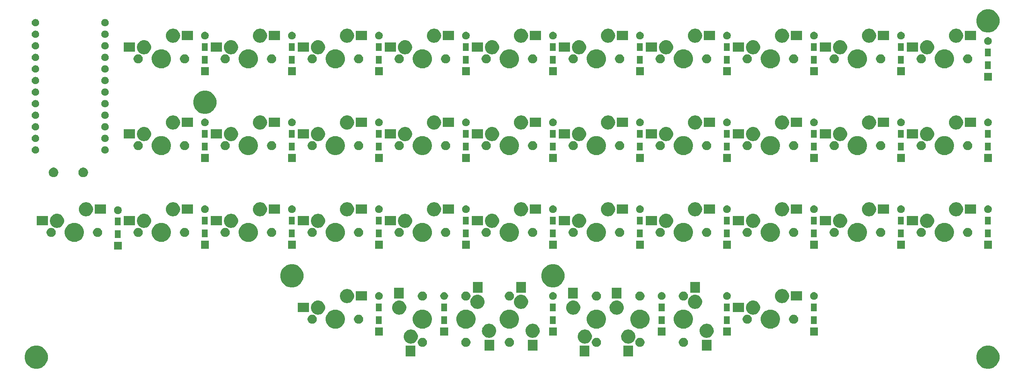
<source format=gbr>
G04 #@! TF.GenerationSoftware,KiCad,Pcbnew,(5.1.0-0)*
G04 #@! TF.CreationDate,2019-06-07T13:19:58+08:00*
G04 #@! TF.ProjectId,nqgTHD,6e716754-4844-42e6-9b69-6361645f7063,rev?*
G04 #@! TF.SameCoordinates,Original*
G04 #@! TF.FileFunction,Soldermask,Bot*
G04 #@! TF.FilePolarity,Negative*
%FSLAX46Y46*%
G04 Gerber Fmt 4.6, Leading zero omitted, Abs format (unit mm)*
G04 Created by KiCad (PCBNEW (5.1.0-0)) date 2019-06-07 13:19:58*
%MOMM*%
%LPD*%
G04 APERTURE LIST*
%ADD10C,0.100000*%
G04 APERTURE END LIST*
D10*
G36*
X353170578Y-196382243D02*
G01*
X353559482Y-196543332D01*
X353634832Y-196574543D01*
X354052648Y-196853719D01*
X354407971Y-197209042D01*
X354687147Y-197626858D01*
X354687148Y-197626860D01*
X354879447Y-198091112D01*
X354977480Y-198583957D01*
X354977480Y-199086463D01*
X354879447Y-199579308D01*
X354687148Y-200043560D01*
X354687147Y-200043562D01*
X354407971Y-200461378D01*
X354052648Y-200816701D01*
X353634832Y-201095877D01*
X353634831Y-201095878D01*
X353634830Y-201095878D01*
X353170578Y-201288177D01*
X352677733Y-201386210D01*
X352175227Y-201386210D01*
X351682382Y-201288177D01*
X351218130Y-201095878D01*
X351218129Y-201095878D01*
X351218128Y-201095877D01*
X350800312Y-200816701D01*
X350444989Y-200461378D01*
X350165813Y-200043562D01*
X350165812Y-200043560D01*
X349973513Y-199579308D01*
X349875480Y-199086463D01*
X349875480Y-198583957D01*
X349973513Y-198091112D01*
X350165812Y-197626860D01*
X350165813Y-197626858D01*
X350444989Y-197209042D01*
X350800312Y-196853719D01*
X351218128Y-196574543D01*
X351293478Y-196543332D01*
X351682382Y-196382243D01*
X352175227Y-196284210D01*
X352677733Y-196284210D01*
X353170578Y-196382243D01*
X353170578Y-196382243D01*
G37*
G36*
X144810328Y-196382243D02*
G01*
X145199232Y-196543332D01*
X145274582Y-196574543D01*
X145692398Y-196853719D01*
X146047721Y-197209042D01*
X146326897Y-197626858D01*
X146326898Y-197626860D01*
X146519197Y-198091112D01*
X146617230Y-198583957D01*
X146617230Y-199086463D01*
X146519197Y-199579308D01*
X146326898Y-200043560D01*
X146326897Y-200043562D01*
X146047721Y-200461378D01*
X145692398Y-200816701D01*
X145274582Y-201095877D01*
X145274581Y-201095878D01*
X145274580Y-201095878D01*
X144810328Y-201288177D01*
X144317483Y-201386210D01*
X143814977Y-201386210D01*
X143322132Y-201288177D01*
X142857880Y-201095878D01*
X142857879Y-201095878D01*
X142857878Y-201095877D01*
X142440062Y-200816701D01*
X142084739Y-200461378D01*
X141805563Y-200043562D01*
X141805562Y-200043560D01*
X141613263Y-199579308D01*
X141515230Y-199086463D01*
X141515230Y-198583957D01*
X141613263Y-198091112D01*
X141805562Y-197626860D01*
X141805563Y-197626858D01*
X142084739Y-197209042D01*
X142440062Y-196853719D01*
X142857878Y-196574543D01*
X142933228Y-196543332D01*
X143322132Y-196382243D01*
X143814977Y-196284210D01*
X144317483Y-196284210D01*
X144810328Y-196382243D01*
X144810328Y-196382243D01*
G37*
G36*
X227071960Y-198701800D02*
G01*
X224969960Y-198701800D01*
X224969960Y-196299800D01*
X227071960Y-196299800D01*
X227071960Y-198701800D01*
X227071960Y-198701800D01*
G37*
G36*
X274697160Y-198701800D02*
G01*
X272595160Y-198701800D01*
X272595160Y-196299800D01*
X274697160Y-196299800D01*
X274697160Y-198701800D01*
X274697160Y-198701800D01*
G37*
G36*
X265172120Y-198701800D02*
G01*
X263070120Y-198701800D01*
X263070120Y-196299800D01*
X265172120Y-196299800D01*
X265172120Y-198701800D01*
X265172120Y-198701800D01*
G37*
G36*
X291921000Y-197401800D02*
G01*
X289819000Y-197401800D01*
X289819000Y-194999800D01*
X291921000Y-194999800D01*
X291921000Y-197401800D01*
X291921000Y-197401800D01*
G37*
G36*
X253822040Y-197401800D02*
G01*
X251720040Y-197401800D01*
X251720040Y-194999800D01*
X253822040Y-194999800D01*
X253822040Y-197401800D01*
X253822040Y-197401800D01*
G37*
G36*
X244297000Y-197401800D02*
G01*
X242195000Y-197401800D01*
X242195000Y-194999800D01*
X244297000Y-194999800D01*
X244297000Y-197401800D01*
X244297000Y-197401800D01*
G37*
G36*
X276385078Y-194591800D02*
G01*
X276518141Y-194618268D01*
X276700311Y-194693726D01*
X276864260Y-194803273D01*
X277003687Y-194942700D01*
X277113234Y-195106649D01*
X277188692Y-195288819D01*
X277227160Y-195482210D01*
X277227160Y-195679390D01*
X277188692Y-195872781D01*
X277113234Y-196054951D01*
X277003687Y-196218900D01*
X276864260Y-196358327D01*
X276700311Y-196467874D01*
X276518141Y-196543332D01*
X276421445Y-196562566D01*
X276324751Y-196581800D01*
X276127569Y-196581800D01*
X276030875Y-196562566D01*
X275934179Y-196543332D01*
X275752009Y-196467874D01*
X275588060Y-196358327D01*
X275448633Y-196218900D01*
X275339086Y-196054951D01*
X275263628Y-195872781D01*
X275225160Y-195679390D01*
X275225160Y-195482210D01*
X275263628Y-195288819D01*
X275339086Y-195106649D01*
X275448633Y-194942700D01*
X275588060Y-194803273D01*
X275752009Y-194693726D01*
X275934179Y-194618268D01*
X276067242Y-194591800D01*
X276127569Y-194579800D01*
X276324751Y-194579800D01*
X276385078Y-194591800D01*
X276385078Y-194591800D01*
G37*
G36*
X238284918Y-194591800D02*
G01*
X238417981Y-194618268D01*
X238600151Y-194693726D01*
X238764100Y-194803273D01*
X238903527Y-194942700D01*
X239013074Y-195106649D01*
X239088532Y-195288819D01*
X239127000Y-195482210D01*
X239127000Y-195679390D01*
X239088532Y-195872781D01*
X239013074Y-196054951D01*
X238903527Y-196218900D01*
X238764100Y-196358327D01*
X238600151Y-196467874D01*
X238417981Y-196543332D01*
X238321285Y-196562566D01*
X238224591Y-196581800D01*
X238027409Y-196581800D01*
X237930715Y-196562566D01*
X237834019Y-196543332D01*
X237651849Y-196467874D01*
X237487900Y-196358327D01*
X237348473Y-196218900D01*
X237238926Y-196054951D01*
X237163468Y-195872781D01*
X237125000Y-195679390D01*
X237125000Y-195482210D01*
X237163468Y-195288819D01*
X237238926Y-195106649D01*
X237348473Y-194942700D01*
X237487900Y-194803273D01*
X237651849Y-194693726D01*
X237834019Y-194618268D01*
X237967082Y-194591800D01*
X238027409Y-194579800D01*
X238224591Y-194579800D01*
X238284918Y-194591800D01*
X238284918Y-194591800D01*
G37*
G36*
X228759878Y-194591800D02*
G01*
X228892941Y-194618268D01*
X229075111Y-194693726D01*
X229239060Y-194803273D01*
X229378487Y-194942700D01*
X229488034Y-195106649D01*
X229563492Y-195288819D01*
X229601960Y-195482210D01*
X229601960Y-195679390D01*
X229563492Y-195872781D01*
X229488034Y-196054951D01*
X229378487Y-196218900D01*
X229239060Y-196358327D01*
X229075111Y-196467874D01*
X228892941Y-196543332D01*
X228796245Y-196562566D01*
X228699551Y-196581800D01*
X228502369Y-196581800D01*
X228405675Y-196562566D01*
X228308979Y-196543332D01*
X228126809Y-196467874D01*
X227962860Y-196358327D01*
X227823433Y-196218900D01*
X227713886Y-196054951D01*
X227638428Y-195872781D01*
X227599960Y-195679390D01*
X227599960Y-195482210D01*
X227638428Y-195288819D01*
X227713886Y-195106649D01*
X227823433Y-194942700D01*
X227962860Y-194803273D01*
X228126809Y-194693726D01*
X228308979Y-194618268D01*
X228442042Y-194591800D01*
X228502369Y-194579800D01*
X228699551Y-194579800D01*
X228759878Y-194591800D01*
X228759878Y-194591800D01*
G37*
G36*
X285908918Y-194591800D02*
G01*
X286041981Y-194618268D01*
X286224151Y-194693726D01*
X286388100Y-194803273D01*
X286527527Y-194942700D01*
X286637074Y-195106649D01*
X286712532Y-195288819D01*
X286751000Y-195482210D01*
X286751000Y-195679390D01*
X286712532Y-195872781D01*
X286637074Y-196054951D01*
X286527527Y-196218900D01*
X286388100Y-196358327D01*
X286224151Y-196467874D01*
X286041981Y-196543332D01*
X285945285Y-196562566D01*
X285848591Y-196581800D01*
X285651409Y-196581800D01*
X285554715Y-196562566D01*
X285458019Y-196543332D01*
X285275849Y-196467874D01*
X285111900Y-196358327D01*
X284972473Y-196218900D01*
X284862926Y-196054951D01*
X284787468Y-195872781D01*
X284749000Y-195679390D01*
X284749000Y-195482210D01*
X284787468Y-195288819D01*
X284862926Y-195106649D01*
X284972473Y-194942700D01*
X285111900Y-194803273D01*
X285275849Y-194693726D01*
X285458019Y-194618268D01*
X285591082Y-194591800D01*
X285651409Y-194579800D01*
X285848591Y-194579800D01*
X285908918Y-194591800D01*
X285908918Y-194591800D01*
G37*
G36*
X266860038Y-194591800D02*
G01*
X266993101Y-194618268D01*
X267175271Y-194693726D01*
X267339220Y-194803273D01*
X267478647Y-194942700D01*
X267588194Y-195106649D01*
X267663652Y-195288819D01*
X267702120Y-195482210D01*
X267702120Y-195679390D01*
X267663652Y-195872781D01*
X267588194Y-196054951D01*
X267478647Y-196218900D01*
X267339220Y-196358327D01*
X267175271Y-196467874D01*
X266993101Y-196543332D01*
X266896405Y-196562566D01*
X266799711Y-196581800D01*
X266602529Y-196581800D01*
X266505835Y-196562566D01*
X266409139Y-196543332D01*
X266226969Y-196467874D01*
X266063020Y-196358327D01*
X265923593Y-196218900D01*
X265814046Y-196054951D01*
X265738588Y-195872781D01*
X265700120Y-195679390D01*
X265700120Y-195482210D01*
X265738588Y-195288819D01*
X265814046Y-195106649D01*
X265923593Y-194942700D01*
X266063020Y-194803273D01*
X266226969Y-194693726D01*
X266409139Y-194618268D01*
X266542202Y-194591800D01*
X266602529Y-194579800D01*
X266799711Y-194579800D01*
X266860038Y-194591800D01*
X266860038Y-194591800D01*
G37*
G36*
X247809958Y-194591800D02*
G01*
X247943021Y-194618268D01*
X248125191Y-194693726D01*
X248289140Y-194803273D01*
X248428567Y-194942700D01*
X248538114Y-195106649D01*
X248613572Y-195288819D01*
X248652040Y-195482210D01*
X248652040Y-195679390D01*
X248613572Y-195872781D01*
X248538114Y-196054951D01*
X248428567Y-196218900D01*
X248289140Y-196358327D01*
X248125191Y-196467874D01*
X247943021Y-196543332D01*
X247846325Y-196562566D01*
X247749631Y-196581800D01*
X247552449Y-196581800D01*
X247455755Y-196562566D01*
X247359059Y-196543332D01*
X247176889Y-196467874D01*
X247012940Y-196358327D01*
X246873513Y-196218900D01*
X246763966Y-196054951D01*
X246688508Y-195872781D01*
X246650040Y-195679390D01*
X246650040Y-195482210D01*
X246688508Y-195288819D01*
X246763966Y-195106649D01*
X246873513Y-194942700D01*
X247012940Y-194803273D01*
X247176889Y-194693726D01*
X247359059Y-194618268D01*
X247492122Y-194591800D01*
X247552449Y-194579800D01*
X247749631Y-194579800D01*
X247809958Y-194591800D01*
X247809958Y-194591800D01*
G37*
G36*
X264463705Y-192789602D02*
G01*
X264613530Y-192819404D01*
X264895794Y-192936321D01*
X265149825Y-193106059D01*
X265365861Y-193322095D01*
X265535599Y-193576126D01*
X265618170Y-193775472D01*
X265652516Y-193858391D01*
X265712120Y-194158039D01*
X265712120Y-194463561D01*
X265686612Y-194591800D01*
X265652516Y-194763210D01*
X265535599Y-195045474D01*
X265365861Y-195299505D01*
X265149825Y-195515541D01*
X264895794Y-195685279D01*
X264613530Y-195802196D01*
X264463705Y-195831998D01*
X264313881Y-195861800D01*
X264008359Y-195861800D01*
X263858535Y-195831998D01*
X263708710Y-195802196D01*
X263426446Y-195685279D01*
X263172415Y-195515541D01*
X262956379Y-195299505D01*
X262786641Y-195045474D01*
X262669724Y-194763210D01*
X262635628Y-194591800D01*
X262610120Y-194463561D01*
X262610120Y-194158039D01*
X262669724Y-193858391D01*
X262704070Y-193775472D01*
X262786641Y-193576126D01*
X262956379Y-193322095D01*
X263172415Y-193106059D01*
X263426446Y-192936321D01*
X263708710Y-192819404D01*
X263858535Y-192789602D01*
X264008359Y-192759800D01*
X264313881Y-192759800D01*
X264463705Y-192789602D01*
X264463705Y-192789602D01*
G37*
G36*
X226363545Y-192789602D02*
G01*
X226513370Y-192819404D01*
X226795634Y-192936321D01*
X227049665Y-193106059D01*
X227265701Y-193322095D01*
X227435439Y-193576126D01*
X227518010Y-193775472D01*
X227552356Y-193858391D01*
X227611960Y-194158039D01*
X227611960Y-194463561D01*
X227586452Y-194591800D01*
X227552356Y-194763210D01*
X227435439Y-195045474D01*
X227265701Y-195299505D01*
X227049665Y-195515541D01*
X226795634Y-195685279D01*
X226513370Y-195802196D01*
X226363545Y-195831998D01*
X226213721Y-195861800D01*
X225908199Y-195861800D01*
X225758375Y-195831998D01*
X225608550Y-195802196D01*
X225326286Y-195685279D01*
X225072255Y-195515541D01*
X224856219Y-195299505D01*
X224686481Y-195045474D01*
X224569564Y-194763210D01*
X224535468Y-194591800D01*
X224509960Y-194463561D01*
X224509960Y-194158039D01*
X224569564Y-193858391D01*
X224603910Y-193775472D01*
X224686481Y-193576126D01*
X224856219Y-193322095D01*
X225072255Y-193106059D01*
X225326286Y-192936321D01*
X225608550Y-192819404D01*
X225758375Y-192789602D01*
X225908199Y-192759800D01*
X226213721Y-192759800D01*
X226363545Y-192789602D01*
X226363545Y-192789602D01*
G37*
G36*
X273988745Y-192789602D02*
G01*
X274138570Y-192819404D01*
X274420834Y-192936321D01*
X274674865Y-193106059D01*
X274890901Y-193322095D01*
X275060639Y-193576126D01*
X275143210Y-193775472D01*
X275177556Y-193858391D01*
X275237160Y-194158039D01*
X275237160Y-194463561D01*
X275211652Y-194591800D01*
X275177556Y-194763210D01*
X275060639Y-195045474D01*
X274890901Y-195299505D01*
X274674865Y-195515541D01*
X274420834Y-195685279D01*
X274138570Y-195802196D01*
X273988745Y-195831998D01*
X273838921Y-195861800D01*
X273533399Y-195861800D01*
X273383575Y-195831998D01*
X273233750Y-195802196D01*
X272951486Y-195685279D01*
X272697455Y-195515541D01*
X272481419Y-195299505D01*
X272311681Y-195045474D01*
X272194764Y-194763210D01*
X272160668Y-194591800D01*
X272135160Y-194463561D01*
X272135160Y-194158039D01*
X272194764Y-193858391D01*
X272229110Y-193775472D01*
X272311681Y-193576126D01*
X272481419Y-193322095D01*
X272697455Y-193106059D01*
X272951486Y-192936321D01*
X273233750Y-192819404D01*
X273383575Y-192789602D01*
X273533399Y-192759800D01*
X273838921Y-192759800D01*
X273988745Y-192789602D01*
X273988745Y-192789602D01*
G37*
G36*
X253033625Y-191519602D02*
G01*
X253183450Y-191549404D01*
X253465714Y-191666321D01*
X253719745Y-191836059D01*
X253935781Y-192052095D01*
X254105519Y-192306126D01*
X254194547Y-192521060D01*
X254222436Y-192588391D01*
X254268388Y-192819404D01*
X254282040Y-192888040D01*
X254282040Y-193193560D01*
X254222436Y-193493210D01*
X254105519Y-193775474D01*
X253935781Y-194029505D01*
X253719745Y-194245541D01*
X253465714Y-194415279D01*
X253183450Y-194532196D01*
X253033625Y-194561998D01*
X252883801Y-194591800D01*
X252578279Y-194591800D01*
X252428455Y-194561998D01*
X252278630Y-194532196D01*
X251996366Y-194415279D01*
X251742335Y-194245541D01*
X251526299Y-194029505D01*
X251356561Y-193775474D01*
X251239644Y-193493210D01*
X251180040Y-193193560D01*
X251180040Y-192888040D01*
X251193693Y-192819404D01*
X251239644Y-192588391D01*
X251267533Y-192521060D01*
X251356561Y-192306126D01*
X251526299Y-192052095D01*
X251742335Y-191836059D01*
X251996366Y-191666321D01*
X252278630Y-191549404D01*
X252428455Y-191519602D01*
X252578279Y-191489800D01*
X252883801Y-191489800D01*
X253033625Y-191519602D01*
X253033625Y-191519602D01*
G37*
G36*
X291132585Y-191519602D02*
G01*
X291282410Y-191549404D01*
X291564674Y-191666321D01*
X291818705Y-191836059D01*
X292034741Y-192052095D01*
X292204479Y-192306126D01*
X292293507Y-192521060D01*
X292321396Y-192588391D01*
X292367348Y-192819404D01*
X292381000Y-192888040D01*
X292381000Y-193193560D01*
X292321396Y-193493210D01*
X292204479Y-193775474D01*
X292034741Y-194029505D01*
X291818705Y-194245541D01*
X291564674Y-194415279D01*
X291282410Y-194532196D01*
X291132585Y-194561998D01*
X290982761Y-194591800D01*
X290677239Y-194591800D01*
X290527415Y-194561998D01*
X290377590Y-194532196D01*
X290095326Y-194415279D01*
X289841295Y-194245541D01*
X289625259Y-194029505D01*
X289455521Y-193775474D01*
X289338604Y-193493210D01*
X289279000Y-193193560D01*
X289279000Y-192888040D01*
X289292653Y-192819404D01*
X289338604Y-192588391D01*
X289366493Y-192521060D01*
X289455521Y-192306126D01*
X289625259Y-192052095D01*
X289841295Y-191836059D01*
X290095326Y-191666321D01*
X290377590Y-191549404D01*
X290527415Y-191519602D01*
X290677239Y-191489800D01*
X290982761Y-191489800D01*
X291132585Y-191519602D01*
X291132585Y-191519602D01*
G37*
G36*
X243508585Y-191519602D02*
G01*
X243658410Y-191549404D01*
X243940674Y-191666321D01*
X244194705Y-191836059D01*
X244410741Y-192052095D01*
X244580479Y-192306126D01*
X244669507Y-192521060D01*
X244697396Y-192588391D01*
X244743348Y-192819404D01*
X244757000Y-192888040D01*
X244757000Y-193193560D01*
X244697396Y-193493210D01*
X244580479Y-193775474D01*
X244410741Y-194029505D01*
X244194705Y-194245541D01*
X243940674Y-194415279D01*
X243658410Y-194532196D01*
X243508585Y-194561998D01*
X243358761Y-194591800D01*
X243053239Y-194591800D01*
X242903415Y-194561998D01*
X242753590Y-194532196D01*
X242471326Y-194415279D01*
X242217295Y-194245541D01*
X242001259Y-194029505D01*
X241831521Y-193775474D01*
X241714604Y-193493210D01*
X241655000Y-193193560D01*
X241655000Y-192888040D01*
X241668653Y-192819404D01*
X241714604Y-192588391D01*
X241742493Y-192521060D01*
X241831521Y-192306126D01*
X242001259Y-192052095D01*
X242217295Y-191836059D01*
X242471326Y-191666321D01*
X242753590Y-191549404D01*
X242903415Y-191519602D01*
X243053239Y-191489800D01*
X243358761Y-191489800D01*
X243508585Y-191519602D01*
X243508585Y-191519602D01*
G37*
G36*
X258027080Y-194061170D02*
G01*
X256325080Y-194061170D01*
X256325080Y-192359170D01*
X258027080Y-192359170D01*
X258027080Y-194061170D01*
X258027080Y-194061170D01*
G37*
G36*
X281839680Y-194061170D02*
G01*
X280137680Y-194061170D01*
X280137680Y-192359170D01*
X281839680Y-192359170D01*
X281839680Y-194061170D01*
X281839680Y-194061170D01*
G37*
G36*
X296127240Y-194061170D02*
G01*
X294425240Y-194061170D01*
X294425240Y-192359170D01*
X296127240Y-192359170D01*
X296127240Y-194061170D01*
X296127240Y-194061170D01*
G37*
G36*
X315177320Y-194061170D02*
G01*
X313475320Y-194061170D01*
X313475320Y-192359170D01*
X315177320Y-192359170D01*
X315177320Y-194061170D01*
X315177320Y-194061170D01*
G37*
G36*
X219926920Y-194061170D02*
G01*
X218224920Y-194061170D01*
X218224920Y-192359170D01*
X219926920Y-192359170D01*
X219926920Y-194061170D01*
X219926920Y-194061170D01*
G37*
G36*
X234214480Y-194061170D02*
G01*
X232512480Y-194061170D01*
X232512480Y-192359170D01*
X234214480Y-192359170D01*
X234214480Y-194061170D01*
X234214480Y-194061170D01*
G37*
G36*
X238603536Y-188453627D02*
G01*
X238738839Y-188480540D01*
X239009206Y-188592530D01*
X239119264Y-188638117D01*
X239121197Y-188638918D01*
X239205836Y-188695472D01*
X239465309Y-188868846D01*
X239757954Y-189161491D01*
X239760659Y-189165540D01*
X239987882Y-189505603D01*
X240145929Y-189887161D01*
X240146260Y-189887962D01*
X240227000Y-190293868D01*
X240227000Y-190707732D01*
X240174006Y-190974149D01*
X240146260Y-191113639D01*
X240078375Y-191277527D01*
X239988214Y-191495197D01*
X239987882Y-191495997D01*
X239944335Y-191561170D01*
X239758489Y-191839309D01*
X239757953Y-191840110D01*
X239465310Y-192132753D01*
X239121197Y-192362682D01*
X238738839Y-192521060D01*
X238603536Y-192547973D01*
X238332932Y-192601800D01*
X237919068Y-192601800D01*
X237648464Y-192547973D01*
X237513161Y-192521060D01*
X237130803Y-192362682D01*
X236786690Y-192132753D01*
X236494047Y-191840110D01*
X236493512Y-191839309D01*
X236307665Y-191561170D01*
X236264118Y-191495997D01*
X236263787Y-191495197D01*
X236173625Y-191277527D01*
X236105740Y-191113639D01*
X236077994Y-190974149D01*
X236025000Y-190707732D01*
X236025000Y-190293868D01*
X236105740Y-189887962D01*
X236106072Y-189887161D01*
X236264118Y-189505603D01*
X236491341Y-189165540D01*
X236494046Y-189161491D01*
X236786691Y-188868846D01*
X237046164Y-188695472D01*
X237130803Y-188638918D01*
X237132737Y-188638117D01*
X237242794Y-188592530D01*
X237513161Y-188480540D01*
X237648464Y-188453627D01*
X237919068Y-188399800D01*
X238332932Y-188399800D01*
X238603536Y-188453627D01*
X238603536Y-188453627D01*
G37*
G36*
X276703696Y-188453627D02*
G01*
X276838999Y-188480540D01*
X277109366Y-188592530D01*
X277219424Y-188638117D01*
X277221357Y-188638918D01*
X277305996Y-188695472D01*
X277565469Y-188868846D01*
X277858114Y-189161491D01*
X277860819Y-189165540D01*
X278088042Y-189505603D01*
X278246089Y-189887161D01*
X278246420Y-189887962D01*
X278327160Y-190293868D01*
X278327160Y-190707732D01*
X278274166Y-190974149D01*
X278246420Y-191113639D01*
X278178535Y-191277527D01*
X278088374Y-191495197D01*
X278088042Y-191495997D01*
X278044495Y-191561170D01*
X277858649Y-191839309D01*
X277858113Y-191840110D01*
X277565470Y-192132753D01*
X277221357Y-192362682D01*
X276838999Y-192521060D01*
X276703696Y-192547973D01*
X276433092Y-192601800D01*
X276019228Y-192601800D01*
X275748624Y-192547973D01*
X275613321Y-192521060D01*
X275230963Y-192362682D01*
X274886850Y-192132753D01*
X274594207Y-191840110D01*
X274593672Y-191839309D01*
X274407825Y-191561170D01*
X274364278Y-191495997D01*
X274363947Y-191495197D01*
X274273785Y-191277527D01*
X274205900Y-191113639D01*
X274178154Y-190974149D01*
X274125160Y-190707732D01*
X274125160Y-190293868D01*
X274205900Y-189887962D01*
X274206232Y-189887161D01*
X274364278Y-189505603D01*
X274591501Y-189165540D01*
X274594206Y-189161491D01*
X274886851Y-188868846D01*
X275146324Y-188695472D01*
X275230963Y-188638918D01*
X275232897Y-188638117D01*
X275342954Y-188592530D01*
X275613321Y-188480540D01*
X275748624Y-188453627D01*
X276019228Y-188399800D01*
X276433092Y-188399800D01*
X276703696Y-188453627D01*
X276703696Y-188453627D01*
G37*
G36*
X305278816Y-188453627D02*
G01*
X305414119Y-188480540D01*
X305684486Y-188592530D01*
X305794544Y-188638117D01*
X305796477Y-188638918D01*
X305881116Y-188695472D01*
X306140589Y-188868846D01*
X306433234Y-189161491D01*
X306435939Y-189165540D01*
X306663162Y-189505603D01*
X306821209Y-189887161D01*
X306821540Y-189887962D01*
X306902280Y-190293868D01*
X306902280Y-190707732D01*
X306849286Y-190974149D01*
X306821540Y-191113639D01*
X306753655Y-191277527D01*
X306663494Y-191495197D01*
X306663162Y-191495997D01*
X306619615Y-191561170D01*
X306433769Y-191839309D01*
X306433233Y-191840110D01*
X306140590Y-192132753D01*
X305796477Y-192362682D01*
X305414119Y-192521060D01*
X305278816Y-192547973D01*
X305008212Y-192601800D01*
X304594348Y-192601800D01*
X304323744Y-192547973D01*
X304188441Y-192521060D01*
X303806083Y-192362682D01*
X303461970Y-192132753D01*
X303169327Y-191840110D01*
X303168792Y-191839309D01*
X302982945Y-191561170D01*
X302939398Y-191495997D01*
X302939067Y-191495197D01*
X302848905Y-191277527D01*
X302781020Y-191113639D01*
X302753274Y-190974149D01*
X302700280Y-190707732D01*
X302700280Y-190293868D01*
X302781020Y-189887962D01*
X302781352Y-189887161D01*
X302939398Y-189505603D01*
X303166621Y-189165540D01*
X303169326Y-189161491D01*
X303461971Y-188868846D01*
X303721444Y-188695472D01*
X303806083Y-188638918D01*
X303808017Y-188638117D01*
X303918074Y-188592530D01*
X304188441Y-188480540D01*
X304323744Y-188453627D01*
X304594348Y-188399800D01*
X305008212Y-188399800D01*
X305278816Y-188453627D01*
X305278816Y-188453627D01*
G37*
G36*
X286227536Y-188453627D02*
G01*
X286362839Y-188480540D01*
X286633206Y-188592530D01*
X286743264Y-188638117D01*
X286745197Y-188638918D01*
X286829836Y-188695472D01*
X287089309Y-188868846D01*
X287381954Y-189161491D01*
X287384659Y-189165540D01*
X287611882Y-189505603D01*
X287769929Y-189887161D01*
X287770260Y-189887962D01*
X287851000Y-190293868D01*
X287851000Y-190707732D01*
X287798006Y-190974149D01*
X287770260Y-191113639D01*
X287702375Y-191277527D01*
X287612214Y-191495197D01*
X287611882Y-191495997D01*
X287568335Y-191561170D01*
X287382489Y-191839309D01*
X287381953Y-191840110D01*
X287089310Y-192132753D01*
X286745197Y-192362682D01*
X286362839Y-192521060D01*
X286227536Y-192547973D01*
X285956932Y-192601800D01*
X285543068Y-192601800D01*
X285272464Y-192547973D01*
X285137161Y-192521060D01*
X284754803Y-192362682D01*
X284410690Y-192132753D01*
X284118047Y-191840110D01*
X284117512Y-191839309D01*
X283931665Y-191561170D01*
X283888118Y-191495997D01*
X283887787Y-191495197D01*
X283797625Y-191277527D01*
X283729740Y-191113639D01*
X283701994Y-190974149D01*
X283649000Y-190707732D01*
X283649000Y-190293868D01*
X283729740Y-189887962D01*
X283730072Y-189887161D01*
X283888118Y-189505603D01*
X284115341Y-189165540D01*
X284118046Y-189161491D01*
X284410691Y-188868846D01*
X284670164Y-188695472D01*
X284754803Y-188638918D01*
X284756737Y-188638117D01*
X284866794Y-188592530D01*
X285137161Y-188480540D01*
X285272464Y-188453627D01*
X285543068Y-188399800D01*
X285956932Y-188399800D01*
X286227536Y-188453627D01*
X286227536Y-188453627D01*
G37*
G36*
X267178656Y-188453627D02*
G01*
X267313959Y-188480540D01*
X267584326Y-188592530D01*
X267694384Y-188638117D01*
X267696317Y-188638918D01*
X267780956Y-188695472D01*
X268040429Y-188868846D01*
X268333074Y-189161491D01*
X268335779Y-189165540D01*
X268563002Y-189505603D01*
X268721049Y-189887161D01*
X268721380Y-189887962D01*
X268802120Y-190293868D01*
X268802120Y-190707732D01*
X268749126Y-190974149D01*
X268721380Y-191113639D01*
X268653495Y-191277527D01*
X268563334Y-191495197D01*
X268563002Y-191495997D01*
X268519455Y-191561170D01*
X268333609Y-191839309D01*
X268333073Y-191840110D01*
X268040430Y-192132753D01*
X267696317Y-192362682D01*
X267313959Y-192521060D01*
X267178656Y-192547973D01*
X266908052Y-192601800D01*
X266494188Y-192601800D01*
X266223584Y-192547973D01*
X266088281Y-192521060D01*
X265705923Y-192362682D01*
X265361810Y-192132753D01*
X265069167Y-191840110D01*
X265068632Y-191839309D01*
X264882785Y-191561170D01*
X264839238Y-191495997D01*
X264838907Y-191495197D01*
X264748745Y-191277527D01*
X264680860Y-191113639D01*
X264653114Y-190974149D01*
X264600120Y-190707732D01*
X264600120Y-190293868D01*
X264680860Y-189887962D01*
X264681192Y-189887161D01*
X264839238Y-189505603D01*
X265066461Y-189165540D01*
X265069166Y-189161491D01*
X265361811Y-188868846D01*
X265621284Y-188695472D01*
X265705923Y-188638918D01*
X265707857Y-188638117D01*
X265817914Y-188592530D01*
X266088281Y-188480540D01*
X266223584Y-188453627D01*
X266494188Y-188399800D01*
X266908052Y-188399800D01*
X267178656Y-188453627D01*
X267178656Y-188453627D01*
G37*
G36*
X248128576Y-188453627D02*
G01*
X248263879Y-188480540D01*
X248534246Y-188592530D01*
X248644304Y-188638117D01*
X248646237Y-188638918D01*
X248730876Y-188695472D01*
X248990349Y-188868846D01*
X249282994Y-189161491D01*
X249285699Y-189165540D01*
X249512922Y-189505603D01*
X249670969Y-189887161D01*
X249671300Y-189887962D01*
X249752040Y-190293868D01*
X249752040Y-190707732D01*
X249699046Y-190974149D01*
X249671300Y-191113639D01*
X249603415Y-191277527D01*
X249513254Y-191495197D01*
X249512922Y-191495997D01*
X249469375Y-191561170D01*
X249283529Y-191839309D01*
X249282993Y-191840110D01*
X248990350Y-192132753D01*
X248646237Y-192362682D01*
X248263879Y-192521060D01*
X248128576Y-192547973D01*
X247857972Y-192601800D01*
X247444108Y-192601800D01*
X247173504Y-192547973D01*
X247038201Y-192521060D01*
X246655843Y-192362682D01*
X246311730Y-192132753D01*
X246019087Y-191840110D01*
X246018552Y-191839309D01*
X245832705Y-191561170D01*
X245789158Y-191495997D01*
X245788827Y-191495197D01*
X245698665Y-191277527D01*
X245630780Y-191113639D01*
X245603034Y-190974149D01*
X245550040Y-190707732D01*
X245550040Y-190293868D01*
X245630780Y-189887962D01*
X245631112Y-189887161D01*
X245789158Y-189505603D01*
X246016381Y-189165540D01*
X246019086Y-189161491D01*
X246311731Y-188868846D01*
X246571204Y-188695472D01*
X246655843Y-188638918D01*
X246657777Y-188638117D01*
X246767834Y-188592530D01*
X247038201Y-188480540D01*
X247173504Y-188453627D01*
X247444108Y-188399800D01*
X247857972Y-188399800D01*
X248128576Y-188453627D01*
X248128576Y-188453627D01*
G37*
G36*
X229078496Y-188453627D02*
G01*
X229213799Y-188480540D01*
X229484166Y-188592530D01*
X229594224Y-188638117D01*
X229596157Y-188638918D01*
X229680796Y-188695472D01*
X229940269Y-188868846D01*
X230232914Y-189161491D01*
X230235619Y-189165540D01*
X230462842Y-189505603D01*
X230620889Y-189887161D01*
X230621220Y-189887962D01*
X230701960Y-190293868D01*
X230701960Y-190707732D01*
X230648966Y-190974149D01*
X230621220Y-191113639D01*
X230553335Y-191277527D01*
X230463174Y-191495197D01*
X230462842Y-191495997D01*
X230419295Y-191561170D01*
X230233449Y-191839309D01*
X230232913Y-191840110D01*
X229940270Y-192132753D01*
X229596157Y-192362682D01*
X229213799Y-192521060D01*
X229078496Y-192547973D01*
X228807892Y-192601800D01*
X228394028Y-192601800D01*
X228123424Y-192547973D01*
X227988121Y-192521060D01*
X227605763Y-192362682D01*
X227261650Y-192132753D01*
X226969007Y-191840110D01*
X226968472Y-191839309D01*
X226782625Y-191561170D01*
X226739078Y-191495997D01*
X226738747Y-191495197D01*
X226648585Y-191277527D01*
X226580700Y-191113639D01*
X226552954Y-190974149D01*
X226499960Y-190707732D01*
X226499960Y-190293868D01*
X226580700Y-189887962D01*
X226581032Y-189887161D01*
X226739078Y-189505603D01*
X226966301Y-189165540D01*
X226969006Y-189161491D01*
X227261651Y-188868846D01*
X227521124Y-188695472D01*
X227605763Y-188638918D01*
X227607697Y-188638117D01*
X227717754Y-188592530D01*
X227988121Y-188480540D01*
X228123424Y-188453627D01*
X228394028Y-188399800D01*
X228807892Y-188399800D01*
X229078496Y-188453627D01*
X229078496Y-188453627D01*
G37*
G36*
X210027536Y-188452827D02*
G01*
X210162839Y-188479740D01*
X210545197Y-188638118D01*
X210546394Y-188638918D01*
X210889309Y-188868046D01*
X211181954Y-189160691D01*
X211296138Y-189331580D01*
X211408005Y-189499000D01*
X211411883Y-189504805D01*
X211412214Y-189505605D01*
X211559797Y-189861900D01*
X211570260Y-189887162D01*
X211651000Y-190293068D01*
X211651000Y-190706932D01*
X211597847Y-190974149D01*
X211570260Y-191112839D01*
X211411882Y-191495197D01*
X211407470Y-191501800D01*
X211181954Y-191839309D01*
X210889309Y-192131954D01*
X210718420Y-192246138D01*
X210545197Y-192361882D01*
X210545196Y-192361883D01*
X210545195Y-192361883D01*
X210433206Y-192408270D01*
X210162839Y-192520260D01*
X210027536Y-192547173D01*
X209756932Y-192601000D01*
X209343068Y-192601000D01*
X209072464Y-192547173D01*
X208937161Y-192520260D01*
X208666794Y-192408270D01*
X208554805Y-192361883D01*
X208554804Y-192361883D01*
X208554803Y-192361882D01*
X208381580Y-192246138D01*
X208210691Y-192131954D01*
X207918046Y-191839309D01*
X207692530Y-191501800D01*
X207688118Y-191495197D01*
X207529740Y-191112839D01*
X207502153Y-190974149D01*
X207449000Y-190706932D01*
X207449000Y-190293068D01*
X207529740Y-189887162D01*
X207540204Y-189861900D01*
X207687786Y-189505605D01*
X207688117Y-189504805D01*
X207691996Y-189499000D01*
X207803862Y-189331580D01*
X207918046Y-189160691D01*
X208210691Y-188868046D01*
X208553606Y-188638918D01*
X208554803Y-188638118D01*
X208937161Y-188479740D01*
X209072464Y-188452827D01*
X209343068Y-188399000D01*
X209756932Y-188399000D01*
X210027536Y-188452827D01*
X210027536Y-188452827D01*
G37*
G36*
X281639680Y-191561170D02*
G01*
X280337680Y-191561170D01*
X280337680Y-189859170D01*
X281639680Y-189859170D01*
X281639680Y-191561170D01*
X281639680Y-191561170D01*
G37*
G36*
X219726920Y-191561170D02*
G01*
X218424920Y-191561170D01*
X218424920Y-189859170D01*
X219726920Y-189859170D01*
X219726920Y-191561170D01*
X219726920Y-191561170D01*
G37*
G36*
X234014480Y-191561170D02*
G01*
X232712480Y-191561170D01*
X232712480Y-189859170D01*
X234014480Y-189859170D01*
X234014480Y-191561170D01*
X234014480Y-191561170D01*
G37*
G36*
X314977320Y-191561170D02*
G01*
X313675320Y-191561170D01*
X313675320Y-189859170D01*
X314977320Y-189859170D01*
X314977320Y-191561170D01*
X314977320Y-191561170D01*
G37*
G36*
X295927240Y-191561170D02*
G01*
X294625240Y-191561170D01*
X294625240Y-189859170D01*
X295927240Y-189859170D01*
X295927240Y-191561170D01*
X295927240Y-191561170D01*
G37*
G36*
X257827080Y-191561170D02*
G01*
X256525080Y-191561170D01*
X256525080Y-189859170D01*
X257827080Y-189859170D01*
X257827080Y-191561170D01*
X257827080Y-191561170D01*
G37*
G36*
X299845022Y-189504803D02*
G01*
X300013261Y-189538268D01*
X300142075Y-189591625D01*
X300193498Y-189612925D01*
X300195431Y-189613726D01*
X300359380Y-189723273D01*
X300498807Y-189862700D01*
X300608354Y-190026649D01*
X300683481Y-190208019D01*
X300683812Y-190208820D01*
X300722280Y-190402209D01*
X300722280Y-190599391D01*
X300683812Y-190792780D01*
X300608686Y-190974151D01*
X300608354Y-190974951D01*
X300498807Y-191138900D01*
X300359380Y-191278327D01*
X300195431Y-191387874D01*
X300013261Y-191463332D01*
X299819871Y-191501800D01*
X299622689Y-191501800D01*
X299429299Y-191463332D01*
X299247129Y-191387874D01*
X299083180Y-191278327D01*
X298943753Y-191138900D01*
X298834206Y-190974951D01*
X298833875Y-190974151D01*
X298758748Y-190792780D01*
X298720280Y-190599391D01*
X298720280Y-190402209D01*
X298758748Y-190208820D01*
X298759080Y-190208019D01*
X298834206Y-190026649D01*
X298943753Y-189862700D01*
X299083180Y-189723273D01*
X299247129Y-189613726D01*
X299249063Y-189612925D01*
X299300485Y-189591625D01*
X299429299Y-189538268D01*
X299597538Y-189504803D01*
X299622689Y-189499800D01*
X299819871Y-189499800D01*
X299845022Y-189504803D01*
X299845022Y-189504803D01*
G37*
G36*
X310005022Y-189504803D02*
G01*
X310173261Y-189538268D01*
X310302075Y-189591625D01*
X310353498Y-189612925D01*
X310355431Y-189613726D01*
X310519380Y-189723273D01*
X310658807Y-189862700D01*
X310768354Y-190026649D01*
X310843481Y-190208019D01*
X310843812Y-190208820D01*
X310882280Y-190402209D01*
X310882280Y-190599391D01*
X310843812Y-190792780D01*
X310768686Y-190974151D01*
X310768354Y-190974951D01*
X310658807Y-191138900D01*
X310519380Y-191278327D01*
X310355431Y-191387874D01*
X310173261Y-191463332D01*
X309979871Y-191501800D01*
X309782689Y-191501800D01*
X309589299Y-191463332D01*
X309407129Y-191387874D01*
X309243180Y-191278327D01*
X309103753Y-191138900D01*
X308994206Y-190974951D01*
X308993875Y-190974151D01*
X308918748Y-190792780D01*
X308880280Y-190599391D01*
X308880280Y-190402209D01*
X308918748Y-190208820D01*
X308919080Y-190208019D01*
X308994206Y-190026649D01*
X309103753Y-189862700D01*
X309243180Y-189723273D01*
X309407129Y-189613726D01*
X309409063Y-189612925D01*
X309460485Y-189591625D01*
X309589299Y-189538268D01*
X309757538Y-189504803D01*
X309782689Y-189499800D01*
X309979871Y-189499800D01*
X310005022Y-189504803D01*
X310005022Y-189504803D01*
G37*
G36*
X204628918Y-189511000D02*
G01*
X204761981Y-189537468D01*
X204944151Y-189612926D01*
X205108100Y-189722473D01*
X205247527Y-189861900D01*
X205357074Y-190025849D01*
X205357075Y-190025851D01*
X205357406Y-190026651D01*
X205432532Y-190208019D01*
X205471000Y-190401410D01*
X205471000Y-190598590D01*
X205432532Y-190791981D01*
X205357074Y-190974151D01*
X205247527Y-191138100D01*
X205108100Y-191277527D01*
X204944151Y-191387074D01*
X204944150Y-191387075D01*
X204944149Y-191387075D01*
X204890795Y-191409175D01*
X204761981Y-191462532D01*
X204568591Y-191501000D01*
X204371409Y-191501000D01*
X204178019Y-191462532D01*
X204049205Y-191409175D01*
X203995851Y-191387075D01*
X203995850Y-191387075D01*
X203995849Y-191387074D01*
X203831900Y-191277527D01*
X203692473Y-191138100D01*
X203582926Y-190974151D01*
X203507468Y-190791981D01*
X203469000Y-190598590D01*
X203469000Y-190401410D01*
X203507468Y-190208019D01*
X203582594Y-190026651D01*
X203582925Y-190025851D01*
X203582926Y-190025849D01*
X203692473Y-189861900D01*
X203831900Y-189722473D01*
X203995849Y-189612926D01*
X204178019Y-189537468D01*
X204311082Y-189511000D01*
X204371409Y-189499000D01*
X204568591Y-189499000D01*
X204628918Y-189511000D01*
X204628918Y-189511000D01*
G37*
G36*
X214788918Y-189511000D02*
G01*
X214921981Y-189537468D01*
X215104151Y-189612926D01*
X215268100Y-189722473D01*
X215407527Y-189861900D01*
X215517074Y-190025849D01*
X215517075Y-190025851D01*
X215517406Y-190026651D01*
X215592532Y-190208019D01*
X215631000Y-190401410D01*
X215631000Y-190598590D01*
X215592532Y-190791981D01*
X215517074Y-190974151D01*
X215407527Y-191138100D01*
X215268100Y-191277527D01*
X215104151Y-191387074D01*
X215104150Y-191387075D01*
X215104149Y-191387075D01*
X215050795Y-191409175D01*
X214921981Y-191462532D01*
X214728591Y-191501000D01*
X214531409Y-191501000D01*
X214338019Y-191462532D01*
X214209205Y-191409175D01*
X214155851Y-191387075D01*
X214155850Y-191387075D01*
X214155849Y-191387074D01*
X213991900Y-191277527D01*
X213852473Y-191138100D01*
X213742926Y-190974151D01*
X213667468Y-190791981D01*
X213629000Y-190598590D01*
X213629000Y-190401410D01*
X213667468Y-190208019D01*
X213742594Y-190026651D01*
X213742925Y-190025851D01*
X213742926Y-190025849D01*
X213852473Y-189861900D01*
X213991900Y-189722473D01*
X214155849Y-189612926D01*
X214338019Y-189537468D01*
X214471082Y-189511000D01*
X214531409Y-189499000D01*
X214728591Y-189499000D01*
X214788918Y-189511000D01*
X214788918Y-189511000D01*
G37*
G36*
X223780300Y-186431000D02*
G01*
X223973370Y-186469404D01*
X224255634Y-186586321D01*
X224509665Y-186756059D01*
X224725701Y-186972095D01*
X224895439Y-187226126D01*
X225012025Y-187507591D01*
X225012356Y-187508391D01*
X225071960Y-187808039D01*
X225071960Y-188113561D01*
X225046452Y-188241800D01*
X225012356Y-188413210D01*
X224895439Y-188695474D01*
X224725701Y-188949505D01*
X224509665Y-189165541D01*
X224255634Y-189335279D01*
X223973370Y-189452196D01*
X223823545Y-189481998D01*
X223673721Y-189511800D01*
X223368199Y-189511800D01*
X223218375Y-189481998D01*
X223068550Y-189452196D01*
X222786286Y-189335279D01*
X222532255Y-189165541D01*
X222316219Y-188949505D01*
X222146481Y-188695474D01*
X222029564Y-188413210D01*
X221995468Y-188241800D01*
X221969960Y-188113561D01*
X221969960Y-187808039D01*
X222029564Y-187508391D01*
X222029895Y-187507591D01*
X222146481Y-187226126D01*
X222316219Y-186972095D01*
X222532255Y-186756059D01*
X222786286Y-186586321D01*
X223068550Y-186469404D01*
X223261620Y-186431000D01*
X223368199Y-186409800D01*
X223673721Y-186409800D01*
X223780300Y-186431000D01*
X223780300Y-186431000D01*
G37*
G36*
X271405500Y-186431000D02*
G01*
X271598570Y-186469404D01*
X271880834Y-186586321D01*
X272134865Y-186756059D01*
X272350901Y-186972095D01*
X272520639Y-187226126D01*
X272637225Y-187507591D01*
X272637556Y-187508391D01*
X272697160Y-187808039D01*
X272697160Y-188113561D01*
X272671652Y-188241800D01*
X272637556Y-188413210D01*
X272520639Y-188695474D01*
X272350901Y-188949505D01*
X272134865Y-189165541D01*
X271880834Y-189335279D01*
X271598570Y-189452196D01*
X271448745Y-189481998D01*
X271298921Y-189511800D01*
X270993399Y-189511800D01*
X270843575Y-189481998D01*
X270693750Y-189452196D01*
X270411486Y-189335279D01*
X270157455Y-189165541D01*
X269941419Y-188949505D01*
X269771681Y-188695474D01*
X269654764Y-188413210D01*
X269620668Y-188241800D01*
X269595160Y-188113561D01*
X269595160Y-187808039D01*
X269654764Y-187508391D01*
X269655095Y-187507591D01*
X269771681Y-187226126D01*
X269941419Y-186972095D01*
X270157455Y-186756059D01*
X270411486Y-186586321D01*
X270693750Y-186469404D01*
X270886820Y-186431000D01*
X270993399Y-186409800D01*
X271298921Y-186409800D01*
X271405500Y-186431000D01*
X271405500Y-186431000D01*
G37*
G36*
X301250620Y-186431000D02*
G01*
X301443690Y-186469404D01*
X301725954Y-186586321D01*
X301979985Y-186756059D01*
X302196021Y-186972095D01*
X302365759Y-187226126D01*
X302482345Y-187507591D01*
X302482676Y-187508391D01*
X302542280Y-187808039D01*
X302542280Y-188113561D01*
X302516772Y-188241800D01*
X302482676Y-188413210D01*
X302365759Y-188695474D01*
X302196021Y-188949505D01*
X301979985Y-189165541D01*
X301725954Y-189335279D01*
X301443690Y-189452196D01*
X301293865Y-189481998D01*
X301144041Y-189511800D01*
X300838519Y-189511800D01*
X300688695Y-189481998D01*
X300538870Y-189452196D01*
X300256606Y-189335279D01*
X300002575Y-189165541D01*
X299786539Y-188949505D01*
X299616801Y-188695474D01*
X299499884Y-188413210D01*
X299465788Y-188241800D01*
X299440280Y-188113561D01*
X299440280Y-187808039D01*
X299499884Y-187508391D01*
X299500215Y-187507591D01*
X299616801Y-187226126D01*
X299786539Y-186972095D01*
X300002575Y-186756059D01*
X300256606Y-186586321D01*
X300538870Y-186469404D01*
X300731940Y-186431000D01*
X300838519Y-186409800D01*
X301144041Y-186409800D01*
X301250620Y-186431000D01*
X301250620Y-186431000D01*
G37*
G36*
X261880460Y-186431000D02*
G01*
X262073530Y-186469404D01*
X262355794Y-186586321D01*
X262609825Y-186756059D01*
X262825861Y-186972095D01*
X262995599Y-187226126D01*
X263112185Y-187507591D01*
X263112516Y-187508391D01*
X263172120Y-187808039D01*
X263172120Y-188113561D01*
X263146612Y-188241800D01*
X263112516Y-188413210D01*
X262995599Y-188695474D01*
X262825861Y-188949505D01*
X262609825Y-189165541D01*
X262355794Y-189335279D01*
X262073530Y-189452196D01*
X261923705Y-189481998D01*
X261773881Y-189511800D01*
X261468359Y-189511800D01*
X261318535Y-189481998D01*
X261168710Y-189452196D01*
X260886446Y-189335279D01*
X260632415Y-189165541D01*
X260416379Y-188949505D01*
X260246641Y-188695474D01*
X260129724Y-188413210D01*
X260095628Y-188241800D01*
X260070120Y-188113561D01*
X260070120Y-187808039D01*
X260129724Y-187508391D01*
X260130055Y-187507591D01*
X260246641Y-187226126D01*
X260416379Y-186972095D01*
X260632415Y-186756059D01*
X260886446Y-186586321D01*
X261168710Y-186469404D01*
X261361780Y-186431000D01*
X261468359Y-186409800D01*
X261773881Y-186409800D01*
X261880460Y-186431000D01*
X261880460Y-186431000D01*
G37*
G36*
X206003362Y-186431000D02*
G01*
X206192410Y-186468604D01*
X206474674Y-186585521D01*
X206728705Y-186755259D01*
X206944741Y-186971295D01*
X207114479Y-187225326D01*
X207231396Y-187507590D01*
X207291000Y-187807240D01*
X207291000Y-188112760D01*
X207231396Y-188412410D01*
X207114479Y-188694674D01*
X206944741Y-188948705D01*
X206728705Y-189164741D01*
X206474674Y-189334479D01*
X206192410Y-189451396D01*
X206042585Y-189481198D01*
X205892761Y-189511000D01*
X205587239Y-189511000D01*
X205437415Y-189481198D01*
X205287590Y-189451396D01*
X205005326Y-189334479D01*
X204751295Y-189164741D01*
X204535259Y-188948705D01*
X204365521Y-188694674D01*
X204248604Y-188412410D01*
X204189000Y-188112760D01*
X204189000Y-187807240D01*
X204248604Y-187507590D01*
X204365521Y-187225326D01*
X204535259Y-186971295D01*
X204751295Y-186755259D01*
X205005326Y-186585521D01*
X205287590Y-186468604D01*
X205476638Y-186431000D01*
X205587239Y-186409000D01*
X205892761Y-186409000D01*
X206003362Y-186431000D01*
X206003362Y-186431000D01*
G37*
G36*
X299002280Y-188971800D02*
G01*
X296600280Y-188971800D01*
X296600280Y-186869800D01*
X299002280Y-186869800D01*
X299002280Y-188971800D01*
X299002280Y-188971800D01*
G37*
G36*
X203751000Y-188971000D02*
G01*
X201349000Y-188971000D01*
X201349000Y-186869000D01*
X203751000Y-186869000D01*
X203751000Y-188971000D01*
X203751000Y-188971000D01*
G37*
G36*
X281639680Y-188761170D02*
G01*
X280337680Y-188761170D01*
X280337680Y-187059170D01*
X281639680Y-187059170D01*
X281639680Y-188761170D01*
X281639680Y-188761170D01*
G37*
G36*
X257827080Y-188761170D02*
G01*
X256525080Y-188761170D01*
X256525080Y-187059170D01*
X257827080Y-187059170D01*
X257827080Y-188761170D01*
X257827080Y-188761170D01*
G37*
G36*
X234014480Y-188761170D02*
G01*
X232712480Y-188761170D01*
X232712480Y-187059170D01*
X234014480Y-187059170D01*
X234014480Y-188761170D01*
X234014480Y-188761170D01*
G37*
G36*
X219726920Y-188761170D02*
G01*
X218424920Y-188761170D01*
X218424920Y-187059170D01*
X219726920Y-187059170D01*
X219726920Y-188761170D01*
X219726920Y-188761170D01*
G37*
G36*
X295927240Y-188761170D02*
G01*
X294625240Y-188761170D01*
X294625240Y-187059170D01*
X295927240Y-187059170D01*
X295927240Y-188761170D01*
X295927240Y-188761170D01*
G37*
G36*
X314977320Y-188761170D02*
G01*
X313675320Y-188761170D01*
X313675320Y-187059170D01*
X314977320Y-187059170D01*
X314977320Y-188761170D01*
X314977320Y-188761170D01*
G37*
G36*
X288554076Y-185161942D02*
G01*
X288742410Y-185199404D01*
X289024674Y-185316321D01*
X289278705Y-185486059D01*
X289494741Y-185702095D01*
X289664479Y-185956126D01*
X289781396Y-186238390D01*
X289781396Y-186238391D01*
X289841000Y-186538039D01*
X289841000Y-186843561D01*
X289815651Y-186971000D01*
X289781396Y-187143210D01*
X289664479Y-187425474D01*
X289494741Y-187679505D01*
X289278705Y-187895541D01*
X289024674Y-188065279D01*
X288742410Y-188182196D01*
X288592585Y-188211998D01*
X288442761Y-188241800D01*
X288137239Y-188241800D01*
X287987415Y-188211998D01*
X287837590Y-188182196D01*
X287555326Y-188065279D01*
X287301295Y-187895541D01*
X287085259Y-187679505D01*
X286915521Y-187425474D01*
X286798604Y-187143210D01*
X286764349Y-186971000D01*
X286739000Y-186843561D01*
X286739000Y-186538039D01*
X286798604Y-186238391D01*
X286798604Y-186238390D01*
X286915521Y-185956126D01*
X287085259Y-185702095D01*
X287301295Y-185486059D01*
X287555326Y-185316321D01*
X287837590Y-185199404D01*
X288025924Y-185161942D01*
X288137239Y-185139800D01*
X288442761Y-185139800D01*
X288554076Y-185161942D01*
X288554076Y-185161942D01*
G37*
G36*
X240930076Y-185161942D02*
G01*
X241118410Y-185199404D01*
X241400674Y-185316321D01*
X241654705Y-185486059D01*
X241870741Y-185702095D01*
X242040479Y-185956126D01*
X242157396Y-186238390D01*
X242157396Y-186238391D01*
X242217000Y-186538039D01*
X242217000Y-186843561D01*
X242191651Y-186971000D01*
X242157396Y-187143210D01*
X242040479Y-187425474D01*
X241870741Y-187679505D01*
X241654705Y-187895541D01*
X241400674Y-188065279D01*
X241118410Y-188182196D01*
X240968585Y-188211998D01*
X240818761Y-188241800D01*
X240513239Y-188241800D01*
X240363415Y-188211998D01*
X240213590Y-188182196D01*
X239931326Y-188065279D01*
X239677295Y-187895541D01*
X239461259Y-187679505D01*
X239291521Y-187425474D01*
X239174604Y-187143210D01*
X239140349Y-186971000D01*
X239115000Y-186843561D01*
X239115000Y-186538039D01*
X239174604Y-186238391D01*
X239174604Y-186238390D01*
X239291521Y-185956126D01*
X239461259Y-185702095D01*
X239677295Y-185486059D01*
X239931326Y-185316321D01*
X240213590Y-185199404D01*
X240401924Y-185161942D01*
X240513239Y-185139800D01*
X240818761Y-185139800D01*
X240930076Y-185161942D01*
X240930076Y-185161942D01*
G37*
G36*
X250455116Y-185161942D02*
G01*
X250643450Y-185199404D01*
X250925714Y-185316321D01*
X251179745Y-185486059D01*
X251395781Y-185702095D01*
X251565519Y-185956126D01*
X251682436Y-186238390D01*
X251682436Y-186238391D01*
X251742040Y-186538039D01*
X251742040Y-186843561D01*
X251716691Y-186971000D01*
X251682436Y-187143210D01*
X251565519Y-187425474D01*
X251395781Y-187679505D01*
X251179745Y-187895541D01*
X250925714Y-188065279D01*
X250643450Y-188182196D01*
X250493625Y-188211998D01*
X250343801Y-188241800D01*
X250038279Y-188241800D01*
X249888455Y-188211998D01*
X249738630Y-188182196D01*
X249456366Y-188065279D01*
X249202335Y-187895541D01*
X248986299Y-187679505D01*
X248816561Y-187425474D01*
X248699644Y-187143210D01*
X248665389Y-186971000D01*
X248640040Y-186843561D01*
X248640040Y-186538039D01*
X248699644Y-186238391D01*
X248699644Y-186238390D01*
X248816561Y-185956126D01*
X248986299Y-185702095D01*
X249202335Y-185486059D01*
X249456366Y-185316321D01*
X249738630Y-185199404D01*
X249926964Y-185161942D01*
X250038279Y-185139800D01*
X250343801Y-185139800D01*
X250455116Y-185161942D01*
X250455116Y-185161942D01*
G37*
G36*
X307643865Y-183899602D02*
G01*
X307793690Y-183929404D01*
X308075954Y-184046321D01*
X308329985Y-184216059D01*
X308546021Y-184432095D01*
X308715759Y-184686126D01*
X308832676Y-184968390D01*
X308862478Y-185118215D01*
X308892280Y-185268039D01*
X308892280Y-185573561D01*
X308866713Y-185702095D01*
X308832676Y-185873210D01*
X308715759Y-186155474D01*
X308546021Y-186409505D01*
X308329985Y-186625541D01*
X308075954Y-186795279D01*
X307793690Y-186912196D01*
X307643865Y-186941998D01*
X307494041Y-186971800D01*
X307188519Y-186971800D01*
X307038695Y-186941998D01*
X306888870Y-186912196D01*
X306606606Y-186795279D01*
X306352575Y-186625541D01*
X306136539Y-186409505D01*
X305966801Y-186155474D01*
X305849884Y-185873210D01*
X305815847Y-185702095D01*
X305790280Y-185573561D01*
X305790280Y-185268039D01*
X305820082Y-185118215D01*
X305849884Y-184968390D01*
X305966801Y-184686126D01*
X306136539Y-184432095D01*
X306352575Y-184216059D01*
X306606606Y-184046321D01*
X306888870Y-183929404D01*
X307038695Y-183899602D01*
X307188519Y-183869800D01*
X307494041Y-183869800D01*
X307643865Y-183899602D01*
X307643865Y-183899602D01*
G37*
G36*
X212392585Y-183898802D02*
G01*
X212542410Y-183928604D01*
X212824674Y-184045521D01*
X213078705Y-184215259D01*
X213294741Y-184431295D01*
X213464479Y-184685326D01*
X213581396Y-184967590D01*
X213641000Y-185267240D01*
X213641000Y-185572760D01*
X213581396Y-185872410D01*
X213464479Y-186154674D01*
X213294741Y-186408705D01*
X213078705Y-186624741D01*
X212824674Y-186794479D01*
X212542410Y-186911396D01*
X212392585Y-186941198D01*
X212242761Y-186971000D01*
X211937239Y-186971000D01*
X211787415Y-186941198D01*
X211637590Y-186911396D01*
X211355326Y-186794479D01*
X211101295Y-186624741D01*
X210885259Y-186408705D01*
X210715521Y-186154674D01*
X210598604Y-185872410D01*
X210539000Y-185572760D01*
X210539000Y-185267240D01*
X210598604Y-184967590D01*
X210715521Y-184685326D01*
X210885259Y-184431295D01*
X211101295Y-184215259D01*
X211355326Y-184045521D01*
X211637590Y-183928604D01*
X211787415Y-183898802D01*
X211937239Y-183869000D01*
X212242761Y-183869000D01*
X212392585Y-183898802D01*
X212392585Y-183898802D01*
G37*
G36*
X311702280Y-186431800D02*
G01*
X309300280Y-186431800D01*
X309300280Y-184329800D01*
X311702280Y-184329800D01*
X311702280Y-186431800D01*
X311702280Y-186431800D01*
G37*
G36*
X216451000Y-186431000D02*
G01*
X214049000Y-186431000D01*
X214049000Y-184329000D01*
X216451000Y-184329000D01*
X216451000Y-186431000D01*
X216451000Y-186431000D01*
G37*
G36*
X276382539Y-184431295D02*
G01*
X276518141Y-184458268D01*
X276700311Y-184533726D01*
X276864260Y-184643273D01*
X277003687Y-184782700D01*
X277113234Y-184946649D01*
X277188692Y-185128819D01*
X277227160Y-185322210D01*
X277227160Y-185519390D01*
X277188692Y-185712781D01*
X277113234Y-185894951D01*
X277003687Y-186058900D01*
X276864260Y-186198327D01*
X276700311Y-186307874D01*
X276518141Y-186383332D01*
X276324751Y-186421800D01*
X276127569Y-186421800D01*
X275934179Y-186383332D01*
X275752009Y-186307874D01*
X275588060Y-186198327D01*
X275448633Y-186058900D01*
X275339086Y-185894951D01*
X275263628Y-185712781D01*
X275225160Y-185519390D01*
X275225160Y-185322210D01*
X275263628Y-185128819D01*
X275339086Y-184946649D01*
X275448633Y-184782700D01*
X275588060Y-184643273D01*
X275752009Y-184533726D01*
X275934179Y-184458268D01*
X276069781Y-184431295D01*
X276127569Y-184419800D01*
X276324751Y-184419800D01*
X276382539Y-184431295D01*
X276382539Y-184431295D01*
G37*
G36*
X266857499Y-184431295D02*
G01*
X266993101Y-184458268D01*
X267175271Y-184533726D01*
X267339220Y-184643273D01*
X267478647Y-184782700D01*
X267588194Y-184946649D01*
X267663652Y-185128819D01*
X267702120Y-185322210D01*
X267702120Y-185519390D01*
X267663652Y-185712781D01*
X267588194Y-185894951D01*
X267478647Y-186058900D01*
X267339220Y-186198327D01*
X267175271Y-186307874D01*
X266993101Y-186383332D01*
X266799711Y-186421800D01*
X266602529Y-186421800D01*
X266409139Y-186383332D01*
X266226969Y-186307874D01*
X266063020Y-186198327D01*
X265923593Y-186058900D01*
X265814046Y-185894951D01*
X265738588Y-185712781D01*
X265700120Y-185519390D01*
X265700120Y-185322210D01*
X265738588Y-185128819D01*
X265814046Y-184946649D01*
X265923593Y-184782700D01*
X266063020Y-184643273D01*
X266226969Y-184533726D01*
X266409139Y-184458268D01*
X266544741Y-184431295D01*
X266602529Y-184419800D01*
X266799711Y-184419800D01*
X266857499Y-184431295D01*
X266857499Y-184431295D01*
G37*
G36*
X285906379Y-184431295D02*
G01*
X286041981Y-184458268D01*
X286224151Y-184533726D01*
X286388100Y-184643273D01*
X286527527Y-184782700D01*
X286637074Y-184946649D01*
X286712532Y-185128819D01*
X286751000Y-185322210D01*
X286751000Y-185519390D01*
X286712532Y-185712781D01*
X286637074Y-185894951D01*
X286527527Y-186058900D01*
X286388100Y-186198327D01*
X286224151Y-186307874D01*
X286041981Y-186383332D01*
X285848591Y-186421800D01*
X285651409Y-186421800D01*
X285458019Y-186383332D01*
X285275849Y-186307874D01*
X285111900Y-186198327D01*
X284972473Y-186058900D01*
X284862926Y-185894951D01*
X284787468Y-185712781D01*
X284749000Y-185519390D01*
X284749000Y-185322210D01*
X284787468Y-185128819D01*
X284862926Y-184946649D01*
X284972473Y-184782700D01*
X285111900Y-184643273D01*
X285275849Y-184533726D01*
X285458019Y-184458268D01*
X285593621Y-184431295D01*
X285651409Y-184419800D01*
X285848591Y-184419800D01*
X285906379Y-184431295D01*
X285906379Y-184431295D01*
G37*
G36*
X247807419Y-184431295D02*
G01*
X247943021Y-184458268D01*
X248125191Y-184533726D01*
X248289140Y-184643273D01*
X248428567Y-184782700D01*
X248538114Y-184946649D01*
X248613572Y-185128819D01*
X248652040Y-185322210D01*
X248652040Y-185519390D01*
X248613572Y-185712781D01*
X248538114Y-185894951D01*
X248428567Y-186058900D01*
X248289140Y-186198327D01*
X248125191Y-186307874D01*
X247943021Y-186383332D01*
X247749631Y-186421800D01*
X247552449Y-186421800D01*
X247359059Y-186383332D01*
X247176889Y-186307874D01*
X247012940Y-186198327D01*
X246873513Y-186058900D01*
X246763966Y-185894951D01*
X246688508Y-185712781D01*
X246650040Y-185519390D01*
X246650040Y-185322210D01*
X246688508Y-185128819D01*
X246763966Y-184946649D01*
X246873513Y-184782700D01*
X247012940Y-184643273D01*
X247176889Y-184533726D01*
X247359059Y-184458268D01*
X247494661Y-184431295D01*
X247552449Y-184419800D01*
X247749631Y-184419800D01*
X247807419Y-184431295D01*
X247807419Y-184431295D01*
G37*
G36*
X238282379Y-184431295D02*
G01*
X238417981Y-184458268D01*
X238600151Y-184533726D01*
X238764100Y-184643273D01*
X238903527Y-184782700D01*
X239013074Y-184946649D01*
X239088532Y-185128819D01*
X239127000Y-185322210D01*
X239127000Y-185519390D01*
X239088532Y-185712781D01*
X239013074Y-185894951D01*
X238903527Y-186058900D01*
X238764100Y-186198327D01*
X238600151Y-186307874D01*
X238417981Y-186383332D01*
X238224591Y-186421800D01*
X238027409Y-186421800D01*
X237834019Y-186383332D01*
X237651849Y-186307874D01*
X237487900Y-186198327D01*
X237348473Y-186058900D01*
X237238926Y-185894951D01*
X237163468Y-185712781D01*
X237125000Y-185519390D01*
X237125000Y-185322210D01*
X237163468Y-185128819D01*
X237238926Y-184946649D01*
X237348473Y-184782700D01*
X237487900Y-184643273D01*
X237651849Y-184533726D01*
X237834019Y-184458268D01*
X237969621Y-184431295D01*
X238027409Y-184419800D01*
X238224591Y-184419800D01*
X238282379Y-184431295D01*
X238282379Y-184431295D01*
G37*
G36*
X228757339Y-184431295D02*
G01*
X228892941Y-184458268D01*
X229075111Y-184533726D01*
X229239060Y-184643273D01*
X229378487Y-184782700D01*
X229488034Y-184946649D01*
X229563492Y-185128819D01*
X229601960Y-185322210D01*
X229601960Y-185519390D01*
X229563492Y-185712781D01*
X229488034Y-185894951D01*
X229378487Y-186058900D01*
X229239060Y-186198327D01*
X229075111Y-186307874D01*
X228892941Y-186383332D01*
X228699551Y-186421800D01*
X228502369Y-186421800D01*
X228308979Y-186383332D01*
X228126809Y-186307874D01*
X227962860Y-186198327D01*
X227823433Y-186058900D01*
X227713886Y-185894951D01*
X227638428Y-185712781D01*
X227599960Y-185519390D01*
X227599960Y-185322210D01*
X227638428Y-185128819D01*
X227713886Y-184946649D01*
X227823433Y-184782700D01*
X227962860Y-184643273D01*
X228126809Y-184533726D01*
X228308979Y-184458268D01*
X228444581Y-184431295D01*
X228502369Y-184419800D01*
X228699551Y-184419800D01*
X228757339Y-184431295D01*
X228757339Y-184431295D01*
G37*
G36*
X295524468Y-184591873D02*
G01*
X295679340Y-184656023D01*
X295818721Y-184749155D01*
X295937255Y-184867689D01*
X296030387Y-185007070D01*
X296094537Y-185161942D01*
X296127240Y-185326354D01*
X296127240Y-185493986D01*
X296094537Y-185658398D01*
X296030387Y-185813270D01*
X295937255Y-185952651D01*
X295818721Y-186071185D01*
X295679340Y-186164317D01*
X295524468Y-186228467D01*
X295360056Y-186261170D01*
X295192424Y-186261170D01*
X295028012Y-186228467D01*
X294873140Y-186164317D01*
X294733759Y-186071185D01*
X294615225Y-185952651D01*
X294522093Y-185813270D01*
X294457943Y-185658398D01*
X294425240Y-185493986D01*
X294425240Y-185326354D01*
X294457943Y-185161942D01*
X294522093Y-185007070D01*
X294615225Y-184867689D01*
X294733759Y-184749155D01*
X294873140Y-184656023D01*
X295028012Y-184591873D01*
X295192424Y-184559170D01*
X295360056Y-184559170D01*
X295524468Y-184591873D01*
X295524468Y-184591873D01*
G37*
G36*
X281236908Y-184591873D02*
G01*
X281391780Y-184656023D01*
X281531161Y-184749155D01*
X281649695Y-184867689D01*
X281742827Y-185007070D01*
X281806977Y-185161942D01*
X281839680Y-185326354D01*
X281839680Y-185493986D01*
X281806977Y-185658398D01*
X281742827Y-185813270D01*
X281649695Y-185952651D01*
X281531161Y-186071185D01*
X281391780Y-186164317D01*
X281236908Y-186228467D01*
X281072496Y-186261170D01*
X280904864Y-186261170D01*
X280740452Y-186228467D01*
X280585580Y-186164317D01*
X280446199Y-186071185D01*
X280327665Y-185952651D01*
X280234533Y-185813270D01*
X280170383Y-185658398D01*
X280137680Y-185493986D01*
X280137680Y-185326354D01*
X280170383Y-185161942D01*
X280234533Y-185007070D01*
X280327665Y-184867689D01*
X280446199Y-184749155D01*
X280585580Y-184656023D01*
X280740452Y-184591873D01*
X280904864Y-184559170D01*
X281072496Y-184559170D01*
X281236908Y-184591873D01*
X281236908Y-184591873D01*
G37*
G36*
X314574548Y-184591873D02*
G01*
X314729420Y-184656023D01*
X314868801Y-184749155D01*
X314987335Y-184867689D01*
X315080467Y-185007070D01*
X315144617Y-185161942D01*
X315177320Y-185326354D01*
X315177320Y-185493986D01*
X315144617Y-185658398D01*
X315080467Y-185813270D01*
X314987335Y-185952651D01*
X314868801Y-186071185D01*
X314729420Y-186164317D01*
X314574548Y-186228467D01*
X314410136Y-186261170D01*
X314242504Y-186261170D01*
X314078092Y-186228467D01*
X313923220Y-186164317D01*
X313783839Y-186071185D01*
X313665305Y-185952651D01*
X313572173Y-185813270D01*
X313508023Y-185658398D01*
X313475320Y-185493986D01*
X313475320Y-185326354D01*
X313508023Y-185161942D01*
X313572173Y-185007070D01*
X313665305Y-184867689D01*
X313783839Y-184749155D01*
X313923220Y-184656023D01*
X314078092Y-184591873D01*
X314242504Y-184559170D01*
X314410136Y-184559170D01*
X314574548Y-184591873D01*
X314574548Y-184591873D01*
G37*
G36*
X257424308Y-184591873D02*
G01*
X257579180Y-184656023D01*
X257718561Y-184749155D01*
X257837095Y-184867689D01*
X257930227Y-185007070D01*
X257994377Y-185161942D01*
X258027080Y-185326354D01*
X258027080Y-185493986D01*
X257994377Y-185658398D01*
X257930227Y-185813270D01*
X257837095Y-185952651D01*
X257718561Y-186071185D01*
X257579180Y-186164317D01*
X257424308Y-186228467D01*
X257259896Y-186261170D01*
X257092264Y-186261170D01*
X256927852Y-186228467D01*
X256772980Y-186164317D01*
X256633599Y-186071185D01*
X256515065Y-185952651D01*
X256421933Y-185813270D01*
X256357783Y-185658398D01*
X256325080Y-185493986D01*
X256325080Y-185326354D01*
X256357783Y-185161942D01*
X256421933Y-185007070D01*
X256515065Y-184867689D01*
X256633599Y-184749155D01*
X256772980Y-184656023D01*
X256927852Y-184591873D01*
X257092264Y-184559170D01*
X257259896Y-184559170D01*
X257424308Y-184591873D01*
X257424308Y-184591873D01*
G37*
G36*
X233611708Y-184591873D02*
G01*
X233766580Y-184656023D01*
X233905961Y-184749155D01*
X234024495Y-184867689D01*
X234117627Y-185007070D01*
X234181777Y-185161942D01*
X234214480Y-185326354D01*
X234214480Y-185493986D01*
X234181777Y-185658398D01*
X234117627Y-185813270D01*
X234024495Y-185952651D01*
X233905961Y-186071185D01*
X233766580Y-186164317D01*
X233611708Y-186228467D01*
X233447296Y-186261170D01*
X233279664Y-186261170D01*
X233115252Y-186228467D01*
X232960380Y-186164317D01*
X232820999Y-186071185D01*
X232702465Y-185952651D01*
X232609333Y-185813270D01*
X232545183Y-185658398D01*
X232512480Y-185493986D01*
X232512480Y-185326354D01*
X232545183Y-185161942D01*
X232609333Y-185007070D01*
X232702465Y-184867689D01*
X232820999Y-184749155D01*
X232960380Y-184656023D01*
X233115252Y-184591873D01*
X233279664Y-184559170D01*
X233447296Y-184559170D01*
X233611708Y-184591873D01*
X233611708Y-184591873D01*
G37*
G36*
X219324148Y-184591873D02*
G01*
X219479020Y-184656023D01*
X219618401Y-184749155D01*
X219736935Y-184867689D01*
X219830067Y-185007070D01*
X219894217Y-185161942D01*
X219926920Y-185326354D01*
X219926920Y-185493986D01*
X219894217Y-185658398D01*
X219830067Y-185813270D01*
X219736935Y-185952651D01*
X219618401Y-186071185D01*
X219479020Y-186164317D01*
X219324148Y-186228467D01*
X219159736Y-186261170D01*
X218992104Y-186261170D01*
X218827692Y-186228467D01*
X218672820Y-186164317D01*
X218533439Y-186071185D01*
X218414905Y-185952651D01*
X218321773Y-185813270D01*
X218257623Y-185658398D01*
X218224920Y-185493986D01*
X218224920Y-185326354D01*
X218257623Y-185161942D01*
X218321773Y-185007070D01*
X218414905Y-184867689D01*
X218533439Y-184749155D01*
X218672820Y-184656023D01*
X218827692Y-184591873D01*
X218992104Y-184559170D01*
X219159736Y-184559170D01*
X219324148Y-184591873D01*
X219324148Y-184591873D01*
G37*
G36*
X272157160Y-186001800D02*
G01*
X270055160Y-186001800D01*
X270055160Y-183599800D01*
X272157160Y-183599800D01*
X272157160Y-186001800D01*
X272157160Y-186001800D01*
G37*
G36*
X224531960Y-186001800D02*
G01*
X222429960Y-186001800D01*
X222429960Y-183599800D01*
X224531960Y-183599800D01*
X224531960Y-186001800D01*
X224531960Y-186001800D01*
G37*
G36*
X262632120Y-186001800D02*
G01*
X260530120Y-186001800D01*
X260530120Y-183599800D01*
X262632120Y-183599800D01*
X262632120Y-186001800D01*
X262632120Y-186001800D01*
G37*
G36*
X289381000Y-184701800D02*
G01*
X287279000Y-184701800D01*
X287279000Y-182299800D01*
X289381000Y-182299800D01*
X289381000Y-184701800D01*
X289381000Y-184701800D01*
G37*
G36*
X241757000Y-184701800D02*
G01*
X239655000Y-184701800D01*
X239655000Y-182299800D01*
X241757000Y-182299800D01*
X241757000Y-184701800D01*
X241757000Y-184701800D01*
G37*
G36*
X251282040Y-184701800D02*
G01*
X249180040Y-184701800D01*
X249180040Y-182299800D01*
X251282040Y-182299800D01*
X251282040Y-184701800D01*
X251282040Y-184701800D01*
G37*
G36*
X200769938Y-178522793D02*
G01*
X201234190Y-178715092D01*
X201234192Y-178715093D01*
X201652008Y-178994269D01*
X202007331Y-179349592D01*
X202286507Y-179767408D01*
X202286508Y-179767410D01*
X202478807Y-180231662D01*
X202576840Y-180724507D01*
X202576840Y-181227013D01*
X202478807Y-181719858D01*
X202286508Y-182184110D01*
X202286507Y-182184112D01*
X202007331Y-182601928D01*
X201652008Y-182957251D01*
X201234192Y-183236427D01*
X201234191Y-183236428D01*
X201234190Y-183236428D01*
X200769938Y-183428727D01*
X200277093Y-183526760D01*
X199774587Y-183526760D01*
X199281742Y-183428727D01*
X198817490Y-183236428D01*
X198817489Y-183236428D01*
X198817488Y-183236427D01*
X198399672Y-182957251D01*
X198044349Y-182601928D01*
X197765173Y-182184112D01*
X197765172Y-182184110D01*
X197572873Y-181719858D01*
X197474840Y-181227013D01*
X197474840Y-180724507D01*
X197572873Y-180231662D01*
X197765172Y-179767410D01*
X197765173Y-179767408D01*
X198044349Y-179349592D01*
X198399672Y-178994269D01*
X198817488Y-178715093D01*
X198817490Y-178715092D01*
X199281742Y-178522793D01*
X199774587Y-178424760D01*
X200277093Y-178424760D01*
X200769938Y-178522793D01*
X200769938Y-178522793D01*
G37*
G36*
X257920178Y-178522793D02*
G01*
X258384430Y-178715092D01*
X258384432Y-178715093D01*
X258802248Y-178994269D01*
X259157571Y-179349592D01*
X259436747Y-179767408D01*
X259436748Y-179767410D01*
X259629047Y-180231662D01*
X259727080Y-180724507D01*
X259727080Y-181227013D01*
X259629047Y-181719858D01*
X259436748Y-182184110D01*
X259436747Y-182184112D01*
X259157571Y-182601928D01*
X258802248Y-182957251D01*
X258384432Y-183236427D01*
X258384431Y-183236428D01*
X258384430Y-183236428D01*
X257920178Y-183428727D01*
X257427333Y-183526760D01*
X256924827Y-183526760D01*
X256431982Y-183428727D01*
X255967730Y-183236428D01*
X255967729Y-183236428D01*
X255967728Y-183236427D01*
X255549912Y-182957251D01*
X255194589Y-182601928D01*
X254915413Y-182184112D01*
X254915412Y-182184110D01*
X254723113Y-181719858D01*
X254625080Y-181227013D01*
X254625080Y-180724507D01*
X254723113Y-180231662D01*
X254915412Y-179767410D01*
X254915413Y-179767408D01*
X255194589Y-179349592D01*
X255549912Y-178994269D01*
X255967728Y-178715093D01*
X255967730Y-178715092D01*
X256431982Y-178522793D01*
X256924827Y-178424760D01*
X257427333Y-178424760D01*
X257920178Y-178522793D01*
X257920178Y-178522793D01*
G37*
G36*
X162776680Y-175220460D02*
G01*
X161074680Y-175220460D01*
X161074680Y-173518460D01*
X162776680Y-173518460D01*
X162776680Y-175220460D01*
X162776680Y-175220460D01*
G37*
G36*
X219926920Y-175011090D02*
G01*
X218224920Y-175011090D01*
X218224920Y-173309090D01*
X219926920Y-173309090D01*
X219926920Y-175011090D01*
X219926920Y-175011090D01*
G37*
G36*
X334227400Y-175011090D02*
G01*
X332525400Y-175011090D01*
X332525400Y-173309090D01*
X334227400Y-173309090D01*
X334227400Y-175011090D01*
X334227400Y-175011090D01*
G37*
G36*
X238975250Y-175011090D02*
G01*
X237273250Y-175011090D01*
X237273250Y-173309090D01*
X238975250Y-173309090D01*
X238975250Y-175011090D01*
X238975250Y-175011090D01*
G37*
G36*
X200875250Y-175011090D02*
G01*
X199173250Y-175011090D01*
X199173250Y-173309090D01*
X200875250Y-173309090D01*
X200875250Y-175011090D01*
X200875250Y-175011090D01*
G37*
G36*
X353277480Y-175011090D02*
G01*
X351575480Y-175011090D01*
X351575480Y-173309090D01*
X353277480Y-173309090D01*
X353277480Y-175011090D01*
X353277480Y-175011090D01*
G37*
G36*
X181826760Y-175011090D02*
G01*
X180124760Y-175011090D01*
X180124760Y-173309090D01*
X181826760Y-173309090D01*
X181826760Y-175011090D01*
X181826760Y-175011090D01*
G37*
G36*
X258027080Y-175011090D02*
G01*
X256325080Y-175011090D01*
X256325080Y-173309090D01*
X258027080Y-173309090D01*
X258027080Y-175011090D01*
X258027080Y-175011090D01*
G37*
G36*
X315177320Y-175011090D02*
G01*
X313475320Y-175011090D01*
X313475320Y-173309090D01*
X315177320Y-173309090D01*
X315177320Y-175011090D01*
X315177320Y-175011090D01*
G37*
G36*
X296127240Y-175011090D02*
G01*
X294425240Y-175011090D01*
X294425240Y-173309090D01*
X296127240Y-173309090D01*
X296127240Y-175011090D01*
X296127240Y-175011090D01*
G37*
G36*
X277077160Y-175011090D02*
G01*
X275375160Y-175011090D01*
X275375160Y-173309090D01*
X277077160Y-173309090D01*
X277077160Y-175011090D01*
X277077160Y-175011090D01*
G37*
G36*
X305277536Y-169403547D02*
G01*
X305412839Y-169430460D01*
X305683206Y-169542450D01*
X305793457Y-169588117D01*
X305795197Y-169588838D01*
X305878758Y-169644672D01*
X306138233Y-169818047D01*
X306139310Y-169818767D01*
X306431953Y-170111410D01*
X306661882Y-170455523D01*
X306819962Y-170837161D01*
X306820260Y-170837882D01*
X306901000Y-171243788D01*
X306901000Y-171657652D01*
X306847990Y-171924149D01*
X306820260Y-172063559D01*
X306661882Y-172445917D01*
X306431953Y-172790030D01*
X306139310Y-173082673D01*
X305795197Y-173312602D01*
X305412839Y-173470980D01*
X305277536Y-173497893D01*
X305006932Y-173551720D01*
X304593068Y-173551720D01*
X304322464Y-173497893D01*
X304187161Y-173470980D01*
X303804803Y-173312602D01*
X303460690Y-173082673D01*
X303168047Y-172790030D01*
X302938118Y-172445917D01*
X302779740Y-172063559D01*
X302752010Y-171924149D01*
X302699000Y-171657652D01*
X302699000Y-171243788D01*
X302779740Y-170837882D01*
X302780039Y-170837161D01*
X302938118Y-170455523D01*
X303168047Y-170111410D01*
X303460690Y-169818767D01*
X303461768Y-169818047D01*
X303721242Y-169644672D01*
X303804803Y-169588838D01*
X303806544Y-169588117D01*
X303916794Y-169542450D01*
X304187161Y-169430460D01*
X304322464Y-169403547D01*
X304593068Y-169349720D01*
X305006932Y-169349720D01*
X305277536Y-169403547D01*
X305277536Y-169403547D01*
G37*
G36*
X343377536Y-169403547D02*
G01*
X343512839Y-169430460D01*
X343783206Y-169542450D01*
X343893457Y-169588117D01*
X343895197Y-169588838D01*
X343978758Y-169644672D01*
X344238233Y-169818047D01*
X344239310Y-169818767D01*
X344531953Y-170111410D01*
X344761882Y-170455523D01*
X344919962Y-170837161D01*
X344920260Y-170837882D01*
X345001000Y-171243788D01*
X345001000Y-171657652D01*
X344947990Y-171924149D01*
X344920260Y-172063559D01*
X344761882Y-172445917D01*
X344531953Y-172790030D01*
X344239310Y-173082673D01*
X343895197Y-173312602D01*
X343512839Y-173470980D01*
X343377536Y-173497893D01*
X343106932Y-173551720D01*
X342693068Y-173551720D01*
X342422464Y-173497893D01*
X342287161Y-173470980D01*
X341904803Y-173312602D01*
X341560690Y-173082673D01*
X341268047Y-172790030D01*
X341038118Y-172445917D01*
X340879740Y-172063559D01*
X340852010Y-171924149D01*
X340799000Y-171657652D01*
X340799000Y-171243788D01*
X340879740Y-170837882D01*
X340880039Y-170837161D01*
X341038118Y-170455523D01*
X341268047Y-170111410D01*
X341560690Y-169818767D01*
X341561768Y-169818047D01*
X341821242Y-169644672D01*
X341904803Y-169588838D01*
X341906544Y-169588117D01*
X342016794Y-169542450D01*
X342287161Y-169430460D01*
X342422464Y-169403547D01*
X342693068Y-169349720D01*
X343106932Y-169349720D01*
X343377536Y-169403547D01*
X343377536Y-169403547D01*
G37*
G36*
X324328896Y-169403547D02*
G01*
X324464199Y-169430460D01*
X324734566Y-169542450D01*
X324844817Y-169588117D01*
X324846557Y-169588838D01*
X324930118Y-169644672D01*
X325189593Y-169818047D01*
X325190670Y-169818767D01*
X325483313Y-170111410D01*
X325713242Y-170455523D01*
X325871322Y-170837161D01*
X325871620Y-170837882D01*
X325952360Y-171243788D01*
X325952360Y-171657652D01*
X325899350Y-171924149D01*
X325871620Y-172063559D01*
X325713242Y-172445917D01*
X325483313Y-172790030D01*
X325190670Y-173082673D01*
X324846557Y-173312602D01*
X324464199Y-173470980D01*
X324328896Y-173497893D01*
X324058292Y-173551720D01*
X323644428Y-173551720D01*
X323373824Y-173497893D01*
X323238521Y-173470980D01*
X322856163Y-173312602D01*
X322512050Y-173082673D01*
X322219407Y-172790030D01*
X321989478Y-172445917D01*
X321831100Y-172063559D01*
X321803370Y-171924149D01*
X321750360Y-171657652D01*
X321750360Y-171243788D01*
X321831100Y-170837882D01*
X321831399Y-170837161D01*
X321989478Y-170455523D01*
X322219407Y-170111410D01*
X322512050Y-169818767D01*
X322513128Y-169818047D01*
X322772602Y-169644672D01*
X322856163Y-169588838D01*
X322857904Y-169588117D01*
X322968154Y-169542450D01*
X323238521Y-169430460D01*
X323373824Y-169403547D01*
X323644428Y-169349720D01*
X324058292Y-169349720D01*
X324328896Y-169403547D01*
X324328896Y-169403547D01*
G37*
G36*
X267177536Y-169403547D02*
G01*
X267312839Y-169430460D01*
X267583206Y-169542450D01*
X267693457Y-169588117D01*
X267695197Y-169588838D01*
X267778758Y-169644672D01*
X268038233Y-169818047D01*
X268039310Y-169818767D01*
X268331953Y-170111410D01*
X268561882Y-170455523D01*
X268719962Y-170837161D01*
X268720260Y-170837882D01*
X268801000Y-171243788D01*
X268801000Y-171657652D01*
X268747990Y-171924149D01*
X268720260Y-172063559D01*
X268561882Y-172445917D01*
X268331953Y-172790030D01*
X268039310Y-173082673D01*
X267695197Y-173312602D01*
X267312839Y-173470980D01*
X267177536Y-173497893D01*
X266906932Y-173551720D01*
X266493068Y-173551720D01*
X266222464Y-173497893D01*
X266087161Y-173470980D01*
X265704803Y-173312602D01*
X265360690Y-173082673D01*
X265068047Y-172790030D01*
X264838118Y-172445917D01*
X264679740Y-172063559D01*
X264652010Y-171924149D01*
X264599000Y-171657652D01*
X264599000Y-171243788D01*
X264679740Y-170837882D01*
X264680039Y-170837161D01*
X264838118Y-170455523D01*
X265068047Y-170111410D01*
X265360690Y-169818767D01*
X265361768Y-169818047D01*
X265621242Y-169644672D01*
X265704803Y-169588838D01*
X265706544Y-169588117D01*
X265816794Y-169542450D01*
X266087161Y-169430460D01*
X266222464Y-169403547D01*
X266493068Y-169349720D01*
X266906932Y-169349720D01*
X267177536Y-169403547D01*
X267177536Y-169403547D01*
G37*
G36*
X248128576Y-169403547D02*
G01*
X248263879Y-169430460D01*
X248534246Y-169542450D01*
X248644497Y-169588117D01*
X248646237Y-169588838D01*
X248729798Y-169644672D01*
X248989273Y-169818047D01*
X248990350Y-169818767D01*
X249282993Y-170111410D01*
X249512922Y-170455523D01*
X249671002Y-170837161D01*
X249671300Y-170837882D01*
X249752040Y-171243788D01*
X249752040Y-171657652D01*
X249699030Y-171924149D01*
X249671300Y-172063559D01*
X249512922Y-172445917D01*
X249282993Y-172790030D01*
X248990350Y-173082673D01*
X248646237Y-173312602D01*
X248263879Y-173470980D01*
X248128576Y-173497893D01*
X247857972Y-173551720D01*
X247444108Y-173551720D01*
X247173504Y-173497893D01*
X247038201Y-173470980D01*
X246655843Y-173312602D01*
X246311730Y-173082673D01*
X246019087Y-172790030D01*
X245789158Y-172445917D01*
X245630780Y-172063559D01*
X245603050Y-171924149D01*
X245550040Y-171657652D01*
X245550040Y-171243788D01*
X245630780Y-170837882D01*
X245631079Y-170837161D01*
X245789158Y-170455523D01*
X246019087Y-170111410D01*
X246311730Y-169818767D01*
X246312808Y-169818047D01*
X246572282Y-169644672D01*
X246655843Y-169588838D01*
X246657584Y-169588117D01*
X246767834Y-169542450D01*
X247038201Y-169430460D01*
X247173504Y-169403547D01*
X247444108Y-169349720D01*
X247857972Y-169349720D01*
X248128576Y-169403547D01*
X248128576Y-169403547D01*
G37*
G36*
X171927536Y-169403547D02*
G01*
X172062839Y-169430460D01*
X172333206Y-169542450D01*
X172443457Y-169588117D01*
X172445197Y-169588838D01*
X172528758Y-169644672D01*
X172788233Y-169818047D01*
X172789310Y-169818767D01*
X173081953Y-170111410D01*
X173311882Y-170455523D01*
X173469962Y-170837161D01*
X173470260Y-170837882D01*
X173551000Y-171243788D01*
X173551000Y-171657652D01*
X173497990Y-171924149D01*
X173470260Y-172063559D01*
X173311882Y-172445917D01*
X173081953Y-172790030D01*
X172789310Y-173082673D01*
X172445197Y-173312602D01*
X172062839Y-173470980D01*
X171927536Y-173497893D01*
X171656932Y-173551720D01*
X171243068Y-173551720D01*
X170972464Y-173497893D01*
X170837161Y-173470980D01*
X170454803Y-173312602D01*
X170110690Y-173082673D01*
X169818047Y-172790030D01*
X169588118Y-172445917D01*
X169429740Y-172063559D01*
X169402010Y-171924149D01*
X169349000Y-171657652D01*
X169349000Y-171243788D01*
X169429740Y-170837882D01*
X169430039Y-170837161D01*
X169588118Y-170455523D01*
X169818047Y-170111410D01*
X170110690Y-169818767D01*
X170111768Y-169818047D01*
X170371242Y-169644672D01*
X170454803Y-169588838D01*
X170456544Y-169588117D01*
X170566794Y-169542450D01*
X170837161Y-169430460D01*
X170972464Y-169403547D01*
X171243068Y-169349720D01*
X171656932Y-169349720D01*
X171927536Y-169403547D01*
X171927536Y-169403547D01*
G37*
G36*
X286228736Y-169403547D02*
G01*
X286364039Y-169430460D01*
X286634406Y-169542450D01*
X286744657Y-169588117D01*
X286746397Y-169588838D01*
X286829958Y-169644672D01*
X287089433Y-169818047D01*
X287090510Y-169818767D01*
X287383153Y-170111410D01*
X287613082Y-170455523D01*
X287771162Y-170837161D01*
X287771460Y-170837882D01*
X287852200Y-171243788D01*
X287852200Y-171657652D01*
X287799190Y-171924149D01*
X287771460Y-172063559D01*
X287613082Y-172445917D01*
X287383153Y-172790030D01*
X287090510Y-173082673D01*
X286746397Y-173312602D01*
X286364039Y-173470980D01*
X286228736Y-173497893D01*
X285958132Y-173551720D01*
X285544268Y-173551720D01*
X285273664Y-173497893D01*
X285138361Y-173470980D01*
X284756003Y-173312602D01*
X284411890Y-173082673D01*
X284119247Y-172790030D01*
X283889318Y-172445917D01*
X283730940Y-172063559D01*
X283703210Y-171924149D01*
X283650200Y-171657652D01*
X283650200Y-171243788D01*
X283730940Y-170837882D01*
X283731239Y-170837161D01*
X283889318Y-170455523D01*
X284119247Y-170111410D01*
X284411890Y-169818767D01*
X284412968Y-169818047D01*
X284672442Y-169644672D01*
X284756003Y-169588838D01*
X284757744Y-169588117D01*
X284867994Y-169542450D01*
X285138361Y-169430460D01*
X285273664Y-169403547D01*
X285544268Y-169349720D01*
X285958132Y-169349720D01*
X286228736Y-169403547D01*
X286228736Y-169403547D01*
G37*
G36*
X152878176Y-169403547D02*
G01*
X153013479Y-169430460D01*
X153283846Y-169542450D01*
X153394097Y-169588117D01*
X153395837Y-169588838D01*
X153479398Y-169644672D01*
X153738873Y-169818047D01*
X153739950Y-169818767D01*
X154032593Y-170111410D01*
X154262522Y-170455523D01*
X154420602Y-170837161D01*
X154420900Y-170837882D01*
X154501640Y-171243788D01*
X154501640Y-171657652D01*
X154448630Y-171924149D01*
X154420900Y-172063559D01*
X154262522Y-172445917D01*
X154032593Y-172790030D01*
X153739950Y-173082673D01*
X153395837Y-173312602D01*
X153013479Y-173470980D01*
X152878176Y-173497893D01*
X152607572Y-173551720D01*
X152193708Y-173551720D01*
X151923104Y-173497893D01*
X151787801Y-173470980D01*
X151405443Y-173312602D01*
X151061330Y-173082673D01*
X150768687Y-172790030D01*
X150538758Y-172445917D01*
X150380380Y-172063559D01*
X150352650Y-171924149D01*
X150299640Y-171657652D01*
X150299640Y-171243788D01*
X150380380Y-170837882D01*
X150380679Y-170837161D01*
X150538758Y-170455523D01*
X150768687Y-170111410D01*
X151061330Y-169818767D01*
X151062408Y-169818047D01*
X151321882Y-169644672D01*
X151405443Y-169588838D01*
X151407184Y-169588117D01*
X151517434Y-169542450D01*
X151787801Y-169430460D01*
X151923104Y-169403547D01*
X152193708Y-169349720D01*
X152607572Y-169349720D01*
X152878176Y-169403547D01*
X152878176Y-169403547D01*
G37*
G36*
X229077536Y-169402827D02*
G01*
X229212839Y-169429740D01*
X229595197Y-169588118D01*
X229768420Y-169703862D01*
X229939309Y-169818046D01*
X230231954Y-170110691D01*
X230235141Y-170115461D01*
X230461882Y-170454803D01*
X230610095Y-170812620D01*
X230620260Y-170837162D01*
X230701000Y-171243068D01*
X230701000Y-171656932D01*
X230683939Y-171742701D01*
X230620260Y-172062839D01*
X230461882Y-172445197D01*
X230346138Y-172618420D01*
X230231954Y-172789309D01*
X229939309Y-173081954D01*
X229938231Y-173082674D01*
X229595197Y-173311882D01*
X229595196Y-173311883D01*
X229595195Y-173311883D01*
X229483206Y-173358270D01*
X229212839Y-173470260D01*
X229077536Y-173497173D01*
X228806932Y-173551000D01*
X228393068Y-173551000D01*
X228122464Y-173497173D01*
X227987161Y-173470260D01*
X227716794Y-173358270D01*
X227604805Y-173311883D01*
X227604804Y-173311883D01*
X227604803Y-173311882D01*
X227261769Y-173082674D01*
X227260691Y-173081954D01*
X226968046Y-172789309D01*
X226853862Y-172618420D01*
X226738118Y-172445197D01*
X226579740Y-172062839D01*
X226516061Y-171742701D01*
X226499000Y-171656932D01*
X226499000Y-171243068D01*
X226579740Y-170837162D01*
X226589906Y-170812620D01*
X226738118Y-170454803D01*
X226964859Y-170115461D01*
X226968046Y-170110691D01*
X227260691Y-169818046D01*
X227431580Y-169703862D01*
X227604803Y-169588118D01*
X227987161Y-169429740D01*
X228122464Y-169402827D01*
X228393068Y-169349000D01*
X228806932Y-169349000D01*
X229077536Y-169402827D01*
X229077536Y-169402827D01*
G37*
G36*
X210027536Y-169402827D02*
G01*
X210162839Y-169429740D01*
X210545197Y-169588118D01*
X210718420Y-169703862D01*
X210889309Y-169818046D01*
X211181954Y-170110691D01*
X211185141Y-170115461D01*
X211411882Y-170454803D01*
X211560095Y-170812620D01*
X211570260Y-170837162D01*
X211651000Y-171243068D01*
X211651000Y-171656932D01*
X211633939Y-171742701D01*
X211570260Y-172062839D01*
X211411882Y-172445197D01*
X211296138Y-172618420D01*
X211181954Y-172789309D01*
X210889309Y-173081954D01*
X210888231Y-173082674D01*
X210545197Y-173311882D01*
X210545196Y-173311883D01*
X210545195Y-173311883D01*
X210433206Y-173358270D01*
X210162839Y-173470260D01*
X210027536Y-173497173D01*
X209756932Y-173551000D01*
X209343068Y-173551000D01*
X209072464Y-173497173D01*
X208937161Y-173470260D01*
X208666794Y-173358270D01*
X208554805Y-173311883D01*
X208554804Y-173311883D01*
X208554803Y-173311882D01*
X208211769Y-173082674D01*
X208210691Y-173081954D01*
X207918046Y-172789309D01*
X207803862Y-172618420D01*
X207688118Y-172445197D01*
X207529740Y-172062839D01*
X207466061Y-171742701D01*
X207449000Y-171656932D01*
X207449000Y-171243068D01*
X207529740Y-170837162D01*
X207539906Y-170812620D01*
X207688118Y-170454803D01*
X207914859Y-170115461D01*
X207918046Y-170110691D01*
X208210691Y-169818046D01*
X208381580Y-169703862D01*
X208554803Y-169588118D01*
X208937161Y-169429740D01*
X209072464Y-169402827D01*
X209343068Y-169349000D01*
X209756932Y-169349000D01*
X210027536Y-169402827D01*
X210027536Y-169402827D01*
G37*
G36*
X190977536Y-169402827D02*
G01*
X191112839Y-169429740D01*
X191495197Y-169588118D01*
X191668420Y-169703862D01*
X191839309Y-169818046D01*
X192131954Y-170110691D01*
X192135141Y-170115461D01*
X192361882Y-170454803D01*
X192510095Y-170812620D01*
X192520260Y-170837162D01*
X192601000Y-171243068D01*
X192601000Y-171656932D01*
X192583939Y-171742701D01*
X192520260Y-172062839D01*
X192361882Y-172445197D01*
X192246138Y-172618420D01*
X192131954Y-172789309D01*
X191839309Y-173081954D01*
X191838231Y-173082674D01*
X191495197Y-173311882D01*
X191495196Y-173311883D01*
X191495195Y-173311883D01*
X191383206Y-173358270D01*
X191112839Y-173470260D01*
X190977536Y-173497173D01*
X190706932Y-173551000D01*
X190293068Y-173551000D01*
X190022464Y-173497173D01*
X189887161Y-173470260D01*
X189616794Y-173358270D01*
X189504805Y-173311883D01*
X189504804Y-173311883D01*
X189504803Y-173311882D01*
X189161769Y-173082674D01*
X189160691Y-173081954D01*
X188868046Y-172789309D01*
X188753862Y-172618420D01*
X188638118Y-172445197D01*
X188479740Y-172062839D01*
X188416061Y-171742701D01*
X188399000Y-171656932D01*
X188399000Y-171243068D01*
X188479740Y-170837162D01*
X188489906Y-170812620D01*
X188638118Y-170454803D01*
X188864859Y-170115461D01*
X188868046Y-170110691D01*
X189160691Y-169818046D01*
X189331580Y-169703862D01*
X189504803Y-169588118D01*
X189887161Y-169429740D01*
X190022464Y-169402827D01*
X190293068Y-169349000D01*
X190706932Y-169349000D01*
X190977536Y-169402827D01*
X190977536Y-169402827D01*
G37*
G36*
X162576680Y-172720460D02*
G01*
X161274680Y-172720460D01*
X161274680Y-171018460D01*
X162576680Y-171018460D01*
X162576680Y-172720460D01*
X162576680Y-172720460D01*
G37*
G36*
X314977320Y-172511090D02*
G01*
X313675320Y-172511090D01*
X313675320Y-170809090D01*
X314977320Y-170809090D01*
X314977320Y-172511090D01*
X314977320Y-172511090D01*
G37*
G36*
X200675250Y-172511090D02*
G01*
X199373250Y-172511090D01*
X199373250Y-170809090D01*
X200675250Y-170809090D01*
X200675250Y-172511090D01*
X200675250Y-172511090D01*
G37*
G36*
X219726920Y-172511090D02*
G01*
X218424920Y-172511090D01*
X218424920Y-170809090D01*
X219726920Y-170809090D01*
X219726920Y-172511090D01*
X219726920Y-172511090D01*
G37*
G36*
X238775250Y-172511090D02*
G01*
X237473250Y-172511090D01*
X237473250Y-170809090D01*
X238775250Y-170809090D01*
X238775250Y-172511090D01*
X238775250Y-172511090D01*
G37*
G36*
X181626760Y-172511090D02*
G01*
X180324760Y-172511090D01*
X180324760Y-170809090D01*
X181626760Y-170809090D01*
X181626760Y-172511090D01*
X181626760Y-172511090D01*
G37*
G36*
X257827080Y-172511090D02*
G01*
X256525080Y-172511090D01*
X256525080Y-170809090D01*
X257827080Y-170809090D01*
X257827080Y-172511090D01*
X257827080Y-172511090D01*
G37*
G36*
X334027400Y-172511090D02*
G01*
X332725400Y-172511090D01*
X332725400Y-170809090D01*
X334027400Y-170809090D01*
X334027400Y-172511090D01*
X334027400Y-172511090D01*
G37*
G36*
X353077480Y-172511090D02*
G01*
X351775480Y-172511090D01*
X351775480Y-170809090D01*
X353077480Y-170809090D01*
X353077480Y-172511090D01*
X353077480Y-172511090D01*
G37*
G36*
X276877160Y-172511090D02*
G01*
X275575160Y-172511090D01*
X275575160Y-170809090D01*
X276877160Y-170809090D01*
X276877160Y-172511090D01*
X276877160Y-172511090D01*
G37*
G36*
X295927240Y-172511090D02*
G01*
X294625240Y-172511090D01*
X294625240Y-170809090D01*
X295927240Y-170809090D01*
X295927240Y-172511090D01*
X295927240Y-172511090D01*
G37*
G36*
X157639558Y-170461720D02*
G01*
X157772621Y-170488188D01*
X157901435Y-170541545D01*
X157953051Y-170562925D01*
X157954791Y-170563646D01*
X158118740Y-170673193D01*
X158258167Y-170812620D01*
X158367714Y-170976569D01*
X158443172Y-171158739D01*
X158481640Y-171352130D01*
X158481640Y-171549310D01*
X158443172Y-171742701D01*
X158367714Y-171924871D01*
X158258167Y-172088820D01*
X158118740Y-172228247D01*
X157954791Y-172337794D01*
X157772621Y-172413252D01*
X157675925Y-172432486D01*
X157579231Y-172451720D01*
X157382049Y-172451720D01*
X157285355Y-172432486D01*
X157188659Y-172413252D01*
X157006489Y-172337794D01*
X156842540Y-172228247D01*
X156703113Y-172088820D01*
X156593566Y-171924871D01*
X156518108Y-171742701D01*
X156479640Y-171549310D01*
X156479640Y-171352130D01*
X156518108Y-171158739D01*
X156593566Y-170976569D01*
X156703113Y-170812620D01*
X156842540Y-170673193D01*
X157006489Y-170563646D01*
X157008230Y-170562925D01*
X157059845Y-170541545D01*
X157188659Y-170488188D01*
X157321722Y-170461720D01*
X157382049Y-170449720D01*
X157579231Y-170449720D01*
X157639558Y-170461720D01*
X157639558Y-170461720D01*
G37*
G36*
X147479558Y-170461720D02*
G01*
X147612621Y-170488188D01*
X147741435Y-170541545D01*
X147793051Y-170562925D01*
X147794791Y-170563646D01*
X147958740Y-170673193D01*
X148098167Y-170812620D01*
X148207714Y-170976569D01*
X148283172Y-171158739D01*
X148321640Y-171352130D01*
X148321640Y-171549310D01*
X148283172Y-171742701D01*
X148207714Y-171924871D01*
X148098167Y-172088820D01*
X147958740Y-172228247D01*
X147794791Y-172337794D01*
X147612621Y-172413252D01*
X147515925Y-172432486D01*
X147419231Y-172451720D01*
X147222049Y-172451720D01*
X147125355Y-172432486D01*
X147028659Y-172413252D01*
X146846489Y-172337794D01*
X146682540Y-172228247D01*
X146543113Y-172088820D01*
X146433566Y-171924871D01*
X146358108Y-171742701D01*
X146319640Y-171549310D01*
X146319640Y-171352130D01*
X146358108Y-171158739D01*
X146433566Y-170976569D01*
X146543113Y-170812620D01*
X146682540Y-170673193D01*
X146846489Y-170563646D01*
X146848230Y-170562925D01*
X146899845Y-170541545D01*
X147028659Y-170488188D01*
X147161722Y-170461720D01*
X147222049Y-170449720D01*
X147419231Y-170449720D01*
X147479558Y-170461720D01*
X147479558Y-170461720D01*
G37*
G36*
X337978918Y-170461720D02*
G01*
X338111981Y-170488188D01*
X338240795Y-170541545D01*
X338292411Y-170562925D01*
X338294151Y-170563646D01*
X338458100Y-170673193D01*
X338597527Y-170812620D01*
X338707074Y-170976569D01*
X338782532Y-171158739D01*
X338821000Y-171352130D01*
X338821000Y-171549310D01*
X338782532Y-171742701D01*
X338707074Y-171924871D01*
X338597527Y-172088820D01*
X338458100Y-172228247D01*
X338294151Y-172337794D01*
X338111981Y-172413252D01*
X338015285Y-172432486D01*
X337918591Y-172451720D01*
X337721409Y-172451720D01*
X337624715Y-172432486D01*
X337528019Y-172413252D01*
X337345849Y-172337794D01*
X337181900Y-172228247D01*
X337042473Y-172088820D01*
X336932926Y-171924871D01*
X336857468Y-171742701D01*
X336819000Y-171549310D01*
X336819000Y-171352130D01*
X336857468Y-171158739D01*
X336932926Y-170976569D01*
X337042473Y-170812620D01*
X337181900Y-170673193D01*
X337345849Y-170563646D01*
X337347590Y-170562925D01*
X337399205Y-170541545D01*
X337528019Y-170488188D01*
X337661082Y-170461720D01*
X337721409Y-170449720D01*
X337918591Y-170449720D01*
X337978918Y-170461720D01*
X337978918Y-170461720D01*
G37*
G36*
X271938918Y-170461720D02*
G01*
X272071981Y-170488188D01*
X272200795Y-170541545D01*
X272252411Y-170562925D01*
X272254151Y-170563646D01*
X272418100Y-170673193D01*
X272557527Y-170812620D01*
X272667074Y-170976569D01*
X272742532Y-171158739D01*
X272781000Y-171352130D01*
X272781000Y-171549310D01*
X272742532Y-171742701D01*
X272667074Y-171924871D01*
X272557527Y-172088820D01*
X272418100Y-172228247D01*
X272254151Y-172337794D01*
X272071981Y-172413252D01*
X271975285Y-172432486D01*
X271878591Y-172451720D01*
X271681409Y-172451720D01*
X271584715Y-172432486D01*
X271488019Y-172413252D01*
X271305849Y-172337794D01*
X271141900Y-172228247D01*
X271002473Y-172088820D01*
X270892926Y-171924871D01*
X270817468Y-171742701D01*
X270779000Y-171549310D01*
X270779000Y-171352130D01*
X270817468Y-171158739D01*
X270892926Y-170976569D01*
X271002473Y-170812620D01*
X271141900Y-170673193D01*
X271305849Y-170563646D01*
X271307590Y-170562925D01*
X271359205Y-170541545D01*
X271488019Y-170488188D01*
X271621082Y-170461720D01*
X271681409Y-170449720D01*
X271878591Y-170449720D01*
X271938918Y-170461720D01*
X271938918Y-170461720D01*
G37*
G36*
X318930278Y-170461720D02*
G01*
X319063341Y-170488188D01*
X319192155Y-170541545D01*
X319243771Y-170562925D01*
X319245511Y-170563646D01*
X319409460Y-170673193D01*
X319548887Y-170812620D01*
X319658434Y-170976569D01*
X319733892Y-171158739D01*
X319772360Y-171352130D01*
X319772360Y-171549310D01*
X319733892Y-171742701D01*
X319658434Y-171924871D01*
X319548887Y-172088820D01*
X319409460Y-172228247D01*
X319245511Y-172337794D01*
X319063341Y-172413252D01*
X318966645Y-172432486D01*
X318869951Y-172451720D01*
X318672769Y-172451720D01*
X318576075Y-172432486D01*
X318479379Y-172413252D01*
X318297209Y-172337794D01*
X318133260Y-172228247D01*
X317993833Y-172088820D01*
X317884286Y-171924871D01*
X317808828Y-171742701D01*
X317770360Y-171549310D01*
X317770360Y-171352130D01*
X317808828Y-171158739D01*
X317884286Y-170976569D01*
X317993833Y-170812620D01*
X318133260Y-170673193D01*
X318297209Y-170563646D01*
X318298950Y-170562925D01*
X318350565Y-170541545D01*
X318479379Y-170488188D01*
X318612442Y-170461720D01*
X318672769Y-170449720D01*
X318869951Y-170449720D01*
X318930278Y-170461720D01*
X318930278Y-170461720D01*
G37*
G36*
X329090278Y-170461720D02*
G01*
X329223341Y-170488188D01*
X329352155Y-170541545D01*
X329403771Y-170562925D01*
X329405511Y-170563646D01*
X329569460Y-170673193D01*
X329708887Y-170812620D01*
X329818434Y-170976569D01*
X329893892Y-171158739D01*
X329932360Y-171352130D01*
X329932360Y-171549310D01*
X329893892Y-171742701D01*
X329818434Y-171924871D01*
X329708887Y-172088820D01*
X329569460Y-172228247D01*
X329405511Y-172337794D01*
X329223341Y-172413252D01*
X329126645Y-172432486D01*
X329029951Y-172451720D01*
X328832769Y-172451720D01*
X328736075Y-172432486D01*
X328639379Y-172413252D01*
X328457209Y-172337794D01*
X328293260Y-172228247D01*
X328153833Y-172088820D01*
X328044286Y-171924871D01*
X327968828Y-171742701D01*
X327930360Y-171549310D01*
X327930360Y-171352130D01*
X327968828Y-171158739D01*
X328044286Y-170976569D01*
X328153833Y-170812620D01*
X328293260Y-170673193D01*
X328457209Y-170563646D01*
X328458950Y-170562925D01*
X328510565Y-170541545D01*
X328639379Y-170488188D01*
X328772442Y-170461720D01*
X328832769Y-170449720D01*
X329029951Y-170449720D01*
X329090278Y-170461720D01*
X329090278Y-170461720D01*
G37*
G36*
X166528918Y-170461720D02*
G01*
X166661981Y-170488188D01*
X166790795Y-170541545D01*
X166842411Y-170562925D01*
X166844151Y-170563646D01*
X167008100Y-170673193D01*
X167147527Y-170812620D01*
X167257074Y-170976569D01*
X167332532Y-171158739D01*
X167371000Y-171352130D01*
X167371000Y-171549310D01*
X167332532Y-171742701D01*
X167257074Y-171924871D01*
X167147527Y-172088820D01*
X167008100Y-172228247D01*
X166844151Y-172337794D01*
X166661981Y-172413252D01*
X166565285Y-172432486D01*
X166468591Y-172451720D01*
X166271409Y-172451720D01*
X166174715Y-172432486D01*
X166078019Y-172413252D01*
X165895849Y-172337794D01*
X165731900Y-172228247D01*
X165592473Y-172088820D01*
X165482926Y-171924871D01*
X165407468Y-171742701D01*
X165369000Y-171549310D01*
X165369000Y-171352130D01*
X165407468Y-171158739D01*
X165482926Y-170976569D01*
X165592473Y-170812620D01*
X165731900Y-170673193D01*
X165895849Y-170563646D01*
X165897590Y-170562925D01*
X165949205Y-170541545D01*
X166078019Y-170488188D01*
X166211082Y-170461720D01*
X166271409Y-170449720D01*
X166468591Y-170449720D01*
X166528918Y-170461720D01*
X166528918Y-170461720D01*
G37*
G36*
X261778918Y-170461720D02*
G01*
X261911981Y-170488188D01*
X262040795Y-170541545D01*
X262092411Y-170562925D01*
X262094151Y-170563646D01*
X262258100Y-170673193D01*
X262397527Y-170812620D01*
X262507074Y-170976569D01*
X262582532Y-171158739D01*
X262621000Y-171352130D01*
X262621000Y-171549310D01*
X262582532Y-171742701D01*
X262507074Y-171924871D01*
X262397527Y-172088820D01*
X262258100Y-172228247D01*
X262094151Y-172337794D01*
X261911981Y-172413252D01*
X261815285Y-172432486D01*
X261718591Y-172451720D01*
X261521409Y-172451720D01*
X261424715Y-172432486D01*
X261328019Y-172413252D01*
X261145849Y-172337794D01*
X260981900Y-172228247D01*
X260842473Y-172088820D01*
X260732926Y-171924871D01*
X260657468Y-171742701D01*
X260619000Y-171549310D01*
X260619000Y-171352130D01*
X260657468Y-171158739D01*
X260732926Y-170976569D01*
X260842473Y-170812620D01*
X260981900Y-170673193D01*
X261145849Y-170563646D01*
X261147590Y-170562925D01*
X261199205Y-170541545D01*
X261328019Y-170488188D01*
X261461082Y-170461720D01*
X261521409Y-170449720D01*
X261718591Y-170449720D01*
X261778918Y-170461720D01*
X261778918Y-170461720D01*
G37*
G36*
X299878918Y-170461720D02*
G01*
X300011981Y-170488188D01*
X300140795Y-170541545D01*
X300192411Y-170562925D01*
X300194151Y-170563646D01*
X300358100Y-170673193D01*
X300497527Y-170812620D01*
X300607074Y-170976569D01*
X300682532Y-171158739D01*
X300721000Y-171352130D01*
X300721000Y-171549310D01*
X300682532Y-171742701D01*
X300607074Y-171924871D01*
X300497527Y-172088820D01*
X300358100Y-172228247D01*
X300194151Y-172337794D01*
X300011981Y-172413252D01*
X299915285Y-172432486D01*
X299818591Y-172451720D01*
X299621409Y-172451720D01*
X299524715Y-172432486D01*
X299428019Y-172413252D01*
X299245849Y-172337794D01*
X299081900Y-172228247D01*
X298942473Y-172088820D01*
X298832926Y-171924871D01*
X298757468Y-171742701D01*
X298719000Y-171549310D01*
X298719000Y-171352130D01*
X298757468Y-171158739D01*
X298832926Y-170976569D01*
X298942473Y-170812620D01*
X299081900Y-170673193D01*
X299245849Y-170563646D01*
X299247590Y-170562925D01*
X299299205Y-170541545D01*
X299428019Y-170488188D01*
X299561082Y-170461720D01*
X299621409Y-170449720D01*
X299818591Y-170449720D01*
X299878918Y-170461720D01*
X299878918Y-170461720D01*
G37*
G36*
X310038918Y-170461720D02*
G01*
X310171981Y-170488188D01*
X310300795Y-170541545D01*
X310352411Y-170562925D01*
X310354151Y-170563646D01*
X310518100Y-170673193D01*
X310657527Y-170812620D01*
X310767074Y-170976569D01*
X310842532Y-171158739D01*
X310881000Y-171352130D01*
X310881000Y-171549310D01*
X310842532Y-171742701D01*
X310767074Y-171924871D01*
X310657527Y-172088820D01*
X310518100Y-172228247D01*
X310354151Y-172337794D01*
X310171981Y-172413252D01*
X310075285Y-172432486D01*
X309978591Y-172451720D01*
X309781409Y-172451720D01*
X309684715Y-172432486D01*
X309588019Y-172413252D01*
X309405849Y-172337794D01*
X309241900Y-172228247D01*
X309102473Y-172088820D01*
X308992926Y-171924871D01*
X308917468Y-171742701D01*
X308879000Y-171549310D01*
X308879000Y-171352130D01*
X308917468Y-171158739D01*
X308992926Y-170976569D01*
X309102473Y-170812620D01*
X309241900Y-170673193D01*
X309405849Y-170563646D01*
X309407590Y-170562925D01*
X309459205Y-170541545D01*
X309588019Y-170488188D01*
X309721082Y-170461720D01*
X309781409Y-170449720D01*
X309978591Y-170449720D01*
X310038918Y-170461720D01*
X310038918Y-170461720D01*
G37*
G36*
X348138918Y-170461720D02*
G01*
X348271981Y-170488188D01*
X348400795Y-170541545D01*
X348452411Y-170562925D01*
X348454151Y-170563646D01*
X348618100Y-170673193D01*
X348757527Y-170812620D01*
X348867074Y-170976569D01*
X348942532Y-171158739D01*
X348981000Y-171352130D01*
X348981000Y-171549310D01*
X348942532Y-171742701D01*
X348867074Y-171924871D01*
X348757527Y-172088820D01*
X348618100Y-172228247D01*
X348454151Y-172337794D01*
X348271981Y-172413252D01*
X348175285Y-172432486D01*
X348078591Y-172451720D01*
X347881409Y-172451720D01*
X347784715Y-172432486D01*
X347688019Y-172413252D01*
X347505849Y-172337794D01*
X347341900Y-172228247D01*
X347202473Y-172088820D01*
X347092926Y-171924871D01*
X347017468Y-171742701D01*
X346979000Y-171549310D01*
X346979000Y-171352130D01*
X347017468Y-171158739D01*
X347092926Y-170976569D01*
X347202473Y-170812620D01*
X347341900Y-170673193D01*
X347505849Y-170563646D01*
X347507590Y-170562925D01*
X347559205Y-170541545D01*
X347688019Y-170488188D01*
X347821082Y-170461720D01*
X347881409Y-170449720D01*
X348078591Y-170449720D01*
X348138918Y-170461720D01*
X348138918Y-170461720D01*
G37*
G36*
X290990118Y-170461720D02*
G01*
X291123181Y-170488188D01*
X291251995Y-170541545D01*
X291303611Y-170562925D01*
X291305351Y-170563646D01*
X291469300Y-170673193D01*
X291608727Y-170812620D01*
X291718274Y-170976569D01*
X291793732Y-171158739D01*
X291832200Y-171352130D01*
X291832200Y-171549310D01*
X291793732Y-171742701D01*
X291718274Y-171924871D01*
X291608727Y-172088820D01*
X291469300Y-172228247D01*
X291305351Y-172337794D01*
X291123181Y-172413252D01*
X291026485Y-172432486D01*
X290929791Y-172451720D01*
X290732609Y-172451720D01*
X290635915Y-172432486D01*
X290539219Y-172413252D01*
X290357049Y-172337794D01*
X290193100Y-172228247D01*
X290053673Y-172088820D01*
X289944126Y-171924871D01*
X289868668Y-171742701D01*
X289830200Y-171549310D01*
X289830200Y-171352130D01*
X289868668Y-171158739D01*
X289944126Y-170976569D01*
X290053673Y-170812620D01*
X290193100Y-170673193D01*
X290357049Y-170563646D01*
X290358790Y-170562925D01*
X290410405Y-170541545D01*
X290539219Y-170488188D01*
X290672282Y-170461720D01*
X290732609Y-170449720D01*
X290929791Y-170449720D01*
X290990118Y-170461720D01*
X290990118Y-170461720D01*
G37*
G36*
X252889958Y-170461720D02*
G01*
X253023021Y-170488188D01*
X253151835Y-170541545D01*
X253203451Y-170562925D01*
X253205191Y-170563646D01*
X253369140Y-170673193D01*
X253508567Y-170812620D01*
X253618114Y-170976569D01*
X253693572Y-171158739D01*
X253732040Y-171352130D01*
X253732040Y-171549310D01*
X253693572Y-171742701D01*
X253618114Y-171924871D01*
X253508567Y-172088820D01*
X253369140Y-172228247D01*
X253205191Y-172337794D01*
X253023021Y-172413252D01*
X252926325Y-172432486D01*
X252829631Y-172451720D01*
X252632449Y-172451720D01*
X252535755Y-172432486D01*
X252439059Y-172413252D01*
X252256889Y-172337794D01*
X252092940Y-172228247D01*
X251953513Y-172088820D01*
X251843966Y-171924871D01*
X251768508Y-171742701D01*
X251730040Y-171549310D01*
X251730040Y-171352130D01*
X251768508Y-171158739D01*
X251843966Y-170976569D01*
X251953513Y-170812620D01*
X252092940Y-170673193D01*
X252256889Y-170563646D01*
X252258630Y-170562925D01*
X252310245Y-170541545D01*
X252439059Y-170488188D01*
X252572122Y-170461720D01*
X252632449Y-170449720D01*
X252829631Y-170449720D01*
X252889958Y-170461720D01*
X252889958Y-170461720D01*
G37*
G36*
X176688918Y-170461720D02*
G01*
X176821981Y-170488188D01*
X176950795Y-170541545D01*
X177002411Y-170562925D01*
X177004151Y-170563646D01*
X177168100Y-170673193D01*
X177307527Y-170812620D01*
X177417074Y-170976569D01*
X177492532Y-171158739D01*
X177531000Y-171352130D01*
X177531000Y-171549310D01*
X177492532Y-171742701D01*
X177417074Y-171924871D01*
X177307527Y-172088820D01*
X177168100Y-172228247D01*
X177004151Y-172337794D01*
X176821981Y-172413252D01*
X176725285Y-172432486D01*
X176628591Y-172451720D01*
X176431409Y-172451720D01*
X176334715Y-172432486D01*
X176238019Y-172413252D01*
X176055849Y-172337794D01*
X175891900Y-172228247D01*
X175752473Y-172088820D01*
X175642926Y-171924871D01*
X175567468Y-171742701D01*
X175529000Y-171549310D01*
X175529000Y-171352130D01*
X175567468Y-171158739D01*
X175642926Y-170976569D01*
X175752473Y-170812620D01*
X175891900Y-170673193D01*
X176055849Y-170563646D01*
X176057590Y-170562925D01*
X176109205Y-170541545D01*
X176238019Y-170488188D01*
X176371082Y-170461720D01*
X176431409Y-170449720D01*
X176628591Y-170449720D01*
X176688918Y-170461720D01*
X176688918Y-170461720D01*
G37*
G36*
X242729958Y-170461720D02*
G01*
X242863021Y-170488188D01*
X242991835Y-170541545D01*
X243043451Y-170562925D01*
X243045191Y-170563646D01*
X243209140Y-170673193D01*
X243348567Y-170812620D01*
X243458114Y-170976569D01*
X243533572Y-171158739D01*
X243572040Y-171352130D01*
X243572040Y-171549310D01*
X243533572Y-171742701D01*
X243458114Y-171924871D01*
X243348567Y-172088820D01*
X243209140Y-172228247D01*
X243045191Y-172337794D01*
X242863021Y-172413252D01*
X242766325Y-172432486D01*
X242669631Y-172451720D01*
X242472449Y-172451720D01*
X242375755Y-172432486D01*
X242279059Y-172413252D01*
X242096889Y-172337794D01*
X241932940Y-172228247D01*
X241793513Y-172088820D01*
X241683966Y-171924871D01*
X241608508Y-171742701D01*
X241570040Y-171549310D01*
X241570040Y-171352130D01*
X241608508Y-171158739D01*
X241683966Y-170976569D01*
X241793513Y-170812620D01*
X241932940Y-170673193D01*
X242096889Y-170563646D01*
X242098630Y-170562925D01*
X242150245Y-170541545D01*
X242279059Y-170488188D01*
X242412122Y-170461720D01*
X242472449Y-170449720D01*
X242669631Y-170449720D01*
X242729958Y-170461720D01*
X242729958Y-170461720D01*
G37*
G36*
X280830118Y-170461720D02*
G01*
X280963181Y-170488188D01*
X281091995Y-170541545D01*
X281143611Y-170562925D01*
X281145351Y-170563646D01*
X281309300Y-170673193D01*
X281448727Y-170812620D01*
X281558274Y-170976569D01*
X281633732Y-171158739D01*
X281672200Y-171352130D01*
X281672200Y-171549310D01*
X281633732Y-171742701D01*
X281558274Y-171924871D01*
X281448727Y-172088820D01*
X281309300Y-172228247D01*
X281145351Y-172337794D01*
X280963181Y-172413252D01*
X280866485Y-172432486D01*
X280769791Y-172451720D01*
X280572609Y-172451720D01*
X280475915Y-172432486D01*
X280379219Y-172413252D01*
X280197049Y-172337794D01*
X280033100Y-172228247D01*
X279893673Y-172088820D01*
X279784126Y-171924871D01*
X279708668Y-171742701D01*
X279670200Y-171549310D01*
X279670200Y-171352130D01*
X279708668Y-171158739D01*
X279784126Y-170976569D01*
X279893673Y-170812620D01*
X280033100Y-170673193D01*
X280197049Y-170563646D01*
X280198790Y-170562925D01*
X280250405Y-170541545D01*
X280379219Y-170488188D01*
X280512282Y-170461720D01*
X280572609Y-170449720D01*
X280769791Y-170449720D01*
X280830118Y-170461720D01*
X280830118Y-170461720D01*
G37*
G36*
X233838918Y-170461000D02*
G01*
X233971981Y-170487468D01*
X234154151Y-170562926D01*
X234318100Y-170672473D01*
X234457527Y-170811900D01*
X234567074Y-170975849D01*
X234642532Y-171158019D01*
X234681000Y-171351410D01*
X234681000Y-171548590D01*
X234642532Y-171741981D01*
X234567074Y-171924151D01*
X234457527Y-172088100D01*
X234318100Y-172227527D01*
X234154151Y-172337074D01*
X234154150Y-172337075D01*
X234154149Y-172337075D01*
X234100795Y-172359175D01*
X233971981Y-172412532D01*
X233875285Y-172431766D01*
X233778591Y-172451000D01*
X233581409Y-172451000D01*
X233484715Y-172431766D01*
X233388019Y-172412532D01*
X233259205Y-172359175D01*
X233205851Y-172337075D01*
X233205850Y-172337075D01*
X233205849Y-172337074D01*
X233041900Y-172227527D01*
X232902473Y-172088100D01*
X232792926Y-171924151D01*
X232717468Y-171741981D01*
X232679000Y-171548590D01*
X232679000Y-171351410D01*
X232717468Y-171158019D01*
X232792926Y-170975849D01*
X232902473Y-170811900D01*
X233041900Y-170672473D01*
X233205849Y-170562926D01*
X233388019Y-170487468D01*
X233521082Y-170461000D01*
X233581409Y-170449000D01*
X233778591Y-170449000D01*
X233838918Y-170461000D01*
X233838918Y-170461000D01*
G37*
G36*
X185578918Y-170461000D02*
G01*
X185711981Y-170487468D01*
X185894151Y-170562926D01*
X186058100Y-170672473D01*
X186197527Y-170811900D01*
X186307074Y-170975849D01*
X186382532Y-171158019D01*
X186421000Y-171351410D01*
X186421000Y-171548590D01*
X186382532Y-171741981D01*
X186307074Y-171924151D01*
X186197527Y-172088100D01*
X186058100Y-172227527D01*
X185894151Y-172337074D01*
X185894150Y-172337075D01*
X185894149Y-172337075D01*
X185840795Y-172359175D01*
X185711981Y-172412532D01*
X185615285Y-172431766D01*
X185518591Y-172451000D01*
X185321409Y-172451000D01*
X185224715Y-172431766D01*
X185128019Y-172412532D01*
X184999205Y-172359175D01*
X184945851Y-172337075D01*
X184945850Y-172337075D01*
X184945849Y-172337074D01*
X184781900Y-172227527D01*
X184642473Y-172088100D01*
X184532926Y-171924151D01*
X184457468Y-171741981D01*
X184419000Y-171548590D01*
X184419000Y-171351410D01*
X184457468Y-171158019D01*
X184532926Y-170975849D01*
X184642473Y-170811900D01*
X184781900Y-170672473D01*
X184945849Y-170562926D01*
X185128019Y-170487468D01*
X185261082Y-170461000D01*
X185321409Y-170449000D01*
X185518591Y-170449000D01*
X185578918Y-170461000D01*
X185578918Y-170461000D01*
G37*
G36*
X214788918Y-170461000D02*
G01*
X214921981Y-170487468D01*
X215104151Y-170562926D01*
X215268100Y-170672473D01*
X215407527Y-170811900D01*
X215517074Y-170975849D01*
X215592532Y-171158019D01*
X215631000Y-171351410D01*
X215631000Y-171548590D01*
X215592532Y-171741981D01*
X215517074Y-171924151D01*
X215407527Y-172088100D01*
X215268100Y-172227527D01*
X215104151Y-172337074D01*
X215104150Y-172337075D01*
X215104149Y-172337075D01*
X215050795Y-172359175D01*
X214921981Y-172412532D01*
X214825285Y-172431766D01*
X214728591Y-172451000D01*
X214531409Y-172451000D01*
X214434715Y-172431766D01*
X214338019Y-172412532D01*
X214209205Y-172359175D01*
X214155851Y-172337075D01*
X214155850Y-172337075D01*
X214155849Y-172337074D01*
X213991900Y-172227527D01*
X213852473Y-172088100D01*
X213742926Y-171924151D01*
X213667468Y-171741981D01*
X213629000Y-171548590D01*
X213629000Y-171351410D01*
X213667468Y-171158019D01*
X213742926Y-170975849D01*
X213852473Y-170811900D01*
X213991900Y-170672473D01*
X214155849Y-170562926D01*
X214338019Y-170487468D01*
X214471082Y-170461000D01*
X214531409Y-170449000D01*
X214728591Y-170449000D01*
X214788918Y-170461000D01*
X214788918Y-170461000D01*
G37*
G36*
X204628918Y-170461000D02*
G01*
X204761981Y-170487468D01*
X204944151Y-170562926D01*
X205108100Y-170672473D01*
X205247527Y-170811900D01*
X205357074Y-170975849D01*
X205432532Y-171158019D01*
X205471000Y-171351410D01*
X205471000Y-171548590D01*
X205432532Y-171741981D01*
X205357074Y-171924151D01*
X205247527Y-172088100D01*
X205108100Y-172227527D01*
X204944151Y-172337074D01*
X204944150Y-172337075D01*
X204944149Y-172337075D01*
X204890795Y-172359175D01*
X204761981Y-172412532D01*
X204665285Y-172431766D01*
X204568591Y-172451000D01*
X204371409Y-172451000D01*
X204274715Y-172431766D01*
X204178019Y-172412532D01*
X204049205Y-172359175D01*
X203995851Y-172337075D01*
X203995850Y-172337075D01*
X203995849Y-172337074D01*
X203831900Y-172227527D01*
X203692473Y-172088100D01*
X203582926Y-171924151D01*
X203507468Y-171741981D01*
X203469000Y-171548590D01*
X203469000Y-171351410D01*
X203507468Y-171158019D01*
X203582926Y-170975849D01*
X203692473Y-170811900D01*
X203831900Y-170672473D01*
X203995849Y-170562926D01*
X204178019Y-170487468D01*
X204311082Y-170461000D01*
X204371409Y-170449000D01*
X204568591Y-170449000D01*
X204628918Y-170461000D01*
X204628918Y-170461000D01*
G37*
G36*
X195738918Y-170461000D02*
G01*
X195871981Y-170487468D01*
X196054151Y-170562926D01*
X196218100Y-170672473D01*
X196357527Y-170811900D01*
X196467074Y-170975849D01*
X196542532Y-171158019D01*
X196581000Y-171351410D01*
X196581000Y-171548590D01*
X196542532Y-171741981D01*
X196467074Y-171924151D01*
X196357527Y-172088100D01*
X196218100Y-172227527D01*
X196054151Y-172337074D01*
X196054150Y-172337075D01*
X196054149Y-172337075D01*
X196000795Y-172359175D01*
X195871981Y-172412532D01*
X195775285Y-172431766D01*
X195678591Y-172451000D01*
X195481409Y-172451000D01*
X195384715Y-172431766D01*
X195288019Y-172412532D01*
X195159205Y-172359175D01*
X195105851Y-172337075D01*
X195105850Y-172337075D01*
X195105849Y-172337074D01*
X194941900Y-172227527D01*
X194802473Y-172088100D01*
X194692926Y-171924151D01*
X194617468Y-171741981D01*
X194579000Y-171548590D01*
X194579000Y-171351410D01*
X194617468Y-171158019D01*
X194692926Y-170975849D01*
X194802473Y-170811900D01*
X194941900Y-170672473D01*
X195105849Y-170562926D01*
X195288019Y-170487468D01*
X195421082Y-170461000D01*
X195481409Y-170449000D01*
X195678591Y-170449000D01*
X195738918Y-170461000D01*
X195738918Y-170461000D01*
G37*
G36*
X223678918Y-170461000D02*
G01*
X223811981Y-170487468D01*
X223994151Y-170562926D01*
X224158100Y-170672473D01*
X224297527Y-170811900D01*
X224407074Y-170975849D01*
X224482532Y-171158019D01*
X224521000Y-171351410D01*
X224521000Y-171548590D01*
X224482532Y-171741981D01*
X224407074Y-171924151D01*
X224297527Y-172088100D01*
X224158100Y-172227527D01*
X223994151Y-172337074D01*
X223994150Y-172337075D01*
X223994149Y-172337075D01*
X223940795Y-172359175D01*
X223811981Y-172412532D01*
X223715285Y-172431766D01*
X223618591Y-172451000D01*
X223421409Y-172451000D01*
X223324715Y-172431766D01*
X223228019Y-172412532D01*
X223099205Y-172359175D01*
X223045851Y-172337075D01*
X223045850Y-172337075D01*
X223045849Y-172337074D01*
X222881900Y-172227527D01*
X222742473Y-172088100D01*
X222632926Y-171924151D01*
X222557468Y-171741981D01*
X222519000Y-171548590D01*
X222519000Y-171351410D01*
X222557468Y-171158019D01*
X222632926Y-170975849D01*
X222742473Y-170811900D01*
X222881900Y-170672473D01*
X223045849Y-170562926D01*
X223228019Y-170487468D01*
X223361082Y-170461000D01*
X223421409Y-170449000D01*
X223618591Y-170449000D01*
X223678918Y-170461000D01*
X223678918Y-170461000D01*
G37*
G36*
X301249742Y-167381000D02*
G01*
X301442410Y-167419324D01*
X301724674Y-167536241D01*
X301978705Y-167705979D01*
X302194741Y-167922015D01*
X302364479Y-168176046D01*
X302481396Y-168458310D01*
X302541000Y-168757960D01*
X302541000Y-169063480D01*
X302481396Y-169363130D01*
X302364479Y-169645394D01*
X302194741Y-169899425D01*
X301978705Y-170115461D01*
X301724674Y-170285199D01*
X301442410Y-170402116D01*
X301292585Y-170431918D01*
X301142761Y-170461720D01*
X300837239Y-170461720D01*
X300687415Y-170431918D01*
X300537590Y-170402116D01*
X300255326Y-170285199D01*
X300001295Y-170115461D01*
X299785259Y-169899425D01*
X299615521Y-169645394D01*
X299498604Y-169363130D01*
X299439000Y-169063480D01*
X299439000Y-168757960D01*
X299498604Y-168458310D01*
X299615521Y-168176046D01*
X299785259Y-167922015D01*
X300001295Y-167705979D01*
X300255326Y-167536241D01*
X300537590Y-167419324D01*
X300730258Y-167381000D01*
X300837239Y-167359720D01*
X301142761Y-167359720D01*
X301249742Y-167381000D01*
X301249742Y-167381000D01*
G37*
G36*
X320301102Y-167381000D02*
G01*
X320493770Y-167419324D01*
X320776034Y-167536241D01*
X321030065Y-167705979D01*
X321246101Y-167922015D01*
X321415839Y-168176046D01*
X321532756Y-168458310D01*
X321592360Y-168757960D01*
X321592360Y-169063480D01*
X321532756Y-169363130D01*
X321415839Y-169645394D01*
X321246101Y-169899425D01*
X321030065Y-170115461D01*
X320776034Y-170285199D01*
X320493770Y-170402116D01*
X320343945Y-170431918D01*
X320194121Y-170461720D01*
X319888599Y-170461720D01*
X319738775Y-170431918D01*
X319588950Y-170402116D01*
X319306686Y-170285199D01*
X319052655Y-170115461D01*
X318836619Y-169899425D01*
X318666881Y-169645394D01*
X318549964Y-169363130D01*
X318490360Y-169063480D01*
X318490360Y-168757960D01*
X318549964Y-168458310D01*
X318666881Y-168176046D01*
X318836619Y-167922015D01*
X319052655Y-167705979D01*
X319306686Y-167536241D01*
X319588950Y-167419324D01*
X319781618Y-167381000D01*
X319888599Y-167359720D01*
X320194121Y-167359720D01*
X320301102Y-167381000D01*
X320301102Y-167381000D01*
G37*
G36*
X263149742Y-167381000D02*
G01*
X263342410Y-167419324D01*
X263624674Y-167536241D01*
X263878705Y-167705979D01*
X264094741Y-167922015D01*
X264264479Y-168176046D01*
X264381396Y-168458310D01*
X264441000Y-168757960D01*
X264441000Y-169063480D01*
X264381396Y-169363130D01*
X264264479Y-169645394D01*
X264094741Y-169899425D01*
X263878705Y-170115461D01*
X263624674Y-170285199D01*
X263342410Y-170402116D01*
X263192585Y-170431918D01*
X263042761Y-170461720D01*
X262737239Y-170461720D01*
X262587415Y-170431918D01*
X262437590Y-170402116D01*
X262155326Y-170285199D01*
X261901295Y-170115461D01*
X261685259Y-169899425D01*
X261515521Y-169645394D01*
X261398604Y-169363130D01*
X261339000Y-169063480D01*
X261339000Y-168757960D01*
X261398604Y-168458310D01*
X261515521Y-168176046D01*
X261685259Y-167922015D01*
X261901295Y-167705979D01*
X262155326Y-167536241D01*
X262437590Y-167419324D01*
X262630258Y-167381000D01*
X262737239Y-167359720D01*
X263042761Y-167359720D01*
X263149742Y-167381000D01*
X263149742Y-167381000D01*
G37*
G36*
X282200942Y-167381000D02*
G01*
X282393610Y-167419324D01*
X282675874Y-167536241D01*
X282929905Y-167705979D01*
X283145941Y-167922015D01*
X283315679Y-168176046D01*
X283432596Y-168458310D01*
X283492200Y-168757960D01*
X283492200Y-169063480D01*
X283432596Y-169363130D01*
X283315679Y-169645394D01*
X283145941Y-169899425D01*
X282929905Y-170115461D01*
X282675874Y-170285199D01*
X282393610Y-170402116D01*
X282243785Y-170431918D01*
X282093961Y-170461720D01*
X281788439Y-170461720D01*
X281638615Y-170431918D01*
X281488790Y-170402116D01*
X281206526Y-170285199D01*
X280952495Y-170115461D01*
X280736459Y-169899425D01*
X280566721Y-169645394D01*
X280449804Y-169363130D01*
X280390200Y-169063480D01*
X280390200Y-168757960D01*
X280449804Y-168458310D01*
X280566721Y-168176046D01*
X280736459Y-167922015D01*
X280952495Y-167705979D01*
X281206526Y-167536241D01*
X281488790Y-167419324D01*
X281681458Y-167381000D01*
X281788439Y-167359720D01*
X282093961Y-167359720D01*
X282200942Y-167381000D01*
X282200942Y-167381000D01*
G37*
G36*
X339349742Y-167381000D02*
G01*
X339542410Y-167419324D01*
X339824674Y-167536241D01*
X340078705Y-167705979D01*
X340294741Y-167922015D01*
X340464479Y-168176046D01*
X340581396Y-168458310D01*
X340641000Y-168757960D01*
X340641000Y-169063480D01*
X340581396Y-169363130D01*
X340464479Y-169645394D01*
X340294741Y-169899425D01*
X340078705Y-170115461D01*
X339824674Y-170285199D01*
X339542410Y-170402116D01*
X339392585Y-170431918D01*
X339242761Y-170461720D01*
X338937239Y-170461720D01*
X338787415Y-170431918D01*
X338637590Y-170402116D01*
X338355326Y-170285199D01*
X338101295Y-170115461D01*
X337885259Y-169899425D01*
X337715521Y-169645394D01*
X337598604Y-169363130D01*
X337539000Y-169063480D01*
X337539000Y-168757960D01*
X337598604Y-168458310D01*
X337715521Y-168176046D01*
X337885259Y-167922015D01*
X338101295Y-167705979D01*
X338355326Y-167536241D01*
X338637590Y-167419324D01*
X338830258Y-167381000D01*
X338937239Y-167359720D01*
X339242761Y-167359720D01*
X339349742Y-167381000D01*
X339349742Y-167381000D01*
G37*
G36*
X167899742Y-167381000D02*
G01*
X168092410Y-167419324D01*
X168374674Y-167536241D01*
X168628705Y-167705979D01*
X168844741Y-167922015D01*
X169014479Y-168176046D01*
X169131396Y-168458310D01*
X169191000Y-168757960D01*
X169191000Y-169063480D01*
X169131396Y-169363130D01*
X169014479Y-169645394D01*
X168844741Y-169899425D01*
X168628705Y-170115461D01*
X168374674Y-170285199D01*
X168092410Y-170402116D01*
X167942585Y-170431918D01*
X167792761Y-170461720D01*
X167487239Y-170461720D01*
X167337415Y-170431918D01*
X167187590Y-170402116D01*
X166905326Y-170285199D01*
X166651295Y-170115461D01*
X166435259Y-169899425D01*
X166265521Y-169645394D01*
X166148604Y-169363130D01*
X166089000Y-169063480D01*
X166089000Y-168757960D01*
X166148604Y-168458310D01*
X166265521Y-168176046D01*
X166435259Y-167922015D01*
X166651295Y-167705979D01*
X166905326Y-167536241D01*
X167187590Y-167419324D01*
X167380258Y-167381000D01*
X167487239Y-167359720D01*
X167792761Y-167359720D01*
X167899742Y-167381000D01*
X167899742Y-167381000D01*
G37*
G36*
X244100782Y-167381000D02*
G01*
X244293450Y-167419324D01*
X244575714Y-167536241D01*
X244829745Y-167705979D01*
X245045781Y-167922015D01*
X245215519Y-168176046D01*
X245332436Y-168458310D01*
X245392040Y-168757960D01*
X245392040Y-169063480D01*
X245332436Y-169363130D01*
X245215519Y-169645394D01*
X245045781Y-169899425D01*
X244829745Y-170115461D01*
X244575714Y-170285199D01*
X244293450Y-170402116D01*
X244143625Y-170431918D01*
X243993801Y-170461720D01*
X243688279Y-170461720D01*
X243538455Y-170431918D01*
X243388630Y-170402116D01*
X243106366Y-170285199D01*
X242852335Y-170115461D01*
X242636299Y-169899425D01*
X242466561Y-169645394D01*
X242349644Y-169363130D01*
X242290040Y-169063480D01*
X242290040Y-168757960D01*
X242349644Y-168458310D01*
X242466561Y-168176046D01*
X242636299Y-167922015D01*
X242852335Y-167705979D01*
X243106366Y-167536241D01*
X243388630Y-167419324D01*
X243581298Y-167381000D01*
X243688279Y-167359720D01*
X243993801Y-167359720D01*
X244100782Y-167381000D01*
X244100782Y-167381000D01*
G37*
G36*
X148850382Y-167381000D02*
G01*
X149043050Y-167419324D01*
X149325314Y-167536241D01*
X149579345Y-167705979D01*
X149795381Y-167922015D01*
X149965119Y-168176046D01*
X150082036Y-168458310D01*
X150141640Y-168757960D01*
X150141640Y-169063480D01*
X150082036Y-169363130D01*
X149965119Y-169645394D01*
X149795381Y-169899425D01*
X149579345Y-170115461D01*
X149325314Y-170285199D01*
X149043050Y-170402116D01*
X148893225Y-170431918D01*
X148743401Y-170461720D01*
X148437879Y-170461720D01*
X148288055Y-170431918D01*
X148138230Y-170402116D01*
X147855966Y-170285199D01*
X147601935Y-170115461D01*
X147385899Y-169899425D01*
X147216161Y-169645394D01*
X147099244Y-169363130D01*
X147039640Y-169063480D01*
X147039640Y-168757960D01*
X147099244Y-168458310D01*
X147216161Y-168176046D01*
X147385899Y-167922015D01*
X147601935Y-167705979D01*
X147855966Y-167536241D01*
X148138230Y-167419324D01*
X148330898Y-167381000D01*
X148437879Y-167359720D01*
X148743401Y-167359720D01*
X148850382Y-167381000D01*
X148850382Y-167381000D01*
G37*
G36*
X225087321Y-167387755D02*
G01*
X225242410Y-167418604D01*
X225524674Y-167535521D01*
X225778705Y-167705259D01*
X225994741Y-167921295D01*
X226164479Y-168175326D01*
X226281396Y-168457590D01*
X226341000Y-168757240D01*
X226341000Y-169062760D01*
X226281396Y-169362410D01*
X226164479Y-169644674D01*
X225994741Y-169898705D01*
X225778705Y-170114741D01*
X225524674Y-170284479D01*
X225242410Y-170401396D01*
X225092585Y-170431198D01*
X224942761Y-170461000D01*
X224637239Y-170461000D01*
X224487415Y-170431198D01*
X224337590Y-170401396D01*
X224055326Y-170284479D01*
X223801295Y-170114741D01*
X223585259Y-169898705D01*
X223415521Y-169644674D01*
X223298604Y-169362410D01*
X223239000Y-169062760D01*
X223239000Y-168757240D01*
X223298604Y-168457590D01*
X223415521Y-168175326D01*
X223585259Y-167921295D01*
X223801295Y-167705259D01*
X224055326Y-167535521D01*
X224337590Y-167418604D01*
X224492679Y-167387755D01*
X224637239Y-167359000D01*
X224942761Y-167359000D01*
X225087321Y-167387755D01*
X225087321Y-167387755D01*
G37*
G36*
X206037321Y-167387755D02*
G01*
X206192410Y-167418604D01*
X206474674Y-167535521D01*
X206728705Y-167705259D01*
X206944741Y-167921295D01*
X207114479Y-168175326D01*
X207231396Y-168457590D01*
X207291000Y-168757240D01*
X207291000Y-169062760D01*
X207231396Y-169362410D01*
X207114479Y-169644674D01*
X206944741Y-169898705D01*
X206728705Y-170114741D01*
X206474674Y-170284479D01*
X206192410Y-170401396D01*
X206042585Y-170431198D01*
X205892761Y-170461000D01*
X205587239Y-170461000D01*
X205437415Y-170431198D01*
X205287590Y-170401396D01*
X205005326Y-170284479D01*
X204751295Y-170114741D01*
X204535259Y-169898705D01*
X204365521Y-169644674D01*
X204248604Y-169362410D01*
X204189000Y-169062760D01*
X204189000Y-168757240D01*
X204248604Y-168457590D01*
X204365521Y-168175326D01*
X204535259Y-167921295D01*
X204751295Y-167705259D01*
X205005326Y-167535521D01*
X205287590Y-167418604D01*
X205442679Y-167387755D01*
X205587239Y-167359000D01*
X205892761Y-167359000D01*
X206037321Y-167387755D01*
X206037321Y-167387755D01*
G37*
G36*
X186987321Y-167387755D02*
G01*
X187142410Y-167418604D01*
X187424674Y-167535521D01*
X187678705Y-167705259D01*
X187894741Y-167921295D01*
X188064479Y-168175326D01*
X188181396Y-168457590D01*
X188241000Y-168757240D01*
X188241000Y-169062760D01*
X188181396Y-169362410D01*
X188064479Y-169644674D01*
X187894741Y-169898705D01*
X187678705Y-170114741D01*
X187424674Y-170284479D01*
X187142410Y-170401396D01*
X186992585Y-170431198D01*
X186842761Y-170461000D01*
X186537239Y-170461000D01*
X186387415Y-170431198D01*
X186237590Y-170401396D01*
X185955326Y-170284479D01*
X185701295Y-170114741D01*
X185485259Y-169898705D01*
X185315521Y-169644674D01*
X185198604Y-169362410D01*
X185139000Y-169062760D01*
X185139000Y-168757240D01*
X185198604Y-168457590D01*
X185315521Y-168175326D01*
X185485259Y-167921295D01*
X185701295Y-167705259D01*
X185955326Y-167535521D01*
X186237590Y-167418604D01*
X186392679Y-167387755D01*
X186537239Y-167359000D01*
X186842761Y-167359000D01*
X186987321Y-167387755D01*
X186987321Y-167387755D01*
G37*
G36*
X241852040Y-169921720D02*
G01*
X239450040Y-169921720D01*
X239450040Y-167819720D01*
X241852040Y-167819720D01*
X241852040Y-169921720D01*
X241852040Y-169921720D01*
G37*
G36*
X299001000Y-169921720D02*
G01*
X296599000Y-169921720D01*
X296599000Y-167819720D01*
X299001000Y-167819720D01*
X299001000Y-169921720D01*
X299001000Y-169921720D01*
G37*
G36*
X279952200Y-169921720D02*
G01*
X277550200Y-169921720D01*
X277550200Y-167819720D01*
X279952200Y-167819720D01*
X279952200Y-169921720D01*
X279952200Y-169921720D01*
G37*
G36*
X260901000Y-169921720D02*
G01*
X258499000Y-169921720D01*
X258499000Y-167819720D01*
X260901000Y-167819720D01*
X260901000Y-169921720D01*
X260901000Y-169921720D01*
G37*
G36*
X165651000Y-169921720D02*
G01*
X163249000Y-169921720D01*
X163249000Y-167819720D01*
X165651000Y-167819720D01*
X165651000Y-169921720D01*
X165651000Y-169921720D01*
G37*
G36*
X146601640Y-169921720D02*
G01*
X144199640Y-169921720D01*
X144199640Y-167819720D01*
X146601640Y-167819720D01*
X146601640Y-169921720D01*
X146601640Y-169921720D01*
G37*
G36*
X318052360Y-169921720D02*
G01*
X315650360Y-169921720D01*
X315650360Y-167819720D01*
X318052360Y-167819720D01*
X318052360Y-169921720D01*
X318052360Y-169921720D01*
G37*
G36*
X337101000Y-169921720D02*
G01*
X334699000Y-169921720D01*
X334699000Y-167819720D01*
X337101000Y-167819720D01*
X337101000Y-169921720D01*
X337101000Y-169921720D01*
G37*
G36*
X222801000Y-169921000D02*
G01*
X220399000Y-169921000D01*
X220399000Y-167819000D01*
X222801000Y-167819000D01*
X222801000Y-169921000D01*
X222801000Y-169921000D01*
G37*
G36*
X184701000Y-169921000D02*
G01*
X182299000Y-169921000D01*
X182299000Y-167819000D01*
X184701000Y-167819000D01*
X184701000Y-169921000D01*
X184701000Y-169921000D01*
G37*
G36*
X203751000Y-169921000D02*
G01*
X201349000Y-169921000D01*
X201349000Y-167819000D01*
X203751000Y-167819000D01*
X203751000Y-169921000D01*
X203751000Y-169921000D01*
G37*
G36*
X162576680Y-169920460D02*
G01*
X161274680Y-169920460D01*
X161274680Y-168218460D01*
X162576680Y-168218460D01*
X162576680Y-169920460D01*
X162576680Y-169920460D01*
G37*
G36*
X181626760Y-169711090D02*
G01*
X180324760Y-169711090D01*
X180324760Y-168009090D01*
X181626760Y-168009090D01*
X181626760Y-169711090D01*
X181626760Y-169711090D01*
G37*
G36*
X257827080Y-169711090D02*
G01*
X256525080Y-169711090D01*
X256525080Y-168009090D01*
X257827080Y-168009090D01*
X257827080Y-169711090D01*
X257827080Y-169711090D01*
G37*
G36*
X295927240Y-169711090D02*
G01*
X294625240Y-169711090D01*
X294625240Y-168009090D01*
X295927240Y-168009090D01*
X295927240Y-169711090D01*
X295927240Y-169711090D01*
G37*
G36*
X314977320Y-169711090D02*
G01*
X313675320Y-169711090D01*
X313675320Y-168009090D01*
X314977320Y-168009090D01*
X314977320Y-169711090D01*
X314977320Y-169711090D01*
G37*
G36*
X238775250Y-169711090D02*
G01*
X237473250Y-169711090D01*
X237473250Y-168009090D01*
X238775250Y-168009090D01*
X238775250Y-169711090D01*
X238775250Y-169711090D01*
G37*
G36*
X200675250Y-169711090D02*
G01*
X199373250Y-169711090D01*
X199373250Y-168009090D01*
X200675250Y-168009090D01*
X200675250Y-169711090D01*
X200675250Y-169711090D01*
G37*
G36*
X353077480Y-169711090D02*
G01*
X351775480Y-169711090D01*
X351775480Y-168009090D01*
X353077480Y-168009090D01*
X353077480Y-169711090D01*
X353077480Y-169711090D01*
G37*
G36*
X219726920Y-169711090D02*
G01*
X218424920Y-169711090D01*
X218424920Y-168009090D01*
X219726920Y-168009090D01*
X219726920Y-169711090D01*
X219726920Y-169711090D01*
G37*
G36*
X334027400Y-169711090D02*
G01*
X332725400Y-169711090D01*
X332725400Y-168009090D01*
X334027400Y-168009090D01*
X334027400Y-169711090D01*
X334027400Y-169711090D01*
G37*
G36*
X276877160Y-169711090D02*
G01*
X275575160Y-169711090D01*
X275575160Y-168009090D01*
X276877160Y-168009090D01*
X276877160Y-169711090D01*
X276877160Y-169711090D01*
G37*
G36*
X250493625Y-164849522D02*
G01*
X250643450Y-164879324D01*
X250925714Y-164996241D01*
X251179745Y-165165979D01*
X251395781Y-165382015D01*
X251565519Y-165636046D01*
X251682436Y-165918310D01*
X251704052Y-166026979D01*
X251742040Y-166217959D01*
X251742040Y-166523481D01*
X251716222Y-166653275D01*
X251682436Y-166823130D01*
X251565519Y-167105394D01*
X251395781Y-167359425D01*
X251179745Y-167575461D01*
X250925714Y-167745199D01*
X250643450Y-167862116D01*
X250493625Y-167891918D01*
X250343801Y-167921720D01*
X250038279Y-167921720D01*
X249888455Y-167891918D01*
X249738630Y-167862116D01*
X249456366Y-167745199D01*
X249202335Y-167575461D01*
X248986299Y-167359425D01*
X248816561Y-167105394D01*
X248699644Y-166823130D01*
X248665858Y-166653275D01*
X248640040Y-166523481D01*
X248640040Y-166217959D01*
X248678028Y-166026979D01*
X248699644Y-165918310D01*
X248816561Y-165636046D01*
X248986299Y-165382015D01*
X249202335Y-165165979D01*
X249456366Y-164996241D01*
X249738630Y-164879324D01*
X249888455Y-164849522D01*
X250038279Y-164819720D01*
X250343801Y-164819720D01*
X250493625Y-164849522D01*
X250493625Y-164849522D01*
G37*
G36*
X269542585Y-164849522D02*
G01*
X269692410Y-164879324D01*
X269974674Y-164996241D01*
X270228705Y-165165979D01*
X270444741Y-165382015D01*
X270614479Y-165636046D01*
X270731396Y-165918310D01*
X270753012Y-166026979D01*
X270791000Y-166217959D01*
X270791000Y-166523481D01*
X270765182Y-166653275D01*
X270731396Y-166823130D01*
X270614479Y-167105394D01*
X270444741Y-167359425D01*
X270228705Y-167575461D01*
X269974674Y-167745199D01*
X269692410Y-167862116D01*
X269542585Y-167891918D01*
X269392761Y-167921720D01*
X269087239Y-167921720D01*
X268937415Y-167891918D01*
X268787590Y-167862116D01*
X268505326Y-167745199D01*
X268251295Y-167575461D01*
X268035259Y-167359425D01*
X267865521Y-167105394D01*
X267748604Y-166823130D01*
X267714818Y-166653275D01*
X267689000Y-166523481D01*
X267689000Y-166217959D01*
X267726988Y-166026979D01*
X267748604Y-165918310D01*
X267865521Y-165636046D01*
X268035259Y-165382015D01*
X268251295Y-165165979D01*
X268505326Y-164996241D01*
X268787590Y-164879324D01*
X268937415Y-164849522D01*
X269087239Y-164819720D01*
X269392761Y-164819720D01*
X269542585Y-164849522D01*
X269542585Y-164849522D01*
G37*
G36*
X326693945Y-164849522D02*
G01*
X326843770Y-164879324D01*
X327126034Y-164996241D01*
X327380065Y-165165979D01*
X327596101Y-165382015D01*
X327765839Y-165636046D01*
X327882756Y-165918310D01*
X327904372Y-166026979D01*
X327942360Y-166217959D01*
X327942360Y-166523481D01*
X327916542Y-166653275D01*
X327882756Y-166823130D01*
X327765839Y-167105394D01*
X327596101Y-167359425D01*
X327380065Y-167575461D01*
X327126034Y-167745199D01*
X326843770Y-167862116D01*
X326693945Y-167891918D01*
X326544121Y-167921720D01*
X326238599Y-167921720D01*
X326088775Y-167891918D01*
X325938950Y-167862116D01*
X325656686Y-167745199D01*
X325402655Y-167575461D01*
X325186619Y-167359425D01*
X325016881Y-167105394D01*
X324899964Y-166823130D01*
X324866178Y-166653275D01*
X324840360Y-166523481D01*
X324840360Y-166217959D01*
X324878348Y-166026979D01*
X324899964Y-165918310D01*
X325016881Y-165636046D01*
X325186619Y-165382015D01*
X325402655Y-165165979D01*
X325656686Y-164996241D01*
X325938950Y-164879324D01*
X326088775Y-164849522D01*
X326238599Y-164819720D01*
X326544121Y-164819720D01*
X326693945Y-164849522D01*
X326693945Y-164849522D01*
G37*
G36*
X288593785Y-164849522D02*
G01*
X288743610Y-164879324D01*
X289025874Y-164996241D01*
X289279905Y-165165979D01*
X289495941Y-165382015D01*
X289665679Y-165636046D01*
X289782596Y-165918310D01*
X289804212Y-166026979D01*
X289842200Y-166217959D01*
X289842200Y-166523481D01*
X289816382Y-166653275D01*
X289782596Y-166823130D01*
X289665679Y-167105394D01*
X289495941Y-167359425D01*
X289279905Y-167575461D01*
X289025874Y-167745199D01*
X288743610Y-167862116D01*
X288593785Y-167891918D01*
X288443961Y-167921720D01*
X288138439Y-167921720D01*
X287988615Y-167891918D01*
X287838790Y-167862116D01*
X287556526Y-167745199D01*
X287302495Y-167575461D01*
X287086459Y-167359425D01*
X286916721Y-167105394D01*
X286799804Y-166823130D01*
X286766018Y-166653275D01*
X286740200Y-166523481D01*
X286740200Y-166217959D01*
X286778188Y-166026979D01*
X286799804Y-165918310D01*
X286916721Y-165636046D01*
X287086459Y-165382015D01*
X287302495Y-165165979D01*
X287556526Y-164996241D01*
X287838790Y-164879324D01*
X287988615Y-164849522D01*
X288138439Y-164819720D01*
X288443961Y-164819720D01*
X288593785Y-164849522D01*
X288593785Y-164849522D01*
G37*
G36*
X155243225Y-164849522D02*
G01*
X155393050Y-164879324D01*
X155675314Y-164996241D01*
X155929345Y-165165979D01*
X156145381Y-165382015D01*
X156315119Y-165636046D01*
X156432036Y-165918310D01*
X156453652Y-166026979D01*
X156491640Y-166217959D01*
X156491640Y-166523481D01*
X156465822Y-166653275D01*
X156432036Y-166823130D01*
X156315119Y-167105394D01*
X156145381Y-167359425D01*
X155929345Y-167575461D01*
X155675314Y-167745199D01*
X155393050Y-167862116D01*
X155243225Y-167891918D01*
X155093401Y-167921720D01*
X154787879Y-167921720D01*
X154638055Y-167891918D01*
X154488230Y-167862116D01*
X154205966Y-167745199D01*
X153951935Y-167575461D01*
X153735899Y-167359425D01*
X153566161Y-167105394D01*
X153449244Y-166823130D01*
X153415458Y-166653275D01*
X153389640Y-166523481D01*
X153389640Y-166217959D01*
X153427628Y-166026979D01*
X153449244Y-165918310D01*
X153566161Y-165636046D01*
X153735899Y-165382015D01*
X153951935Y-165165979D01*
X154205966Y-164996241D01*
X154488230Y-164879324D01*
X154638055Y-164849522D01*
X154787879Y-164819720D01*
X155093401Y-164819720D01*
X155243225Y-164849522D01*
X155243225Y-164849522D01*
G37*
G36*
X345742585Y-164849522D02*
G01*
X345892410Y-164879324D01*
X346174674Y-164996241D01*
X346428705Y-165165979D01*
X346644741Y-165382015D01*
X346814479Y-165636046D01*
X346931396Y-165918310D01*
X346953012Y-166026979D01*
X346991000Y-166217959D01*
X346991000Y-166523481D01*
X346965182Y-166653275D01*
X346931396Y-166823130D01*
X346814479Y-167105394D01*
X346644741Y-167359425D01*
X346428705Y-167575461D01*
X346174674Y-167745199D01*
X345892410Y-167862116D01*
X345742585Y-167891918D01*
X345592761Y-167921720D01*
X345287239Y-167921720D01*
X345137415Y-167891918D01*
X344987590Y-167862116D01*
X344705326Y-167745199D01*
X344451295Y-167575461D01*
X344235259Y-167359425D01*
X344065521Y-167105394D01*
X343948604Y-166823130D01*
X343914818Y-166653275D01*
X343889000Y-166523481D01*
X343889000Y-166217959D01*
X343926988Y-166026979D01*
X343948604Y-165918310D01*
X344065521Y-165636046D01*
X344235259Y-165382015D01*
X344451295Y-165165979D01*
X344705326Y-164996241D01*
X344987590Y-164879324D01*
X345137415Y-164849522D01*
X345287239Y-164819720D01*
X345592761Y-164819720D01*
X345742585Y-164849522D01*
X345742585Y-164849522D01*
G37*
G36*
X307642585Y-164849522D02*
G01*
X307792410Y-164879324D01*
X308074674Y-164996241D01*
X308328705Y-165165979D01*
X308544741Y-165382015D01*
X308714479Y-165636046D01*
X308831396Y-165918310D01*
X308853012Y-166026979D01*
X308891000Y-166217959D01*
X308891000Y-166523481D01*
X308865182Y-166653275D01*
X308831396Y-166823130D01*
X308714479Y-167105394D01*
X308544741Y-167359425D01*
X308328705Y-167575461D01*
X308074674Y-167745199D01*
X307792410Y-167862116D01*
X307642585Y-167891918D01*
X307492761Y-167921720D01*
X307187239Y-167921720D01*
X307037415Y-167891918D01*
X306887590Y-167862116D01*
X306605326Y-167745199D01*
X306351295Y-167575461D01*
X306135259Y-167359425D01*
X305965521Y-167105394D01*
X305848604Y-166823130D01*
X305814818Y-166653275D01*
X305789000Y-166523481D01*
X305789000Y-166217959D01*
X305826988Y-166026979D01*
X305848604Y-165918310D01*
X305965521Y-165636046D01*
X306135259Y-165382015D01*
X306351295Y-165165979D01*
X306605326Y-164996241D01*
X306887590Y-164879324D01*
X307037415Y-164849522D01*
X307187239Y-164819720D01*
X307492761Y-164819720D01*
X307642585Y-164849522D01*
X307642585Y-164849522D01*
G37*
G36*
X174292585Y-164849522D02*
G01*
X174442410Y-164879324D01*
X174724674Y-164996241D01*
X174978705Y-165165979D01*
X175194741Y-165382015D01*
X175364479Y-165636046D01*
X175481396Y-165918310D01*
X175503012Y-166026979D01*
X175541000Y-166217959D01*
X175541000Y-166523481D01*
X175515182Y-166653275D01*
X175481396Y-166823130D01*
X175364479Y-167105394D01*
X175194741Y-167359425D01*
X174978705Y-167575461D01*
X174724674Y-167745199D01*
X174442410Y-167862116D01*
X174292585Y-167891918D01*
X174142761Y-167921720D01*
X173837239Y-167921720D01*
X173687415Y-167891918D01*
X173537590Y-167862116D01*
X173255326Y-167745199D01*
X173001295Y-167575461D01*
X172785259Y-167359425D01*
X172615521Y-167105394D01*
X172498604Y-166823130D01*
X172464818Y-166653275D01*
X172439000Y-166523481D01*
X172439000Y-166217959D01*
X172476988Y-166026979D01*
X172498604Y-165918310D01*
X172615521Y-165636046D01*
X172785259Y-165382015D01*
X173001295Y-165165979D01*
X173255326Y-164996241D01*
X173537590Y-164879324D01*
X173687415Y-164849522D01*
X173837239Y-164819720D01*
X174142761Y-164819720D01*
X174292585Y-164849522D01*
X174292585Y-164849522D01*
G37*
G36*
X231442585Y-164848802D02*
G01*
X231592410Y-164878604D01*
X231874674Y-164995521D01*
X232128705Y-165165259D01*
X232344741Y-165381295D01*
X232514479Y-165635326D01*
X232589983Y-165817610D01*
X232631396Y-165917591D01*
X232691000Y-166217239D01*
X232691000Y-166522761D01*
X232673981Y-166608319D01*
X232631396Y-166822410D01*
X232514479Y-167104674D01*
X232344741Y-167358705D01*
X232128705Y-167574741D01*
X231874674Y-167744479D01*
X231592410Y-167861396D01*
X231442585Y-167891198D01*
X231292761Y-167921000D01*
X230987239Y-167921000D01*
X230837415Y-167891198D01*
X230687590Y-167861396D01*
X230405326Y-167744479D01*
X230151295Y-167574741D01*
X229935259Y-167358705D01*
X229765521Y-167104674D01*
X229648604Y-166822410D01*
X229606019Y-166608319D01*
X229589000Y-166522761D01*
X229589000Y-166217239D01*
X229648604Y-165917591D01*
X229690017Y-165817610D01*
X229765521Y-165635326D01*
X229935259Y-165381295D01*
X230151295Y-165165259D01*
X230405326Y-164995521D01*
X230687590Y-164878604D01*
X230837415Y-164848802D01*
X230987239Y-164819000D01*
X231292761Y-164819000D01*
X231442585Y-164848802D01*
X231442585Y-164848802D01*
G37*
G36*
X193342585Y-164848802D02*
G01*
X193492410Y-164878604D01*
X193774674Y-164995521D01*
X194028705Y-165165259D01*
X194244741Y-165381295D01*
X194414479Y-165635326D01*
X194489983Y-165817610D01*
X194531396Y-165917591D01*
X194591000Y-166217239D01*
X194591000Y-166522761D01*
X194573981Y-166608319D01*
X194531396Y-166822410D01*
X194414479Y-167104674D01*
X194244741Y-167358705D01*
X194028705Y-167574741D01*
X193774674Y-167744479D01*
X193492410Y-167861396D01*
X193342585Y-167891198D01*
X193192761Y-167921000D01*
X192887239Y-167921000D01*
X192737415Y-167891198D01*
X192587590Y-167861396D01*
X192305326Y-167744479D01*
X192051295Y-167574741D01*
X191835259Y-167358705D01*
X191665521Y-167104674D01*
X191548604Y-166822410D01*
X191506019Y-166608319D01*
X191489000Y-166522761D01*
X191489000Y-166217239D01*
X191548604Y-165917591D01*
X191590017Y-165817610D01*
X191665521Y-165635326D01*
X191835259Y-165381295D01*
X192051295Y-165165259D01*
X192305326Y-164995521D01*
X192587590Y-164878604D01*
X192737415Y-164848802D01*
X192887239Y-164819000D01*
X193192761Y-164819000D01*
X193342585Y-164848802D01*
X193342585Y-164848802D01*
G37*
G36*
X212392585Y-164848802D02*
G01*
X212542410Y-164878604D01*
X212824674Y-164995521D01*
X213078705Y-165165259D01*
X213294741Y-165381295D01*
X213464479Y-165635326D01*
X213539983Y-165817610D01*
X213581396Y-165917591D01*
X213641000Y-166217239D01*
X213641000Y-166522761D01*
X213623981Y-166608319D01*
X213581396Y-166822410D01*
X213464479Y-167104674D01*
X213294741Y-167358705D01*
X213078705Y-167574741D01*
X212824674Y-167744479D01*
X212542410Y-167861396D01*
X212392585Y-167891198D01*
X212242761Y-167921000D01*
X211937239Y-167921000D01*
X211787415Y-167891198D01*
X211637590Y-167861396D01*
X211355326Y-167744479D01*
X211101295Y-167574741D01*
X210885259Y-167358705D01*
X210715521Y-167104674D01*
X210598604Y-166822410D01*
X210556019Y-166608319D01*
X210539000Y-166522761D01*
X210539000Y-166217239D01*
X210598604Y-165917591D01*
X210640017Y-165817610D01*
X210715521Y-165635326D01*
X210885259Y-165381295D01*
X211101295Y-165165259D01*
X211355326Y-164995521D01*
X211637590Y-164878604D01*
X211787415Y-164848802D01*
X211937239Y-164819000D01*
X212242761Y-164819000D01*
X212392585Y-164848802D01*
X212392585Y-164848802D01*
G37*
G36*
X162173908Y-165751163D02*
G01*
X162328780Y-165815313D01*
X162468161Y-165908445D01*
X162586695Y-166026979D01*
X162679827Y-166166360D01*
X162743977Y-166321232D01*
X162776680Y-166485644D01*
X162776680Y-166653276D01*
X162743977Y-166817688D01*
X162679827Y-166972560D01*
X162586695Y-167111941D01*
X162468161Y-167230475D01*
X162328780Y-167323607D01*
X162173908Y-167387757D01*
X162009496Y-167420460D01*
X161841864Y-167420460D01*
X161677452Y-167387757D01*
X161522580Y-167323607D01*
X161383199Y-167230475D01*
X161264665Y-167111941D01*
X161171533Y-166972560D01*
X161107383Y-166817688D01*
X161074680Y-166653276D01*
X161074680Y-166485644D01*
X161107383Y-166321232D01*
X161171533Y-166166360D01*
X161264665Y-166026979D01*
X161383199Y-165908445D01*
X161522580Y-165815313D01*
X161677452Y-165751163D01*
X161841864Y-165718460D01*
X162009496Y-165718460D01*
X162173908Y-165751163D01*
X162173908Y-165751163D01*
G37*
G36*
X292652200Y-167381720D02*
G01*
X290250200Y-167381720D01*
X290250200Y-165279720D01*
X292652200Y-165279720D01*
X292652200Y-167381720D01*
X292652200Y-167381720D01*
G37*
G36*
X330752360Y-167381720D02*
G01*
X328350360Y-167381720D01*
X328350360Y-165279720D01*
X330752360Y-165279720D01*
X330752360Y-167381720D01*
X330752360Y-167381720D01*
G37*
G36*
X311701000Y-167381720D02*
G01*
X309299000Y-167381720D01*
X309299000Y-165279720D01*
X311701000Y-165279720D01*
X311701000Y-167381720D01*
X311701000Y-167381720D01*
G37*
G36*
X349801000Y-167381720D02*
G01*
X347399000Y-167381720D01*
X347399000Y-165279720D01*
X349801000Y-165279720D01*
X349801000Y-167381720D01*
X349801000Y-167381720D01*
G37*
G36*
X273601000Y-167381720D02*
G01*
X271199000Y-167381720D01*
X271199000Y-165279720D01*
X273601000Y-165279720D01*
X273601000Y-167381720D01*
X273601000Y-167381720D01*
G37*
G36*
X254552040Y-167381720D02*
G01*
X252150040Y-167381720D01*
X252150040Y-165279720D01*
X254552040Y-165279720D01*
X254552040Y-167381720D01*
X254552040Y-167381720D01*
G37*
G36*
X159301640Y-167381720D02*
G01*
X156899640Y-167381720D01*
X156899640Y-165279720D01*
X159301640Y-165279720D01*
X159301640Y-167381720D01*
X159301640Y-167381720D01*
G37*
G36*
X178351000Y-167381720D02*
G01*
X175949000Y-167381720D01*
X175949000Y-165279720D01*
X178351000Y-165279720D01*
X178351000Y-167381720D01*
X178351000Y-167381720D01*
G37*
G36*
X235501000Y-167381000D02*
G01*
X233099000Y-167381000D01*
X233099000Y-165279000D01*
X235501000Y-165279000D01*
X235501000Y-167381000D01*
X235501000Y-167381000D01*
G37*
G36*
X216451000Y-167381000D02*
G01*
X214049000Y-167381000D01*
X214049000Y-165279000D01*
X216451000Y-165279000D01*
X216451000Y-167381000D01*
X216451000Y-167381000D01*
G37*
G36*
X197401000Y-167381000D02*
G01*
X194999000Y-167381000D01*
X194999000Y-165279000D01*
X197401000Y-165279000D01*
X197401000Y-167381000D01*
X197401000Y-167381000D01*
G37*
G36*
X219324148Y-165541793D02*
G01*
X219479020Y-165605943D01*
X219618401Y-165699075D01*
X219736935Y-165817609D01*
X219830067Y-165956990D01*
X219894217Y-166111862D01*
X219926920Y-166276274D01*
X219926920Y-166443906D01*
X219894217Y-166608318D01*
X219830067Y-166763190D01*
X219736935Y-166902571D01*
X219618401Y-167021105D01*
X219479020Y-167114237D01*
X219324148Y-167178387D01*
X219159736Y-167211090D01*
X218992104Y-167211090D01*
X218827692Y-167178387D01*
X218672820Y-167114237D01*
X218533439Y-167021105D01*
X218414905Y-166902571D01*
X218321773Y-166763190D01*
X218257623Y-166608318D01*
X218224920Y-166443906D01*
X218224920Y-166276274D01*
X218257623Y-166111862D01*
X218321773Y-165956990D01*
X218414905Y-165817609D01*
X218533439Y-165699075D01*
X218672820Y-165605943D01*
X218827692Y-165541793D01*
X218992104Y-165509090D01*
X219159736Y-165509090D01*
X219324148Y-165541793D01*
X219324148Y-165541793D01*
G37*
G36*
X200272478Y-165541793D02*
G01*
X200427350Y-165605943D01*
X200566731Y-165699075D01*
X200685265Y-165817609D01*
X200778397Y-165956990D01*
X200842547Y-166111862D01*
X200875250Y-166276274D01*
X200875250Y-166443906D01*
X200842547Y-166608318D01*
X200778397Y-166763190D01*
X200685265Y-166902571D01*
X200566731Y-167021105D01*
X200427350Y-167114237D01*
X200272478Y-167178387D01*
X200108066Y-167211090D01*
X199940434Y-167211090D01*
X199776022Y-167178387D01*
X199621150Y-167114237D01*
X199481769Y-167021105D01*
X199363235Y-166902571D01*
X199270103Y-166763190D01*
X199205953Y-166608318D01*
X199173250Y-166443906D01*
X199173250Y-166276274D01*
X199205953Y-166111862D01*
X199270103Y-165956990D01*
X199363235Y-165817609D01*
X199481769Y-165699075D01*
X199621150Y-165605943D01*
X199776022Y-165541793D01*
X199940434Y-165509090D01*
X200108066Y-165509090D01*
X200272478Y-165541793D01*
X200272478Y-165541793D01*
G37*
G36*
X352674708Y-165541793D02*
G01*
X352829580Y-165605943D01*
X352968961Y-165699075D01*
X353087495Y-165817609D01*
X353180627Y-165956990D01*
X353244777Y-166111862D01*
X353277480Y-166276274D01*
X353277480Y-166443906D01*
X353244777Y-166608318D01*
X353180627Y-166763190D01*
X353087495Y-166902571D01*
X352968961Y-167021105D01*
X352829580Y-167114237D01*
X352674708Y-167178387D01*
X352510296Y-167211090D01*
X352342664Y-167211090D01*
X352178252Y-167178387D01*
X352023380Y-167114237D01*
X351883999Y-167021105D01*
X351765465Y-166902571D01*
X351672333Y-166763190D01*
X351608183Y-166608318D01*
X351575480Y-166443906D01*
X351575480Y-166276274D01*
X351608183Y-166111862D01*
X351672333Y-165956990D01*
X351765465Y-165817609D01*
X351883999Y-165699075D01*
X352023380Y-165605943D01*
X352178252Y-165541793D01*
X352342664Y-165509090D01*
X352510296Y-165509090D01*
X352674708Y-165541793D01*
X352674708Y-165541793D01*
G37*
G36*
X181223988Y-165541793D02*
G01*
X181378860Y-165605943D01*
X181518241Y-165699075D01*
X181636775Y-165817609D01*
X181729907Y-165956990D01*
X181794057Y-166111862D01*
X181826760Y-166276274D01*
X181826760Y-166443906D01*
X181794057Y-166608318D01*
X181729907Y-166763190D01*
X181636775Y-166902571D01*
X181518241Y-167021105D01*
X181378860Y-167114237D01*
X181223988Y-167178387D01*
X181059576Y-167211090D01*
X180891944Y-167211090D01*
X180727532Y-167178387D01*
X180572660Y-167114237D01*
X180433279Y-167021105D01*
X180314745Y-166902571D01*
X180221613Y-166763190D01*
X180157463Y-166608318D01*
X180124760Y-166443906D01*
X180124760Y-166276274D01*
X180157463Y-166111862D01*
X180221613Y-165956990D01*
X180314745Y-165817609D01*
X180433279Y-165699075D01*
X180572660Y-165605943D01*
X180727532Y-165541793D01*
X180891944Y-165509090D01*
X181059576Y-165509090D01*
X181223988Y-165541793D01*
X181223988Y-165541793D01*
G37*
G36*
X333624628Y-165541793D02*
G01*
X333779500Y-165605943D01*
X333918881Y-165699075D01*
X334037415Y-165817609D01*
X334130547Y-165956990D01*
X334194697Y-166111862D01*
X334227400Y-166276274D01*
X334227400Y-166443906D01*
X334194697Y-166608318D01*
X334130547Y-166763190D01*
X334037415Y-166902571D01*
X333918881Y-167021105D01*
X333779500Y-167114237D01*
X333624628Y-167178387D01*
X333460216Y-167211090D01*
X333292584Y-167211090D01*
X333128172Y-167178387D01*
X332973300Y-167114237D01*
X332833919Y-167021105D01*
X332715385Y-166902571D01*
X332622253Y-166763190D01*
X332558103Y-166608318D01*
X332525400Y-166443906D01*
X332525400Y-166276274D01*
X332558103Y-166111862D01*
X332622253Y-165956990D01*
X332715385Y-165817609D01*
X332833919Y-165699075D01*
X332973300Y-165605943D01*
X333128172Y-165541793D01*
X333292584Y-165509090D01*
X333460216Y-165509090D01*
X333624628Y-165541793D01*
X333624628Y-165541793D01*
G37*
G36*
X276474388Y-165541793D02*
G01*
X276629260Y-165605943D01*
X276768641Y-165699075D01*
X276887175Y-165817609D01*
X276980307Y-165956990D01*
X277044457Y-166111862D01*
X277077160Y-166276274D01*
X277077160Y-166443906D01*
X277044457Y-166608318D01*
X276980307Y-166763190D01*
X276887175Y-166902571D01*
X276768641Y-167021105D01*
X276629260Y-167114237D01*
X276474388Y-167178387D01*
X276309976Y-167211090D01*
X276142344Y-167211090D01*
X275977932Y-167178387D01*
X275823060Y-167114237D01*
X275683679Y-167021105D01*
X275565145Y-166902571D01*
X275472013Y-166763190D01*
X275407863Y-166608318D01*
X275375160Y-166443906D01*
X275375160Y-166276274D01*
X275407863Y-166111862D01*
X275472013Y-165956990D01*
X275565145Y-165817609D01*
X275683679Y-165699075D01*
X275823060Y-165605943D01*
X275977932Y-165541793D01*
X276142344Y-165509090D01*
X276309976Y-165509090D01*
X276474388Y-165541793D01*
X276474388Y-165541793D01*
G37*
G36*
X257424308Y-165541793D02*
G01*
X257579180Y-165605943D01*
X257718561Y-165699075D01*
X257837095Y-165817609D01*
X257930227Y-165956990D01*
X257994377Y-166111862D01*
X258027080Y-166276274D01*
X258027080Y-166443906D01*
X257994377Y-166608318D01*
X257930227Y-166763190D01*
X257837095Y-166902571D01*
X257718561Y-167021105D01*
X257579180Y-167114237D01*
X257424308Y-167178387D01*
X257259896Y-167211090D01*
X257092264Y-167211090D01*
X256927852Y-167178387D01*
X256772980Y-167114237D01*
X256633599Y-167021105D01*
X256515065Y-166902571D01*
X256421933Y-166763190D01*
X256357783Y-166608318D01*
X256325080Y-166443906D01*
X256325080Y-166276274D01*
X256357783Y-166111862D01*
X256421933Y-165956990D01*
X256515065Y-165817609D01*
X256633599Y-165699075D01*
X256772980Y-165605943D01*
X256927852Y-165541793D01*
X257092264Y-165509090D01*
X257259896Y-165509090D01*
X257424308Y-165541793D01*
X257424308Y-165541793D01*
G37*
G36*
X295524468Y-165541793D02*
G01*
X295679340Y-165605943D01*
X295818721Y-165699075D01*
X295937255Y-165817609D01*
X296030387Y-165956990D01*
X296094537Y-166111862D01*
X296127240Y-166276274D01*
X296127240Y-166443906D01*
X296094537Y-166608318D01*
X296030387Y-166763190D01*
X295937255Y-166902571D01*
X295818721Y-167021105D01*
X295679340Y-167114237D01*
X295524468Y-167178387D01*
X295360056Y-167211090D01*
X295192424Y-167211090D01*
X295028012Y-167178387D01*
X294873140Y-167114237D01*
X294733759Y-167021105D01*
X294615225Y-166902571D01*
X294522093Y-166763190D01*
X294457943Y-166608318D01*
X294425240Y-166443906D01*
X294425240Y-166276274D01*
X294457943Y-166111862D01*
X294522093Y-165956990D01*
X294615225Y-165817609D01*
X294733759Y-165699075D01*
X294873140Y-165605943D01*
X295028012Y-165541793D01*
X295192424Y-165509090D01*
X295360056Y-165509090D01*
X295524468Y-165541793D01*
X295524468Y-165541793D01*
G37*
G36*
X314574548Y-165541793D02*
G01*
X314729420Y-165605943D01*
X314868801Y-165699075D01*
X314987335Y-165817609D01*
X315080467Y-165956990D01*
X315144617Y-166111862D01*
X315177320Y-166276274D01*
X315177320Y-166443906D01*
X315144617Y-166608318D01*
X315080467Y-166763190D01*
X314987335Y-166902571D01*
X314868801Y-167021105D01*
X314729420Y-167114237D01*
X314574548Y-167178387D01*
X314410136Y-167211090D01*
X314242504Y-167211090D01*
X314078092Y-167178387D01*
X313923220Y-167114237D01*
X313783839Y-167021105D01*
X313665305Y-166902571D01*
X313572173Y-166763190D01*
X313508023Y-166608318D01*
X313475320Y-166443906D01*
X313475320Y-166276274D01*
X313508023Y-166111862D01*
X313572173Y-165956990D01*
X313665305Y-165817609D01*
X313783839Y-165699075D01*
X313923220Y-165605943D01*
X314078092Y-165541793D01*
X314242504Y-165509090D01*
X314410136Y-165509090D01*
X314574548Y-165541793D01*
X314574548Y-165541793D01*
G37*
G36*
X238372478Y-165541793D02*
G01*
X238527350Y-165605943D01*
X238666731Y-165699075D01*
X238785265Y-165817609D01*
X238878397Y-165956990D01*
X238942547Y-166111862D01*
X238975250Y-166276274D01*
X238975250Y-166443906D01*
X238942547Y-166608318D01*
X238878397Y-166763190D01*
X238785265Y-166902571D01*
X238666731Y-167021105D01*
X238527350Y-167114237D01*
X238372478Y-167178387D01*
X238208066Y-167211090D01*
X238040434Y-167211090D01*
X237876022Y-167178387D01*
X237721150Y-167114237D01*
X237581769Y-167021105D01*
X237463235Y-166902571D01*
X237370103Y-166763190D01*
X237305953Y-166608318D01*
X237273250Y-166443906D01*
X237273250Y-166276274D01*
X237305953Y-166111862D01*
X237370103Y-165956990D01*
X237463235Y-165817609D01*
X237581769Y-165699075D01*
X237721150Y-165605943D01*
X237876022Y-165541793D01*
X238040434Y-165509090D01*
X238208066Y-165509090D01*
X238372478Y-165541793D01*
X238372478Y-165541793D01*
G37*
G36*
X154656564Y-157264389D02*
G01*
X154847833Y-157343615D01*
X154847835Y-157343616D01*
X155019973Y-157458635D01*
X155166365Y-157605027D01*
X155281385Y-157777167D01*
X155360611Y-157968436D01*
X155401000Y-158171484D01*
X155401000Y-158378516D01*
X155360611Y-158581564D01*
X155281385Y-158772833D01*
X155281384Y-158772835D01*
X155166365Y-158944973D01*
X155019973Y-159091365D01*
X154847835Y-159206384D01*
X154847834Y-159206385D01*
X154847833Y-159206385D01*
X154656564Y-159285611D01*
X154453516Y-159326000D01*
X154246484Y-159326000D01*
X154043436Y-159285611D01*
X153852167Y-159206385D01*
X153852166Y-159206385D01*
X153852165Y-159206384D01*
X153680027Y-159091365D01*
X153533635Y-158944973D01*
X153418616Y-158772835D01*
X153418615Y-158772833D01*
X153339389Y-158581564D01*
X153299000Y-158378516D01*
X153299000Y-158171484D01*
X153339389Y-157968436D01*
X153418615Y-157777167D01*
X153533635Y-157605027D01*
X153680027Y-157458635D01*
X153852165Y-157343616D01*
X153852167Y-157343615D01*
X154043436Y-157264389D01*
X154246484Y-157224000D01*
X154453516Y-157224000D01*
X154656564Y-157264389D01*
X154656564Y-157264389D01*
G37*
G36*
X148156564Y-157264389D02*
G01*
X148347833Y-157343615D01*
X148347835Y-157343616D01*
X148519973Y-157458635D01*
X148666365Y-157605027D01*
X148781385Y-157777167D01*
X148860611Y-157968436D01*
X148901000Y-158171484D01*
X148901000Y-158378516D01*
X148860611Y-158581564D01*
X148781385Y-158772833D01*
X148781384Y-158772835D01*
X148666365Y-158944973D01*
X148519973Y-159091365D01*
X148347835Y-159206384D01*
X148347834Y-159206385D01*
X148347833Y-159206385D01*
X148156564Y-159285611D01*
X147953516Y-159326000D01*
X147746484Y-159326000D01*
X147543436Y-159285611D01*
X147352167Y-159206385D01*
X147352166Y-159206385D01*
X147352165Y-159206384D01*
X147180027Y-159091365D01*
X147033635Y-158944973D01*
X146918616Y-158772835D01*
X146918615Y-158772833D01*
X146839389Y-158581564D01*
X146799000Y-158378516D01*
X146799000Y-158171484D01*
X146839389Y-157968436D01*
X146918615Y-157777167D01*
X147033635Y-157605027D01*
X147180027Y-157458635D01*
X147352165Y-157343616D01*
X147352167Y-157343615D01*
X147543436Y-157264389D01*
X147746484Y-157224000D01*
X147953516Y-157224000D01*
X148156564Y-157264389D01*
X148156564Y-157264389D01*
G37*
G36*
X200876840Y-155961010D02*
G01*
X199174840Y-155961010D01*
X199174840Y-154259010D01*
X200876840Y-154259010D01*
X200876840Y-155961010D01*
X200876840Y-155961010D01*
G37*
G36*
X219926920Y-155961010D02*
G01*
X218224920Y-155961010D01*
X218224920Y-154259010D01*
X219926920Y-154259010D01*
X219926920Y-155961010D01*
X219926920Y-155961010D01*
G37*
G36*
X353277480Y-155961010D02*
G01*
X351575480Y-155961010D01*
X351575480Y-154259010D01*
X353277480Y-154259010D01*
X353277480Y-155961010D01*
X353277480Y-155961010D01*
G37*
G36*
X334227400Y-155961010D02*
G01*
X332525400Y-155961010D01*
X332525400Y-154259010D01*
X334227400Y-154259010D01*
X334227400Y-155961010D01*
X334227400Y-155961010D01*
G37*
G36*
X315175250Y-155961010D02*
G01*
X313473250Y-155961010D01*
X313473250Y-154259010D01*
X315175250Y-154259010D01*
X315175250Y-155961010D01*
X315175250Y-155961010D01*
G37*
G36*
X296125250Y-155961010D02*
G01*
X294423250Y-155961010D01*
X294423250Y-154259010D01*
X296125250Y-154259010D01*
X296125250Y-155961010D01*
X296125250Y-155961010D01*
G37*
G36*
X277077160Y-155961010D02*
G01*
X275375160Y-155961010D01*
X275375160Y-154259010D01*
X277077160Y-154259010D01*
X277077160Y-155961010D01*
X277077160Y-155961010D01*
G37*
G36*
X258027080Y-155961010D02*
G01*
X256325080Y-155961010D01*
X256325080Y-154259010D01*
X258027080Y-154259010D01*
X258027080Y-155961010D01*
X258027080Y-155961010D01*
G37*
G36*
X238977000Y-155961010D02*
G01*
X237275000Y-155961010D01*
X237275000Y-154259010D01*
X238977000Y-154259010D01*
X238977000Y-155961010D01*
X238977000Y-155961010D01*
G37*
G36*
X181826760Y-155961010D02*
G01*
X180124760Y-155961010D01*
X180124760Y-154259010D01*
X181826760Y-154259010D01*
X181826760Y-155961010D01*
X181826760Y-155961010D01*
G37*
G36*
X305278816Y-150353467D02*
G01*
X305414119Y-150380380D01*
X305550570Y-150436900D01*
X305794930Y-150538117D01*
X305796477Y-150538758D01*
X305880158Y-150594672D01*
X306140589Y-150768686D01*
X306433234Y-151061331D01*
X306435512Y-151064741D01*
X306662736Y-151404805D01*
X306663163Y-151405445D01*
X306683068Y-151453501D01*
X306821275Y-151787161D01*
X306821540Y-151787802D01*
X306902280Y-152193708D01*
X306902280Y-152607572D01*
X306855302Y-152843745D01*
X306821540Y-153013479D01*
X306775405Y-153124858D01*
X306676958Y-153362532D01*
X306663162Y-153395837D01*
X306632267Y-153442074D01*
X306433234Y-153739949D01*
X306140589Y-154032594D01*
X305974221Y-154143757D01*
X305796477Y-154262522D01*
X305414119Y-154420900D01*
X305278816Y-154447813D01*
X305008212Y-154501640D01*
X304594348Y-154501640D01*
X304323744Y-154447813D01*
X304188441Y-154420900D01*
X303806083Y-154262522D01*
X303628339Y-154143757D01*
X303461971Y-154032594D01*
X303169326Y-153739949D01*
X302970293Y-153442074D01*
X302939398Y-153395837D01*
X302925603Y-153362532D01*
X302827155Y-153124858D01*
X302781020Y-153013479D01*
X302747258Y-152843745D01*
X302700280Y-152607572D01*
X302700280Y-152193708D01*
X302781020Y-151787802D01*
X302781286Y-151787161D01*
X302919492Y-151453501D01*
X302939397Y-151405445D01*
X302939825Y-151404805D01*
X303167048Y-151064741D01*
X303169326Y-151061331D01*
X303461971Y-150768686D01*
X303722402Y-150594672D01*
X303806083Y-150538758D01*
X303807631Y-150538117D01*
X304051990Y-150436900D01*
X304188441Y-150380380D01*
X304323744Y-150353467D01*
X304594348Y-150299640D01*
X305008212Y-150299640D01*
X305278816Y-150353467D01*
X305278816Y-150353467D01*
G37*
G36*
X171928256Y-150353467D02*
G01*
X172063559Y-150380380D01*
X172200010Y-150436900D01*
X172444370Y-150538117D01*
X172445917Y-150538758D01*
X172529598Y-150594672D01*
X172790029Y-150768686D01*
X173082674Y-151061331D01*
X173084952Y-151064741D01*
X173312176Y-151404805D01*
X173312603Y-151405445D01*
X173332508Y-151453501D01*
X173470715Y-151787161D01*
X173470980Y-151787802D01*
X173551720Y-152193708D01*
X173551720Y-152607572D01*
X173504742Y-152843745D01*
X173470980Y-153013479D01*
X173424845Y-153124858D01*
X173326398Y-153362532D01*
X173312602Y-153395837D01*
X173281707Y-153442074D01*
X173082674Y-153739949D01*
X172790029Y-154032594D01*
X172623661Y-154143757D01*
X172445917Y-154262522D01*
X172063559Y-154420900D01*
X171928256Y-154447813D01*
X171657652Y-154501640D01*
X171243788Y-154501640D01*
X170973184Y-154447813D01*
X170837881Y-154420900D01*
X170455523Y-154262522D01*
X170277779Y-154143757D01*
X170111411Y-154032594D01*
X169818766Y-153739949D01*
X169619733Y-153442074D01*
X169588838Y-153395837D01*
X169575043Y-153362532D01*
X169476595Y-153124858D01*
X169430460Y-153013479D01*
X169396698Y-152843745D01*
X169349720Y-152607572D01*
X169349720Y-152193708D01*
X169430460Y-151787802D01*
X169430726Y-151787161D01*
X169568932Y-151453501D01*
X169588837Y-151405445D01*
X169589265Y-151404805D01*
X169816488Y-151064741D01*
X169818766Y-151061331D01*
X170111411Y-150768686D01*
X170371842Y-150594672D01*
X170455523Y-150538758D01*
X170457071Y-150538117D01*
X170701430Y-150436900D01*
X170837881Y-150380380D01*
X170973184Y-150353467D01*
X171243788Y-150299640D01*
X171657652Y-150299640D01*
X171928256Y-150353467D01*
X171928256Y-150353467D01*
G37*
G36*
X343378976Y-150353467D02*
G01*
X343514279Y-150380380D01*
X343650730Y-150436900D01*
X343895090Y-150538117D01*
X343896637Y-150538758D01*
X343980318Y-150594672D01*
X344240749Y-150768686D01*
X344533394Y-151061331D01*
X344535672Y-151064741D01*
X344762896Y-151404805D01*
X344763323Y-151405445D01*
X344783228Y-151453501D01*
X344921435Y-151787161D01*
X344921700Y-151787802D01*
X345002440Y-152193708D01*
X345002440Y-152607572D01*
X344955462Y-152843745D01*
X344921700Y-153013479D01*
X344875565Y-153124858D01*
X344777118Y-153362532D01*
X344763322Y-153395837D01*
X344732427Y-153442074D01*
X344533394Y-153739949D01*
X344240749Y-154032594D01*
X344074381Y-154143757D01*
X343896637Y-154262522D01*
X343514279Y-154420900D01*
X343378976Y-154447813D01*
X343108372Y-154501640D01*
X342694508Y-154501640D01*
X342423904Y-154447813D01*
X342288601Y-154420900D01*
X341906243Y-154262522D01*
X341728499Y-154143757D01*
X341562131Y-154032594D01*
X341269486Y-153739949D01*
X341070453Y-153442074D01*
X341039558Y-153395837D01*
X341025763Y-153362532D01*
X340927315Y-153124858D01*
X340881180Y-153013479D01*
X340847418Y-152843745D01*
X340800440Y-152607572D01*
X340800440Y-152193708D01*
X340881180Y-151787802D01*
X340881446Y-151787161D01*
X341019652Y-151453501D01*
X341039557Y-151405445D01*
X341039985Y-151404805D01*
X341267208Y-151064741D01*
X341269486Y-151061331D01*
X341562131Y-150768686D01*
X341822562Y-150594672D01*
X341906243Y-150538758D01*
X341907791Y-150538117D01*
X342152150Y-150436900D01*
X342288601Y-150380380D01*
X342423904Y-150353467D01*
X342694508Y-150299640D01*
X343108372Y-150299640D01*
X343378976Y-150353467D01*
X343378976Y-150353467D01*
G37*
G36*
X248128576Y-150353467D02*
G01*
X248263879Y-150380380D01*
X248400330Y-150436900D01*
X248644690Y-150538117D01*
X248646237Y-150538758D01*
X248729918Y-150594672D01*
X248990349Y-150768686D01*
X249282994Y-151061331D01*
X249285272Y-151064741D01*
X249512496Y-151404805D01*
X249512923Y-151405445D01*
X249532828Y-151453501D01*
X249671035Y-151787161D01*
X249671300Y-151787802D01*
X249752040Y-152193708D01*
X249752040Y-152607572D01*
X249705062Y-152843745D01*
X249671300Y-153013479D01*
X249625165Y-153124858D01*
X249526718Y-153362532D01*
X249512922Y-153395837D01*
X249482027Y-153442074D01*
X249282994Y-153739949D01*
X248990349Y-154032594D01*
X248823981Y-154143757D01*
X248646237Y-154262522D01*
X248263879Y-154420900D01*
X248128576Y-154447813D01*
X247857972Y-154501640D01*
X247444108Y-154501640D01*
X247173504Y-154447813D01*
X247038201Y-154420900D01*
X246655843Y-154262522D01*
X246478099Y-154143757D01*
X246311731Y-154032594D01*
X246019086Y-153739949D01*
X245820053Y-153442074D01*
X245789158Y-153395837D01*
X245775363Y-153362532D01*
X245676915Y-153124858D01*
X245630780Y-153013479D01*
X245597018Y-152843745D01*
X245550040Y-152607572D01*
X245550040Y-152193708D01*
X245630780Y-151787802D01*
X245631046Y-151787161D01*
X245769252Y-151453501D01*
X245789157Y-151405445D01*
X245789585Y-151404805D01*
X246016808Y-151064741D01*
X246019086Y-151061331D01*
X246311731Y-150768686D01*
X246572162Y-150594672D01*
X246655843Y-150538758D01*
X246657391Y-150538117D01*
X246901750Y-150436900D01*
X247038201Y-150380380D01*
X247173504Y-150353467D01*
X247444108Y-150299640D01*
X247857972Y-150299640D01*
X248128576Y-150353467D01*
X248128576Y-150353467D01*
G37*
G36*
X267177536Y-150353467D02*
G01*
X267312839Y-150380380D01*
X267449290Y-150436900D01*
X267693650Y-150538117D01*
X267695197Y-150538758D01*
X267778878Y-150594672D01*
X268039309Y-150768686D01*
X268331954Y-151061331D01*
X268334232Y-151064741D01*
X268561456Y-151404805D01*
X268561883Y-151405445D01*
X268581788Y-151453501D01*
X268719995Y-151787161D01*
X268720260Y-151787802D01*
X268801000Y-152193708D01*
X268801000Y-152607572D01*
X268754022Y-152843745D01*
X268720260Y-153013479D01*
X268674125Y-153124858D01*
X268575678Y-153362532D01*
X268561882Y-153395837D01*
X268530987Y-153442074D01*
X268331954Y-153739949D01*
X268039309Y-154032594D01*
X267872941Y-154143757D01*
X267695197Y-154262522D01*
X267312839Y-154420900D01*
X267177536Y-154447813D01*
X266906932Y-154501640D01*
X266493068Y-154501640D01*
X266222464Y-154447813D01*
X266087161Y-154420900D01*
X265704803Y-154262522D01*
X265527059Y-154143757D01*
X265360691Y-154032594D01*
X265068046Y-153739949D01*
X264869013Y-153442074D01*
X264838118Y-153395837D01*
X264824323Y-153362532D01*
X264725875Y-153124858D01*
X264679740Y-153013479D01*
X264645978Y-152843745D01*
X264599000Y-152607572D01*
X264599000Y-152193708D01*
X264679740Y-151787802D01*
X264680006Y-151787161D01*
X264818212Y-151453501D01*
X264838117Y-151405445D01*
X264838545Y-151404805D01*
X265065768Y-151064741D01*
X265068046Y-151061331D01*
X265360691Y-150768686D01*
X265621122Y-150594672D01*
X265704803Y-150538758D01*
X265706351Y-150538117D01*
X265950710Y-150436900D01*
X266087161Y-150380380D01*
X266222464Y-150353467D01*
X266493068Y-150299640D01*
X266906932Y-150299640D01*
X267177536Y-150353467D01*
X267177536Y-150353467D01*
G37*
G36*
X286228736Y-150353467D02*
G01*
X286364039Y-150380380D01*
X286500490Y-150436900D01*
X286744850Y-150538117D01*
X286746397Y-150538758D01*
X286830078Y-150594672D01*
X287090509Y-150768686D01*
X287383154Y-151061331D01*
X287385432Y-151064741D01*
X287612656Y-151404805D01*
X287613083Y-151405445D01*
X287632988Y-151453501D01*
X287771195Y-151787161D01*
X287771460Y-151787802D01*
X287852200Y-152193708D01*
X287852200Y-152607572D01*
X287805222Y-152843745D01*
X287771460Y-153013479D01*
X287725325Y-153124858D01*
X287626878Y-153362532D01*
X287613082Y-153395837D01*
X287582187Y-153442074D01*
X287383154Y-153739949D01*
X287090509Y-154032594D01*
X286924141Y-154143757D01*
X286746397Y-154262522D01*
X286364039Y-154420900D01*
X286228736Y-154447813D01*
X285958132Y-154501640D01*
X285544268Y-154501640D01*
X285273664Y-154447813D01*
X285138361Y-154420900D01*
X284756003Y-154262522D01*
X284578259Y-154143757D01*
X284411891Y-154032594D01*
X284119246Y-153739949D01*
X283920213Y-153442074D01*
X283889318Y-153395837D01*
X283875523Y-153362532D01*
X283777075Y-153124858D01*
X283730940Y-153013479D01*
X283697178Y-152843745D01*
X283650200Y-152607572D01*
X283650200Y-152193708D01*
X283730940Y-151787802D01*
X283731206Y-151787161D01*
X283869412Y-151453501D01*
X283889317Y-151405445D01*
X283889745Y-151404805D01*
X284116968Y-151064741D01*
X284119246Y-151061331D01*
X284411891Y-150768686D01*
X284672322Y-150594672D01*
X284756003Y-150538758D01*
X284757551Y-150538117D01*
X285001910Y-150436900D01*
X285138361Y-150380380D01*
X285273664Y-150353467D01*
X285544268Y-150299640D01*
X285958132Y-150299640D01*
X286228736Y-150353467D01*
X286228736Y-150353467D01*
G37*
G36*
X324328896Y-150353467D02*
G01*
X324464199Y-150380380D01*
X324600650Y-150436900D01*
X324845010Y-150538117D01*
X324846557Y-150538758D01*
X324930238Y-150594672D01*
X325190669Y-150768686D01*
X325483314Y-151061331D01*
X325485592Y-151064741D01*
X325712816Y-151404805D01*
X325713243Y-151405445D01*
X325733148Y-151453501D01*
X325871355Y-151787161D01*
X325871620Y-151787802D01*
X325952360Y-152193708D01*
X325952360Y-152607572D01*
X325905382Y-152843745D01*
X325871620Y-153013479D01*
X325825485Y-153124858D01*
X325727038Y-153362532D01*
X325713242Y-153395837D01*
X325682347Y-153442074D01*
X325483314Y-153739949D01*
X325190669Y-154032594D01*
X325024301Y-154143757D01*
X324846557Y-154262522D01*
X324464199Y-154420900D01*
X324328896Y-154447813D01*
X324058292Y-154501640D01*
X323644428Y-154501640D01*
X323373824Y-154447813D01*
X323238521Y-154420900D01*
X322856163Y-154262522D01*
X322678419Y-154143757D01*
X322512051Y-154032594D01*
X322219406Y-153739949D01*
X322020373Y-153442074D01*
X321989478Y-153395837D01*
X321975683Y-153362532D01*
X321877235Y-153124858D01*
X321831100Y-153013479D01*
X321797338Y-152843745D01*
X321750360Y-152607572D01*
X321750360Y-152193708D01*
X321831100Y-151787802D01*
X321831366Y-151787161D01*
X321969572Y-151453501D01*
X321989477Y-151405445D01*
X321989905Y-151404805D01*
X322217128Y-151064741D01*
X322219406Y-151061331D01*
X322512051Y-150768686D01*
X322772482Y-150594672D01*
X322856163Y-150538758D01*
X322857711Y-150538117D01*
X323102070Y-150436900D01*
X323238521Y-150380380D01*
X323373824Y-150353467D01*
X323644428Y-150299640D01*
X324058292Y-150299640D01*
X324328896Y-150353467D01*
X324328896Y-150353467D01*
G37*
G36*
X190977536Y-150352827D02*
G01*
X191112839Y-150379740D01*
X191495197Y-150538118D01*
X191565147Y-150584857D01*
X191839309Y-150768046D01*
X192131954Y-151060691D01*
X192229781Y-151207100D01*
X192358005Y-151399000D01*
X192361883Y-151404805D01*
X192382053Y-151453499D01*
X192520260Y-151787161D01*
X192547173Y-151922464D01*
X192601000Y-152193068D01*
X192601000Y-152606932D01*
X192553895Y-152843743D01*
X192520260Y-153012839D01*
X192361882Y-153395197D01*
X192357577Y-153401640D01*
X192131954Y-153739309D01*
X191839309Y-154031954D01*
X191671984Y-154143757D01*
X191495197Y-154261882D01*
X191495196Y-154261883D01*
X191495195Y-154261883D01*
X191383206Y-154308270D01*
X191112839Y-154420260D01*
X191109621Y-154420900D01*
X190706932Y-154501000D01*
X190293068Y-154501000D01*
X189890379Y-154420900D01*
X189887161Y-154420260D01*
X189616794Y-154308270D01*
X189504805Y-154261883D01*
X189504804Y-154261883D01*
X189504803Y-154261882D01*
X189328016Y-154143757D01*
X189160691Y-154031954D01*
X188868046Y-153739309D01*
X188642423Y-153401640D01*
X188638118Y-153395197D01*
X188479740Y-153012839D01*
X188446105Y-152843743D01*
X188399000Y-152606932D01*
X188399000Y-152193068D01*
X188452827Y-151922464D01*
X188479740Y-151787161D01*
X188617947Y-151453499D01*
X188638117Y-151404805D01*
X188641996Y-151399000D01*
X188770219Y-151207100D01*
X188868046Y-151060691D01*
X189160691Y-150768046D01*
X189434853Y-150584857D01*
X189504803Y-150538118D01*
X189887161Y-150379740D01*
X190022464Y-150352827D01*
X190293068Y-150299000D01*
X190706932Y-150299000D01*
X190977536Y-150352827D01*
X190977536Y-150352827D01*
G37*
G36*
X210027536Y-150352827D02*
G01*
X210162839Y-150379740D01*
X210545197Y-150538118D01*
X210615147Y-150584857D01*
X210889309Y-150768046D01*
X211181954Y-151060691D01*
X211279781Y-151207100D01*
X211408005Y-151399000D01*
X211411883Y-151404805D01*
X211432053Y-151453499D01*
X211570260Y-151787161D01*
X211597173Y-151922464D01*
X211651000Y-152193068D01*
X211651000Y-152606932D01*
X211603895Y-152843743D01*
X211570260Y-153012839D01*
X211411882Y-153395197D01*
X211407577Y-153401640D01*
X211181954Y-153739309D01*
X210889309Y-154031954D01*
X210721984Y-154143757D01*
X210545197Y-154261882D01*
X210545196Y-154261883D01*
X210545195Y-154261883D01*
X210433206Y-154308270D01*
X210162839Y-154420260D01*
X210159621Y-154420900D01*
X209756932Y-154501000D01*
X209343068Y-154501000D01*
X208940379Y-154420900D01*
X208937161Y-154420260D01*
X208666794Y-154308270D01*
X208554805Y-154261883D01*
X208554804Y-154261883D01*
X208554803Y-154261882D01*
X208378016Y-154143757D01*
X208210691Y-154031954D01*
X207918046Y-153739309D01*
X207692423Y-153401640D01*
X207688118Y-153395197D01*
X207529740Y-153012839D01*
X207496105Y-152843743D01*
X207449000Y-152606932D01*
X207449000Y-152193068D01*
X207502827Y-151922464D01*
X207529740Y-151787161D01*
X207667947Y-151453499D01*
X207688117Y-151404805D01*
X207691996Y-151399000D01*
X207820219Y-151207100D01*
X207918046Y-151060691D01*
X208210691Y-150768046D01*
X208484853Y-150584857D01*
X208554803Y-150538118D01*
X208937161Y-150379740D01*
X209072464Y-150352827D01*
X209343068Y-150299000D01*
X209756932Y-150299000D01*
X210027536Y-150352827D01*
X210027536Y-150352827D01*
G37*
G36*
X229077536Y-150352827D02*
G01*
X229212839Y-150379740D01*
X229595197Y-150538118D01*
X229665147Y-150584857D01*
X229939309Y-150768046D01*
X230231954Y-151060691D01*
X230329781Y-151207100D01*
X230458005Y-151399000D01*
X230461883Y-151404805D01*
X230482053Y-151453499D01*
X230620260Y-151787161D01*
X230647173Y-151922464D01*
X230701000Y-152193068D01*
X230701000Y-152606932D01*
X230653895Y-152843743D01*
X230620260Y-153012839D01*
X230461882Y-153395197D01*
X230457577Y-153401640D01*
X230231954Y-153739309D01*
X229939309Y-154031954D01*
X229771984Y-154143757D01*
X229595197Y-154261882D01*
X229595196Y-154261883D01*
X229595195Y-154261883D01*
X229483206Y-154308270D01*
X229212839Y-154420260D01*
X229209621Y-154420900D01*
X228806932Y-154501000D01*
X228393068Y-154501000D01*
X227990379Y-154420900D01*
X227987161Y-154420260D01*
X227716794Y-154308270D01*
X227604805Y-154261883D01*
X227604804Y-154261883D01*
X227604803Y-154261882D01*
X227428016Y-154143757D01*
X227260691Y-154031954D01*
X226968046Y-153739309D01*
X226742423Y-153401640D01*
X226738118Y-153395197D01*
X226579740Y-153012839D01*
X226546105Y-152843743D01*
X226499000Y-152606932D01*
X226499000Y-152193068D01*
X226552827Y-151922464D01*
X226579740Y-151787161D01*
X226717947Y-151453499D01*
X226738117Y-151404805D01*
X226741996Y-151399000D01*
X226870219Y-151207100D01*
X226968046Y-151060691D01*
X227260691Y-150768046D01*
X227534853Y-150584857D01*
X227604803Y-150538118D01*
X227987161Y-150379740D01*
X228122464Y-150352827D01*
X228393068Y-150299000D01*
X228806932Y-150299000D01*
X229077536Y-150352827D01*
X229077536Y-150352827D01*
G37*
G36*
X159343542Y-152580242D02*
G01*
X159491501Y-152641529D01*
X159624655Y-152730499D01*
X159737901Y-152843745D01*
X159826871Y-152976899D01*
X159888158Y-153124858D01*
X159919400Y-153281925D01*
X159919400Y-153442075D01*
X159888158Y-153599142D01*
X159826871Y-153747101D01*
X159737901Y-153880255D01*
X159624655Y-153993501D01*
X159491501Y-154082471D01*
X159343542Y-154143758D01*
X159186475Y-154175000D01*
X159026325Y-154175000D01*
X158869258Y-154143758D01*
X158721299Y-154082471D01*
X158588145Y-153993501D01*
X158474899Y-153880255D01*
X158385929Y-153747101D01*
X158324642Y-153599142D01*
X158293400Y-153442075D01*
X158293400Y-153281925D01*
X158324642Y-153124858D01*
X158385929Y-152976899D01*
X158474899Y-152843745D01*
X158588145Y-152730499D01*
X158721299Y-152641529D01*
X158869258Y-152580242D01*
X159026325Y-152549000D01*
X159186475Y-152549000D01*
X159343542Y-152580242D01*
X159343542Y-152580242D01*
G37*
G36*
X144123542Y-152580242D02*
G01*
X144271501Y-152641529D01*
X144404655Y-152730499D01*
X144517901Y-152843745D01*
X144606871Y-152976899D01*
X144668158Y-153124858D01*
X144699400Y-153281925D01*
X144699400Y-153442075D01*
X144668158Y-153599142D01*
X144606871Y-153747101D01*
X144517901Y-153880255D01*
X144404655Y-153993501D01*
X144271501Y-154082471D01*
X144123542Y-154143758D01*
X143966475Y-154175000D01*
X143806325Y-154175000D01*
X143649258Y-154143758D01*
X143501299Y-154082471D01*
X143368145Y-153993501D01*
X143254899Y-153880255D01*
X143165929Y-153747101D01*
X143104642Y-153599142D01*
X143073400Y-153442075D01*
X143073400Y-153281925D01*
X143104642Y-153124858D01*
X143165929Y-152976899D01*
X143254899Y-152843745D01*
X143368145Y-152730499D01*
X143501299Y-152641529D01*
X143649258Y-152580242D01*
X143806325Y-152549000D01*
X143966475Y-152549000D01*
X144123542Y-152580242D01*
X144123542Y-152580242D01*
G37*
G36*
X295925250Y-153461010D02*
G01*
X294623250Y-153461010D01*
X294623250Y-151759010D01*
X295925250Y-151759010D01*
X295925250Y-153461010D01*
X295925250Y-153461010D01*
G37*
G36*
X219726920Y-153461010D02*
G01*
X218424920Y-153461010D01*
X218424920Y-151759010D01*
X219726920Y-151759010D01*
X219726920Y-153461010D01*
X219726920Y-153461010D01*
G37*
G36*
X257827080Y-153461010D02*
G01*
X256525080Y-153461010D01*
X256525080Y-151759010D01*
X257827080Y-151759010D01*
X257827080Y-153461010D01*
X257827080Y-153461010D01*
G37*
G36*
X276877160Y-153461010D02*
G01*
X275575160Y-153461010D01*
X275575160Y-151759010D01*
X276877160Y-151759010D01*
X276877160Y-153461010D01*
X276877160Y-153461010D01*
G37*
G36*
X200676840Y-153461010D02*
G01*
X199374840Y-153461010D01*
X199374840Y-151759010D01*
X200676840Y-151759010D01*
X200676840Y-153461010D01*
X200676840Y-153461010D01*
G37*
G36*
X314975250Y-153461010D02*
G01*
X313673250Y-153461010D01*
X313673250Y-151759010D01*
X314975250Y-151759010D01*
X314975250Y-153461010D01*
X314975250Y-153461010D01*
G37*
G36*
X181626760Y-153461010D02*
G01*
X180324760Y-153461010D01*
X180324760Y-151759010D01*
X181626760Y-151759010D01*
X181626760Y-153461010D01*
X181626760Y-153461010D01*
G37*
G36*
X238777000Y-153461010D02*
G01*
X237475000Y-153461010D01*
X237475000Y-151759010D01*
X238777000Y-151759010D01*
X238777000Y-153461010D01*
X238777000Y-153461010D01*
G37*
G36*
X353077480Y-153461010D02*
G01*
X351775480Y-153461010D01*
X351775480Y-151759010D01*
X353077480Y-151759010D01*
X353077480Y-153461010D01*
X353077480Y-153461010D01*
G37*
G36*
X334027400Y-153461010D02*
G01*
X332725400Y-153461010D01*
X332725400Y-151759010D01*
X334027400Y-151759010D01*
X334027400Y-153461010D01*
X334027400Y-153461010D01*
G37*
G36*
X271938918Y-151411640D02*
G01*
X272071981Y-151438108D01*
X272254151Y-151513566D01*
X272418100Y-151623113D01*
X272557527Y-151762540D01*
X272667074Y-151926489D01*
X272742267Y-152108019D01*
X272742532Y-152108660D01*
X272780873Y-152301409D01*
X272781000Y-152302050D01*
X272781000Y-152499230D01*
X272742532Y-152692621D01*
X272667074Y-152874791D01*
X272557527Y-153038740D01*
X272418100Y-153178167D01*
X272254151Y-153287714D01*
X272071981Y-153363172D01*
X271975285Y-153382406D01*
X271878591Y-153401640D01*
X271681409Y-153401640D01*
X271584715Y-153382406D01*
X271488019Y-153363172D01*
X271305849Y-153287714D01*
X271141900Y-153178167D01*
X271002473Y-153038740D01*
X270892926Y-152874791D01*
X270817468Y-152692621D01*
X270779000Y-152499230D01*
X270779000Y-152302050D01*
X270779128Y-152301409D01*
X270817468Y-152108660D01*
X270817734Y-152108019D01*
X270892926Y-151926489D01*
X271002473Y-151762540D01*
X271141900Y-151623113D01*
X271305849Y-151513566D01*
X271488019Y-151438108D01*
X271621082Y-151411640D01*
X271681409Y-151399640D01*
X271878591Y-151399640D01*
X271938918Y-151411640D01*
X271938918Y-151411640D01*
G37*
G36*
X337980358Y-151411640D02*
G01*
X338113421Y-151438108D01*
X338295591Y-151513566D01*
X338459540Y-151623113D01*
X338598967Y-151762540D01*
X338708514Y-151926489D01*
X338783707Y-152108019D01*
X338783972Y-152108660D01*
X338822313Y-152301409D01*
X338822440Y-152302050D01*
X338822440Y-152499230D01*
X338783972Y-152692621D01*
X338708514Y-152874791D01*
X338598967Y-153038740D01*
X338459540Y-153178167D01*
X338295591Y-153287714D01*
X338113421Y-153363172D01*
X338016725Y-153382406D01*
X337920031Y-153401640D01*
X337722849Y-153401640D01*
X337626155Y-153382406D01*
X337529459Y-153363172D01*
X337347289Y-153287714D01*
X337183340Y-153178167D01*
X337043913Y-153038740D01*
X336934366Y-152874791D01*
X336858908Y-152692621D01*
X336820440Y-152499230D01*
X336820440Y-152302050D01*
X336820568Y-152301409D01*
X336858908Y-152108660D01*
X336859174Y-152108019D01*
X336934366Y-151926489D01*
X337043913Y-151762540D01*
X337183340Y-151623113D01*
X337347289Y-151513566D01*
X337529459Y-151438108D01*
X337662522Y-151411640D01*
X337722849Y-151399640D01*
X337920031Y-151399640D01*
X337980358Y-151411640D01*
X337980358Y-151411640D01*
G37*
G36*
X299880198Y-151411640D02*
G01*
X300013261Y-151438108D01*
X300195431Y-151513566D01*
X300359380Y-151623113D01*
X300498807Y-151762540D01*
X300608354Y-151926489D01*
X300683547Y-152108019D01*
X300683812Y-152108660D01*
X300722153Y-152301409D01*
X300722280Y-152302050D01*
X300722280Y-152499230D01*
X300683812Y-152692621D01*
X300608354Y-152874791D01*
X300498807Y-153038740D01*
X300359380Y-153178167D01*
X300195431Y-153287714D01*
X300013261Y-153363172D01*
X299916565Y-153382406D01*
X299819871Y-153401640D01*
X299622689Y-153401640D01*
X299525995Y-153382406D01*
X299429299Y-153363172D01*
X299247129Y-153287714D01*
X299083180Y-153178167D01*
X298943753Y-153038740D01*
X298834206Y-152874791D01*
X298758748Y-152692621D01*
X298720280Y-152499230D01*
X298720280Y-152302050D01*
X298720408Y-152301409D01*
X298758748Y-152108660D01*
X298759014Y-152108019D01*
X298834206Y-151926489D01*
X298943753Y-151762540D01*
X299083180Y-151623113D01*
X299247129Y-151513566D01*
X299429299Y-151438108D01*
X299562362Y-151411640D01*
X299622689Y-151399640D01*
X299819871Y-151399640D01*
X299880198Y-151411640D01*
X299880198Y-151411640D01*
G37*
G36*
X310040198Y-151411640D02*
G01*
X310173261Y-151438108D01*
X310355431Y-151513566D01*
X310519380Y-151623113D01*
X310658807Y-151762540D01*
X310768354Y-151926489D01*
X310843547Y-152108019D01*
X310843812Y-152108660D01*
X310882153Y-152301409D01*
X310882280Y-152302050D01*
X310882280Y-152499230D01*
X310843812Y-152692621D01*
X310768354Y-152874791D01*
X310658807Y-153038740D01*
X310519380Y-153178167D01*
X310355431Y-153287714D01*
X310173261Y-153363172D01*
X310076565Y-153382406D01*
X309979871Y-153401640D01*
X309782689Y-153401640D01*
X309685995Y-153382406D01*
X309589299Y-153363172D01*
X309407129Y-153287714D01*
X309243180Y-153178167D01*
X309103753Y-153038740D01*
X308994206Y-152874791D01*
X308918748Y-152692621D01*
X308880280Y-152499230D01*
X308880280Y-152302050D01*
X308880408Y-152301409D01*
X308918748Y-152108660D01*
X308919014Y-152108019D01*
X308994206Y-151926489D01*
X309103753Y-151762540D01*
X309243180Y-151623113D01*
X309407129Y-151513566D01*
X309589299Y-151438108D01*
X309722362Y-151411640D01*
X309782689Y-151399640D01*
X309979871Y-151399640D01*
X310040198Y-151411640D01*
X310040198Y-151411640D01*
G37*
G36*
X290990118Y-151411640D02*
G01*
X291123181Y-151438108D01*
X291305351Y-151513566D01*
X291469300Y-151623113D01*
X291608727Y-151762540D01*
X291718274Y-151926489D01*
X291793467Y-152108019D01*
X291793732Y-152108660D01*
X291832073Y-152301409D01*
X291832200Y-152302050D01*
X291832200Y-152499230D01*
X291793732Y-152692621D01*
X291718274Y-152874791D01*
X291608727Y-153038740D01*
X291469300Y-153178167D01*
X291305351Y-153287714D01*
X291123181Y-153363172D01*
X291026485Y-153382406D01*
X290929791Y-153401640D01*
X290732609Y-153401640D01*
X290635915Y-153382406D01*
X290539219Y-153363172D01*
X290357049Y-153287714D01*
X290193100Y-153178167D01*
X290053673Y-153038740D01*
X289944126Y-152874791D01*
X289868668Y-152692621D01*
X289830200Y-152499230D01*
X289830200Y-152302050D01*
X289830328Y-152301409D01*
X289868668Y-152108660D01*
X289868934Y-152108019D01*
X289944126Y-151926489D01*
X290053673Y-151762540D01*
X290193100Y-151623113D01*
X290357049Y-151513566D01*
X290539219Y-151438108D01*
X290672282Y-151411640D01*
X290732609Y-151399640D01*
X290929791Y-151399640D01*
X290990118Y-151411640D01*
X290990118Y-151411640D01*
G37*
G36*
X318930278Y-151411640D02*
G01*
X319063341Y-151438108D01*
X319245511Y-151513566D01*
X319409460Y-151623113D01*
X319548887Y-151762540D01*
X319658434Y-151926489D01*
X319733627Y-152108019D01*
X319733892Y-152108660D01*
X319772233Y-152301409D01*
X319772360Y-152302050D01*
X319772360Y-152499230D01*
X319733892Y-152692621D01*
X319658434Y-152874791D01*
X319548887Y-153038740D01*
X319409460Y-153178167D01*
X319245511Y-153287714D01*
X319063341Y-153363172D01*
X318966645Y-153382406D01*
X318869951Y-153401640D01*
X318672769Y-153401640D01*
X318576075Y-153382406D01*
X318479379Y-153363172D01*
X318297209Y-153287714D01*
X318133260Y-153178167D01*
X317993833Y-153038740D01*
X317884286Y-152874791D01*
X317808828Y-152692621D01*
X317770360Y-152499230D01*
X317770360Y-152302050D01*
X317770488Y-152301409D01*
X317808828Y-152108660D01*
X317809094Y-152108019D01*
X317884286Y-151926489D01*
X317993833Y-151762540D01*
X318133260Y-151623113D01*
X318297209Y-151513566D01*
X318479379Y-151438108D01*
X318612442Y-151411640D01*
X318672769Y-151399640D01*
X318869951Y-151399640D01*
X318930278Y-151411640D01*
X318930278Y-151411640D01*
G37*
G36*
X329090278Y-151411640D02*
G01*
X329223341Y-151438108D01*
X329405511Y-151513566D01*
X329569460Y-151623113D01*
X329708887Y-151762540D01*
X329818434Y-151926489D01*
X329893627Y-152108019D01*
X329893892Y-152108660D01*
X329932233Y-152301409D01*
X329932360Y-152302050D01*
X329932360Y-152499230D01*
X329893892Y-152692621D01*
X329818434Y-152874791D01*
X329708887Y-153038740D01*
X329569460Y-153178167D01*
X329405511Y-153287714D01*
X329223341Y-153363172D01*
X329126645Y-153382406D01*
X329029951Y-153401640D01*
X328832769Y-153401640D01*
X328736075Y-153382406D01*
X328639379Y-153363172D01*
X328457209Y-153287714D01*
X328293260Y-153178167D01*
X328153833Y-153038740D01*
X328044286Y-152874791D01*
X327968828Y-152692621D01*
X327930360Y-152499230D01*
X327930360Y-152302050D01*
X327930488Y-152301409D01*
X327968828Y-152108660D01*
X327969094Y-152108019D01*
X328044286Y-151926489D01*
X328153833Y-151762540D01*
X328293260Y-151623113D01*
X328457209Y-151513566D01*
X328639379Y-151438108D01*
X328772442Y-151411640D01*
X328832769Y-151399640D01*
X329029951Y-151399640D01*
X329090278Y-151411640D01*
X329090278Y-151411640D01*
G37*
G36*
X261778918Y-151411640D02*
G01*
X261911981Y-151438108D01*
X262094151Y-151513566D01*
X262258100Y-151623113D01*
X262397527Y-151762540D01*
X262507074Y-151926489D01*
X262582267Y-152108019D01*
X262582532Y-152108660D01*
X262620873Y-152301409D01*
X262621000Y-152302050D01*
X262621000Y-152499230D01*
X262582532Y-152692621D01*
X262507074Y-152874791D01*
X262397527Y-153038740D01*
X262258100Y-153178167D01*
X262094151Y-153287714D01*
X261911981Y-153363172D01*
X261815285Y-153382406D01*
X261718591Y-153401640D01*
X261521409Y-153401640D01*
X261424715Y-153382406D01*
X261328019Y-153363172D01*
X261145849Y-153287714D01*
X260981900Y-153178167D01*
X260842473Y-153038740D01*
X260732926Y-152874791D01*
X260657468Y-152692621D01*
X260619000Y-152499230D01*
X260619000Y-152302050D01*
X260619128Y-152301409D01*
X260657468Y-152108660D01*
X260657734Y-152108019D01*
X260732926Y-151926489D01*
X260842473Y-151762540D01*
X260981900Y-151623113D01*
X261145849Y-151513566D01*
X261328019Y-151438108D01*
X261461082Y-151411640D01*
X261521409Y-151399640D01*
X261718591Y-151399640D01*
X261778918Y-151411640D01*
X261778918Y-151411640D01*
G37*
G36*
X280830118Y-151411640D02*
G01*
X280963181Y-151438108D01*
X281145351Y-151513566D01*
X281309300Y-151623113D01*
X281448727Y-151762540D01*
X281558274Y-151926489D01*
X281633467Y-152108019D01*
X281633732Y-152108660D01*
X281672073Y-152301409D01*
X281672200Y-152302050D01*
X281672200Y-152499230D01*
X281633732Y-152692621D01*
X281558274Y-152874791D01*
X281448727Y-153038740D01*
X281309300Y-153178167D01*
X281145351Y-153287714D01*
X280963181Y-153363172D01*
X280866485Y-153382406D01*
X280769791Y-153401640D01*
X280572609Y-153401640D01*
X280475915Y-153382406D01*
X280379219Y-153363172D01*
X280197049Y-153287714D01*
X280033100Y-153178167D01*
X279893673Y-153038740D01*
X279784126Y-152874791D01*
X279708668Y-152692621D01*
X279670200Y-152499230D01*
X279670200Y-152302050D01*
X279670328Y-152301409D01*
X279708668Y-152108660D01*
X279708934Y-152108019D01*
X279784126Y-151926489D01*
X279893673Y-151762540D01*
X280033100Y-151623113D01*
X280197049Y-151513566D01*
X280379219Y-151438108D01*
X280512282Y-151411640D01*
X280572609Y-151399640D01*
X280769791Y-151399640D01*
X280830118Y-151411640D01*
X280830118Y-151411640D01*
G37*
G36*
X348140358Y-151411640D02*
G01*
X348273421Y-151438108D01*
X348455591Y-151513566D01*
X348619540Y-151623113D01*
X348758967Y-151762540D01*
X348868514Y-151926489D01*
X348943707Y-152108019D01*
X348943972Y-152108660D01*
X348982313Y-152301409D01*
X348982440Y-152302050D01*
X348982440Y-152499230D01*
X348943972Y-152692621D01*
X348868514Y-152874791D01*
X348758967Y-153038740D01*
X348619540Y-153178167D01*
X348455591Y-153287714D01*
X348273421Y-153363172D01*
X348176725Y-153382406D01*
X348080031Y-153401640D01*
X347882849Y-153401640D01*
X347786155Y-153382406D01*
X347689459Y-153363172D01*
X347507289Y-153287714D01*
X347343340Y-153178167D01*
X347203913Y-153038740D01*
X347094366Y-152874791D01*
X347018908Y-152692621D01*
X346980440Y-152499230D01*
X346980440Y-152302050D01*
X346980568Y-152301409D01*
X347018908Y-152108660D01*
X347019174Y-152108019D01*
X347094366Y-151926489D01*
X347203913Y-151762540D01*
X347343340Y-151623113D01*
X347507289Y-151513566D01*
X347689459Y-151438108D01*
X347822522Y-151411640D01*
X347882849Y-151399640D01*
X348080031Y-151399640D01*
X348140358Y-151411640D01*
X348140358Y-151411640D01*
G37*
G36*
X242729958Y-151411640D02*
G01*
X242863021Y-151438108D01*
X243045191Y-151513566D01*
X243209140Y-151623113D01*
X243348567Y-151762540D01*
X243458114Y-151926489D01*
X243533307Y-152108019D01*
X243533572Y-152108660D01*
X243571913Y-152301409D01*
X243572040Y-152302050D01*
X243572040Y-152499230D01*
X243533572Y-152692621D01*
X243458114Y-152874791D01*
X243348567Y-153038740D01*
X243209140Y-153178167D01*
X243045191Y-153287714D01*
X242863021Y-153363172D01*
X242766325Y-153382406D01*
X242669631Y-153401640D01*
X242472449Y-153401640D01*
X242375755Y-153382406D01*
X242279059Y-153363172D01*
X242096889Y-153287714D01*
X241932940Y-153178167D01*
X241793513Y-153038740D01*
X241683966Y-152874791D01*
X241608508Y-152692621D01*
X241570040Y-152499230D01*
X241570040Y-152302050D01*
X241570168Y-152301409D01*
X241608508Y-152108660D01*
X241608774Y-152108019D01*
X241683966Y-151926489D01*
X241793513Y-151762540D01*
X241932940Y-151623113D01*
X242096889Y-151513566D01*
X242279059Y-151438108D01*
X242412122Y-151411640D01*
X242472449Y-151399640D01*
X242669631Y-151399640D01*
X242729958Y-151411640D01*
X242729958Y-151411640D01*
G37*
G36*
X252889958Y-151411640D02*
G01*
X253023021Y-151438108D01*
X253205191Y-151513566D01*
X253369140Y-151623113D01*
X253508567Y-151762540D01*
X253618114Y-151926489D01*
X253693307Y-152108019D01*
X253693572Y-152108660D01*
X253731913Y-152301409D01*
X253732040Y-152302050D01*
X253732040Y-152499230D01*
X253693572Y-152692621D01*
X253618114Y-152874791D01*
X253508567Y-153038740D01*
X253369140Y-153178167D01*
X253205191Y-153287714D01*
X253023021Y-153363172D01*
X252926325Y-153382406D01*
X252829631Y-153401640D01*
X252632449Y-153401640D01*
X252535755Y-153382406D01*
X252439059Y-153363172D01*
X252256889Y-153287714D01*
X252092940Y-153178167D01*
X251953513Y-153038740D01*
X251843966Y-152874791D01*
X251768508Y-152692621D01*
X251730040Y-152499230D01*
X251730040Y-152302050D01*
X251730168Y-152301409D01*
X251768508Y-152108660D01*
X251768774Y-152108019D01*
X251843966Y-151926489D01*
X251953513Y-151762540D01*
X252092940Y-151623113D01*
X252256889Y-151513566D01*
X252439059Y-151438108D01*
X252572122Y-151411640D01*
X252632449Y-151399640D01*
X252829631Y-151399640D01*
X252889958Y-151411640D01*
X252889958Y-151411640D01*
G37*
G36*
X166529638Y-151411640D02*
G01*
X166662701Y-151438108D01*
X166844871Y-151513566D01*
X167008820Y-151623113D01*
X167148247Y-151762540D01*
X167257794Y-151926489D01*
X167332987Y-152108019D01*
X167333252Y-152108660D01*
X167371593Y-152301409D01*
X167371720Y-152302050D01*
X167371720Y-152499230D01*
X167333252Y-152692621D01*
X167257794Y-152874791D01*
X167148247Y-153038740D01*
X167008820Y-153178167D01*
X166844871Y-153287714D01*
X166662701Y-153363172D01*
X166566005Y-153382406D01*
X166469311Y-153401640D01*
X166272129Y-153401640D01*
X166175435Y-153382406D01*
X166078739Y-153363172D01*
X165896569Y-153287714D01*
X165732620Y-153178167D01*
X165593193Y-153038740D01*
X165483646Y-152874791D01*
X165408188Y-152692621D01*
X165369720Y-152499230D01*
X165369720Y-152302050D01*
X165369848Y-152301409D01*
X165408188Y-152108660D01*
X165408454Y-152108019D01*
X165483646Y-151926489D01*
X165593193Y-151762540D01*
X165732620Y-151623113D01*
X165896569Y-151513566D01*
X166078739Y-151438108D01*
X166211802Y-151411640D01*
X166272129Y-151399640D01*
X166469311Y-151399640D01*
X166529638Y-151411640D01*
X166529638Y-151411640D01*
G37*
G36*
X176689638Y-151411640D02*
G01*
X176822701Y-151438108D01*
X177004871Y-151513566D01*
X177168820Y-151623113D01*
X177308247Y-151762540D01*
X177417794Y-151926489D01*
X177492987Y-152108019D01*
X177493252Y-152108660D01*
X177531593Y-152301409D01*
X177531720Y-152302050D01*
X177531720Y-152499230D01*
X177493252Y-152692621D01*
X177417794Y-152874791D01*
X177308247Y-153038740D01*
X177168820Y-153178167D01*
X177004871Y-153287714D01*
X176822701Y-153363172D01*
X176726005Y-153382406D01*
X176629311Y-153401640D01*
X176432129Y-153401640D01*
X176335435Y-153382406D01*
X176238739Y-153363172D01*
X176056569Y-153287714D01*
X175892620Y-153178167D01*
X175753193Y-153038740D01*
X175643646Y-152874791D01*
X175568188Y-152692621D01*
X175529720Y-152499230D01*
X175529720Y-152302050D01*
X175529848Y-152301409D01*
X175568188Y-152108660D01*
X175568454Y-152108019D01*
X175643646Y-151926489D01*
X175753193Y-151762540D01*
X175892620Y-151623113D01*
X176056569Y-151513566D01*
X176238739Y-151438108D01*
X176371802Y-151411640D01*
X176432129Y-151399640D01*
X176629311Y-151399640D01*
X176689638Y-151411640D01*
X176689638Y-151411640D01*
G37*
G36*
X233875285Y-151418234D02*
G01*
X233971981Y-151437468D01*
X234154151Y-151512926D01*
X234318100Y-151622473D01*
X234457527Y-151761900D01*
X234567074Y-151925849D01*
X234642532Y-152108019D01*
X234659449Y-152193068D01*
X234681000Y-152301409D01*
X234681000Y-152498591D01*
X234670973Y-152549000D01*
X234642532Y-152691981D01*
X234567074Y-152874151D01*
X234457527Y-153038100D01*
X234318100Y-153177527D01*
X234154151Y-153287074D01*
X233971981Y-153362532D01*
X233875285Y-153381766D01*
X233778591Y-153401000D01*
X233581409Y-153401000D01*
X233484715Y-153381766D01*
X233388019Y-153362532D01*
X233205849Y-153287074D01*
X233041900Y-153177527D01*
X232902473Y-153038100D01*
X232792926Y-152874151D01*
X232717468Y-152691981D01*
X232689027Y-152549000D01*
X232679000Y-152498591D01*
X232679000Y-152301409D01*
X232700551Y-152193068D01*
X232717468Y-152108019D01*
X232792926Y-151925849D01*
X232902473Y-151761900D01*
X233041900Y-151622473D01*
X233205849Y-151512926D01*
X233388019Y-151437468D01*
X233484715Y-151418234D01*
X233581409Y-151399000D01*
X233778591Y-151399000D01*
X233875285Y-151418234D01*
X233875285Y-151418234D01*
G37*
G36*
X223715285Y-151418234D02*
G01*
X223811981Y-151437468D01*
X223994151Y-151512926D01*
X224158100Y-151622473D01*
X224297527Y-151761900D01*
X224407074Y-151925849D01*
X224482532Y-152108019D01*
X224499449Y-152193068D01*
X224521000Y-152301409D01*
X224521000Y-152498591D01*
X224510973Y-152549000D01*
X224482532Y-152691981D01*
X224407074Y-152874151D01*
X224297527Y-153038100D01*
X224158100Y-153177527D01*
X223994151Y-153287074D01*
X223811981Y-153362532D01*
X223715285Y-153381766D01*
X223618591Y-153401000D01*
X223421409Y-153401000D01*
X223324715Y-153381766D01*
X223228019Y-153362532D01*
X223045849Y-153287074D01*
X222881900Y-153177527D01*
X222742473Y-153038100D01*
X222632926Y-152874151D01*
X222557468Y-152691981D01*
X222529027Y-152549000D01*
X222519000Y-152498591D01*
X222519000Y-152301409D01*
X222540551Y-152193068D01*
X222557468Y-152108019D01*
X222632926Y-151925849D01*
X222742473Y-151761900D01*
X222881900Y-151622473D01*
X223045849Y-151512926D01*
X223228019Y-151437468D01*
X223324715Y-151418234D01*
X223421409Y-151399000D01*
X223618591Y-151399000D01*
X223715285Y-151418234D01*
X223715285Y-151418234D01*
G37*
G36*
X214825285Y-151418234D02*
G01*
X214921981Y-151437468D01*
X215104151Y-151512926D01*
X215268100Y-151622473D01*
X215407527Y-151761900D01*
X215517074Y-151925849D01*
X215592532Y-152108019D01*
X215609449Y-152193068D01*
X215631000Y-152301409D01*
X215631000Y-152498591D01*
X215620973Y-152549000D01*
X215592532Y-152691981D01*
X215517074Y-152874151D01*
X215407527Y-153038100D01*
X215268100Y-153177527D01*
X215104151Y-153287074D01*
X214921981Y-153362532D01*
X214825285Y-153381766D01*
X214728591Y-153401000D01*
X214531409Y-153401000D01*
X214434715Y-153381766D01*
X214338019Y-153362532D01*
X214155849Y-153287074D01*
X213991900Y-153177527D01*
X213852473Y-153038100D01*
X213742926Y-152874151D01*
X213667468Y-152691981D01*
X213639027Y-152549000D01*
X213629000Y-152498591D01*
X213629000Y-152301409D01*
X213650551Y-152193068D01*
X213667468Y-152108019D01*
X213742926Y-151925849D01*
X213852473Y-151761900D01*
X213991900Y-151622473D01*
X214155849Y-151512926D01*
X214338019Y-151437468D01*
X214434715Y-151418234D01*
X214531409Y-151399000D01*
X214728591Y-151399000D01*
X214825285Y-151418234D01*
X214825285Y-151418234D01*
G37*
G36*
X204665285Y-151418234D02*
G01*
X204761981Y-151437468D01*
X204944151Y-151512926D01*
X205108100Y-151622473D01*
X205247527Y-151761900D01*
X205357074Y-151925849D01*
X205432532Y-152108019D01*
X205449449Y-152193068D01*
X205471000Y-152301409D01*
X205471000Y-152498591D01*
X205460973Y-152549000D01*
X205432532Y-152691981D01*
X205357074Y-152874151D01*
X205247527Y-153038100D01*
X205108100Y-153177527D01*
X204944151Y-153287074D01*
X204761981Y-153362532D01*
X204665285Y-153381766D01*
X204568591Y-153401000D01*
X204371409Y-153401000D01*
X204274715Y-153381766D01*
X204178019Y-153362532D01*
X203995849Y-153287074D01*
X203831900Y-153177527D01*
X203692473Y-153038100D01*
X203582926Y-152874151D01*
X203507468Y-152691981D01*
X203479027Y-152549000D01*
X203469000Y-152498591D01*
X203469000Y-152301409D01*
X203490551Y-152193068D01*
X203507468Y-152108019D01*
X203582926Y-151925849D01*
X203692473Y-151761900D01*
X203831900Y-151622473D01*
X203995849Y-151512926D01*
X204178019Y-151437468D01*
X204274715Y-151418234D01*
X204371409Y-151399000D01*
X204568591Y-151399000D01*
X204665285Y-151418234D01*
X204665285Y-151418234D01*
G37*
G36*
X195775285Y-151418234D02*
G01*
X195871981Y-151437468D01*
X196054151Y-151512926D01*
X196218100Y-151622473D01*
X196357527Y-151761900D01*
X196467074Y-151925849D01*
X196542532Y-152108019D01*
X196559449Y-152193068D01*
X196581000Y-152301409D01*
X196581000Y-152498591D01*
X196570973Y-152549000D01*
X196542532Y-152691981D01*
X196467074Y-152874151D01*
X196357527Y-153038100D01*
X196218100Y-153177527D01*
X196054151Y-153287074D01*
X195871981Y-153362532D01*
X195775285Y-153381766D01*
X195678591Y-153401000D01*
X195481409Y-153401000D01*
X195384715Y-153381766D01*
X195288019Y-153362532D01*
X195105849Y-153287074D01*
X194941900Y-153177527D01*
X194802473Y-153038100D01*
X194692926Y-152874151D01*
X194617468Y-152691981D01*
X194589027Y-152549000D01*
X194579000Y-152498591D01*
X194579000Y-152301409D01*
X194600551Y-152193068D01*
X194617468Y-152108019D01*
X194692926Y-151925849D01*
X194802473Y-151761900D01*
X194941900Y-151622473D01*
X195105849Y-151512926D01*
X195288019Y-151437468D01*
X195384715Y-151418234D01*
X195481409Y-151399000D01*
X195678591Y-151399000D01*
X195775285Y-151418234D01*
X195775285Y-151418234D01*
G37*
G36*
X185615285Y-151418234D02*
G01*
X185711981Y-151437468D01*
X185894151Y-151512926D01*
X186058100Y-151622473D01*
X186197527Y-151761900D01*
X186307074Y-151925849D01*
X186382532Y-152108019D01*
X186399449Y-152193068D01*
X186421000Y-152301409D01*
X186421000Y-152498591D01*
X186410973Y-152549000D01*
X186382532Y-152691981D01*
X186307074Y-152874151D01*
X186197527Y-153038100D01*
X186058100Y-153177527D01*
X185894151Y-153287074D01*
X185711981Y-153362532D01*
X185615285Y-153381766D01*
X185518591Y-153401000D01*
X185321409Y-153401000D01*
X185224715Y-153381766D01*
X185128019Y-153362532D01*
X184945849Y-153287074D01*
X184781900Y-153177527D01*
X184642473Y-153038100D01*
X184532926Y-152874151D01*
X184457468Y-152691981D01*
X184429027Y-152549000D01*
X184419000Y-152498591D01*
X184419000Y-152301409D01*
X184440551Y-152193068D01*
X184457468Y-152108019D01*
X184532926Y-151925849D01*
X184642473Y-151761900D01*
X184781900Y-151622473D01*
X184945849Y-151512926D01*
X185128019Y-151437468D01*
X185224715Y-151418234D01*
X185321409Y-151399000D01*
X185518591Y-151399000D01*
X185615285Y-151418234D01*
X185615285Y-151418234D01*
G37*
G36*
X144123542Y-150040242D02*
G01*
X144271501Y-150101529D01*
X144404655Y-150190499D01*
X144517901Y-150303745D01*
X144606871Y-150436899D01*
X144668158Y-150584858D01*
X144699400Y-150741925D01*
X144699400Y-150902075D01*
X144668158Y-151059142D01*
X144606871Y-151207101D01*
X144517901Y-151340255D01*
X144404655Y-151453501D01*
X144271501Y-151542471D01*
X144123542Y-151603758D01*
X143966475Y-151635000D01*
X143806325Y-151635000D01*
X143649258Y-151603758D01*
X143501299Y-151542471D01*
X143368145Y-151453501D01*
X143254899Y-151340255D01*
X143165929Y-151207101D01*
X143104642Y-151059142D01*
X143073400Y-150902075D01*
X143073400Y-150741925D01*
X143104642Y-150584858D01*
X143165929Y-150436899D01*
X143254899Y-150303745D01*
X143368145Y-150190499D01*
X143501299Y-150101529D01*
X143649258Y-150040242D01*
X143806325Y-150009000D01*
X143966475Y-150009000D01*
X144123542Y-150040242D01*
X144123542Y-150040242D01*
G37*
G36*
X159343542Y-150040242D02*
G01*
X159491501Y-150101529D01*
X159624655Y-150190499D01*
X159737901Y-150303745D01*
X159826871Y-150436899D01*
X159888158Y-150584858D01*
X159919400Y-150741925D01*
X159919400Y-150902075D01*
X159888158Y-151059142D01*
X159826871Y-151207101D01*
X159737901Y-151340255D01*
X159624655Y-151453501D01*
X159491501Y-151542471D01*
X159343542Y-151603758D01*
X159186475Y-151635000D01*
X159026325Y-151635000D01*
X158869258Y-151603758D01*
X158721299Y-151542471D01*
X158588145Y-151453501D01*
X158474899Y-151340255D01*
X158385929Y-151207101D01*
X158324642Y-151059142D01*
X158293400Y-150902075D01*
X158293400Y-150741925D01*
X158324642Y-150584858D01*
X158385929Y-150436899D01*
X158474899Y-150303745D01*
X158588145Y-150190499D01*
X158721299Y-150101529D01*
X158869258Y-150040242D01*
X159026325Y-150009000D01*
X159186475Y-150009000D01*
X159343542Y-150040242D01*
X159343542Y-150040242D01*
G37*
G36*
X320301504Y-148331000D02*
G01*
X320493770Y-148369244D01*
X320776034Y-148486161D01*
X321030065Y-148655899D01*
X321246101Y-148871935D01*
X321415839Y-149125966D01*
X321532491Y-149407591D01*
X321532756Y-149408231D01*
X321592233Y-149707239D01*
X321592360Y-149707880D01*
X321592360Y-150013400D01*
X321532756Y-150313050D01*
X321415839Y-150595314D01*
X321246101Y-150849345D01*
X321030065Y-151065381D01*
X320776034Y-151235119D01*
X320493770Y-151352036D01*
X320343945Y-151381838D01*
X320194121Y-151411640D01*
X319888599Y-151411640D01*
X319738775Y-151381838D01*
X319588950Y-151352036D01*
X319306686Y-151235119D01*
X319052655Y-151065381D01*
X318836619Y-150849345D01*
X318666881Y-150595314D01*
X318549964Y-150313050D01*
X318490360Y-150013400D01*
X318490360Y-149707880D01*
X318490488Y-149707239D01*
X318549964Y-149408231D01*
X318550229Y-149407591D01*
X318666881Y-149125966D01*
X318836619Y-148871935D01*
X319052655Y-148655899D01*
X319306686Y-148486161D01*
X319588950Y-148369244D01*
X319781216Y-148331000D01*
X319888599Y-148309640D01*
X320194121Y-148309640D01*
X320301504Y-148331000D01*
X320301504Y-148331000D01*
G37*
G36*
X167900864Y-148331000D02*
G01*
X168093130Y-148369244D01*
X168375394Y-148486161D01*
X168629425Y-148655899D01*
X168845461Y-148871935D01*
X169015199Y-149125966D01*
X169131851Y-149407591D01*
X169132116Y-149408231D01*
X169191593Y-149707239D01*
X169191720Y-149707880D01*
X169191720Y-150013400D01*
X169132116Y-150313050D01*
X169015199Y-150595314D01*
X168845461Y-150849345D01*
X168629425Y-151065381D01*
X168375394Y-151235119D01*
X168093130Y-151352036D01*
X167943305Y-151381838D01*
X167793481Y-151411640D01*
X167487959Y-151411640D01*
X167338135Y-151381838D01*
X167188310Y-151352036D01*
X166906046Y-151235119D01*
X166652015Y-151065381D01*
X166435979Y-150849345D01*
X166266241Y-150595314D01*
X166149324Y-150313050D01*
X166089720Y-150013400D01*
X166089720Y-149707880D01*
X166089848Y-149707239D01*
X166149324Y-149408231D01*
X166149589Y-149407591D01*
X166266241Y-149125966D01*
X166435979Y-148871935D01*
X166652015Y-148655899D01*
X166906046Y-148486161D01*
X167188310Y-148369244D01*
X167380576Y-148331000D01*
X167487959Y-148309640D01*
X167793481Y-148309640D01*
X167900864Y-148331000D01*
X167900864Y-148331000D01*
G37*
G36*
X339351584Y-148331000D02*
G01*
X339543850Y-148369244D01*
X339826114Y-148486161D01*
X340080145Y-148655899D01*
X340296181Y-148871935D01*
X340465919Y-149125966D01*
X340582571Y-149407591D01*
X340582836Y-149408231D01*
X340642313Y-149707239D01*
X340642440Y-149707880D01*
X340642440Y-150013400D01*
X340582836Y-150313050D01*
X340465919Y-150595314D01*
X340296181Y-150849345D01*
X340080145Y-151065381D01*
X339826114Y-151235119D01*
X339543850Y-151352036D01*
X339394025Y-151381838D01*
X339244201Y-151411640D01*
X338938679Y-151411640D01*
X338788855Y-151381838D01*
X338639030Y-151352036D01*
X338356766Y-151235119D01*
X338102735Y-151065381D01*
X337886699Y-150849345D01*
X337716961Y-150595314D01*
X337600044Y-150313050D01*
X337540440Y-150013400D01*
X337540440Y-149707880D01*
X337540568Y-149707239D01*
X337600044Y-149408231D01*
X337600309Y-149407591D01*
X337716961Y-149125966D01*
X337886699Y-148871935D01*
X338102735Y-148655899D01*
X338356766Y-148486161D01*
X338639030Y-148369244D01*
X338831296Y-148331000D01*
X338938679Y-148309640D01*
X339244201Y-148309640D01*
X339351584Y-148331000D01*
X339351584Y-148331000D01*
G37*
G36*
X263150144Y-148331000D02*
G01*
X263342410Y-148369244D01*
X263624674Y-148486161D01*
X263878705Y-148655899D01*
X264094741Y-148871935D01*
X264264479Y-149125966D01*
X264381131Y-149407591D01*
X264381396Y-149408231D01*
X264440873Y-149707239D01*
X264441000Y-149707880D01*
X264441000Y-150013400D01*
X264381396Y-150313050D01*
X264264479Y-150595314D01*
X264094741Y-150849345D01*
X263878705Y-151065381D01*
X263624674Y-151235119D01*
X263342410Y-151352036D01*
X263192585Y-151381838D01*
X263042761Y-151411640D01*
X262737239Y-151411640D01*
X262587415Y-151381838D01*
X262437590Y-151352036D01*
X262155326Y-151235119D01*
X261901295Y-151065381D01*
X261685259Y-150849345D01*
X261515521Y-150595314D01*
X261398604Y-150313050D01*
X261339000Y-150013400D01*
X261339000Y-149707880D01*
X261339128Y-149707239D01*
X261398604Y-149408231D01*
X261398869Y-149407591D01*
X261515521Y-149125966D01*
X261685259Y-148871935D01*
X261901295Y-148655899D01*
X262155326Y-148486161D01*
X262437590Y-148369244D01*
X262629856Y-148331000D01*
X262737239Y-148309640D01*
X263042761Y-148309640D01*
X263150144Y-148331000D01*
X263150144Y-148331000D01*
G37*
G36*
X244101184Y-148331000D02*
G01*
X244293450Y-148369244D01*
X244575714Y-148486161D01*
X244829745Y-148655899D01*
X245045781Y-148871935D01*
X245215519Y-149125966D01*
X245332171Y-149407591D01*
X245332436Y-149408231D01*
X245391913Y-149707239D01*
X245392040Y-149707880D01*
X245392040Y-150013400D01*
X245332436Y-150313050D01*
X245215519Y-150595314D01*
X245045781Y-150849345D01*
X244829745Y-151065381D01*
X244575714Y-151235119D01*
X244293450Y-151352036D01*
X244143625Y-151381838D01*
X243993801Y-151411640D01*
X243688279Y-151411640D01*
X243538455Y-151381838D01*
X243388630Y-151352036D01*
X243106366Y-151235119D01*
X242852335Y-151065381D01*
X242636299Y-150849345D01*
X242466561Y-150595314D01*
X242349644Y-150313050D01*
X242290040Y-150013400D01*
X242290040Y-149707880D01*
X242290168Y-149707239D01*
X242349644Y-149408231D01*
X242349909Y-149407591D01*
X242466561Y-149125966D01*
X242636299Y-148871935D01*
X242852335Y-148655899D01*
X243106366Y-148486161D01*
X243388630Y-148369244D01*
X243580896Y-148331000D01*
X243688279Y-148309640D01*
X243993801Y-148309640D01*
X244101184Y-148331000D01*
X244101184Y-148331000D01*
G37*
G36*
X301251424Y-148331000D02*
G01*
X301443690Y-148369244D01*
X301725954Y-148486161D01*
X301979985Y-148655899D01*
X302196021Y-148871935D01*
X302365759Y-149125966D01*
X302482411Y-149407591D01*
X302482676Y-149408231D01*
X302542153Y-149707239D01*
X302542280Y-149707880D01*
X302542280Y-150013400D01*
X302482676Y-150313050D01*
X302365759Y-150595314D01*
X302196021Y-150849345D01*
X301979985Y-151065381D01*
X301725954Y-151235119D01*
X301443690Y-151352036D01*
X301293865Y-151381838D01*
X301144041Y-151411640D01*
X300838519Y-151411640D01*
X300688695Y-151381838D01*
X300538870Y-151352036D01*
X300256606Y-151235119D01*
X300002575Y-151065381D01*
X299786539Y-150849345D01*
X299616801Y-150595314D01*
X299499884Y-150313050D01*
X299440280Y-150013400D01*
X299440280Y-149707880D01*
X299440408Y-149707239D01*
X299499884Y-149408231D01*
X299500149Y-149407591D01*
X299616801Y-149125966D01*
X299786539Y-148871935D01*
X300002575Y-148655899D01*
X300256606Y-148486161D01*
X300538870Y-148369244D01*
X300731136Y-148331000D01*
X300838519Y-148309640D01*
X301144041Y-148309640D01*
X301251424Y-148331000D01*
X301251424Y-148331000D01*
G37*
G36*
X282201344Y-148331000D02*
G01*
X282393610Y-148369244D01*
X282675874Y-148486161D01*
X282929905Y-148655899D01*
X283145941Y-148871935D01*
X283315679Y-149125966D01*
X283432331Y-149407591D01*
X283432596Y-149408231D01*
X283492073Y-149707239D01*
X283492200Y-149707880D01*
X283492200Y-150013400D01*
X283432596Y-150313050D01*
X283315679Y-150595314D01*
X283145941Y-150849345D01*
X282929905Y-151065381D01*
X282675874Y-151235119D01*
X282393610Y-151352036D01*
X282243785Y-151381838D01*
X282093961Y-151411640D01*
X281788439Y-151411640D01*
X281638615Y-151381838D01*
X281488790Y-151352036D01*
X281206526Y-151235119D01*
X280952495Y-151065381D01*
X280736459Y-150849345D01*
X280566721Y-150595314D01*
X280449804Y-150313050D01*
X280390200Y-150013400D01*
X280390200Y-149707880D01*
X280390328Y-149707239D01*
X280449804Y-149408231D01*
X280450069Y-149407591D01*
X280566721Y-149125966D01*
X280736459Y-148871935D01*
X280952495Y-148655899D01*
X281206526Y-148486161D01*
X281488790Y-148369244D01*
X281681056Y-148331000D01*
X281788439Y-148309640D01*
X282093961Y-148309640D01*
X282201344Y-148331000D01*
X282201344Y-148331000D01*
G37*
G36*
X224945978Y-148309640D02*
G01*
X225242410Y-148368604D01*
X225524674Y-148485521D01*
X225778705Y-1486
... [123056 chars truncated]
</source>
